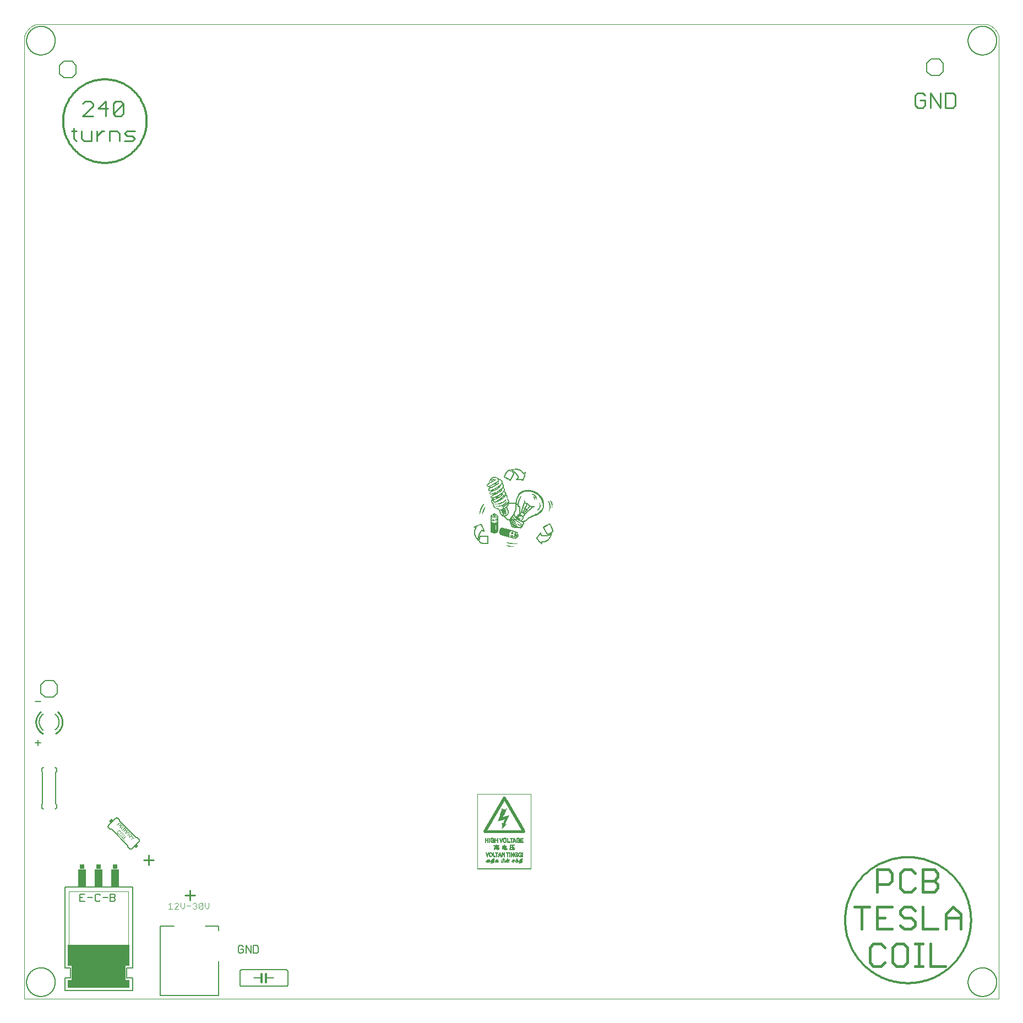
<source format=gto>
G75*
%MOIN*%
%OFA0B0*%
%FSLAX25Y25*%
%IPPOS*%
%LPD*%
%AMOC8*
5,1,8,0,0,1.08239X$1,22.5*
%
%ADD10C,0.00000*%
%ADD11C,0.00700*%
%ADD12C,0.01500*%
%ADD13R,0.02300X0.00100*%
%ADD14R,0.02100X0.00100*%
%ADD15R,0.01800X0.00100*%
%ADD16R,0.01500X0.00100*%
%ADD17R,0.01200X0.00100*%
%ADD18R,0.00900X0.00100*%
%ADD19R,0.00800X0.00100*%
%ADD20R,0.00400X0.00100*%
%ADD21R,0.00100X0.00100*%
%ADD22R,0.00300X0.00100*%
%ADD23R,0.03600X0.00100*%
%ADD24R,0.02000X0.00100*%
%ADD25R,0.00600X0.00100*%
%ADD26R,0.03400X0.00100*%
%ADD27R,0.03300X0.00100*%
%ADD28R,0.04200X0.00100*%
%ADD29R,0.02900X0.00100*%
%ADD30R,0.04500X0.00100*%
%ADD31R,0.02600X0.00100*%
%ADD32R,0.01000X0.00100*%
%ADD33R,0.04800X0.00100*%
%ADD34R,0.01100X0.00100*%
%ADD35R,0.00500X0.00100*%
%ADD36R,0.01400X0.00100*%
%ADD37R,0.02400X0.00100*%
%ADD38R,0.02700X0.00100*%
%ADD39R,0.01300X0.00100*%
%ADD40R,0.00200X0.00100*%
%ADD41R,0.00700X0.00100*%
%ADD42R,0.01700X0.00100*%
%ADD43R,0.01600X0.00100*%
%ADD44R,0.05300X0.00100*%
%ADD45R,0.01900X0.00100*%
%ADD46R,0.05200X0.00100*%
%ADD47R,0.05100X0.00100*%
%ADD48R,0.03200X0.00100*%
%ADD49R,0.03000X0.00100*%
%ADD50R,0.04100X0.00100*%
%ADD51R,0.04600X0.00100*%
%ADD52R,0.02800X0.00100*%
%ADD53R,0.02500X0.00100*%
%ADD54R,0.05500X0.00100*%
%ADD55R,0.03900X0.00100*%
%ADD56R,0.03500X0.00100*%
%ADD57R,0.03100X0.00100*%
%ADD58R,0.02200X0.00100*%
%ADD59R,0.03800X0.00100*%
%ADD60R,0.05600X0.00100*%
%ADD61R,0.05700X0.00100*%
%ADD62R,0.05800X0.00100*%
%ADD63R,0.04300X0.00100*%
%ADD64R,0.05900X0.00100*%
%ADD65R,0.06000X0.00100*%
%ADD66R,0.06100X0.00100*%
%ADD67R,0.04400X0.00100*%
%ADD68R,0.07800X0.00100*%
%ADD69R,0.07400X0.00100*%
%ADD70R,0.07000X0.00100*%
%ADD71R,0.06700X0.00100*%
%ADD72R,0.06300X0.00100*%
%ADD73R,0.04700X0.00100*%
%ADD74R,0.03700X0.00100*%
%ADD75R,0.05400X0.00100*%
%ADD76R,0.07300X0.00100*%
%ADD77R,0.06800X0.00100*%
%ADD78C,0.01000*%
%ADD79C,0.00400*%
%ADD80C,0.00500*%
%ADD81C,0.00200*%
%ADD82C,0.00900*%
%ADD83C,0.01200*%
%ADD84R,0.37500X0.12500*%
%ADD85R,0.32500X0.15000*%
%ADD86R,0.37500X0.05000*%
%ADD87C,0.00600*%
%ADD88R,0.03000X0.02500*%
%ADD89R,0.05000X0.11000*%
%ADD90C,0.00787*%
%ADD91C,0.00800*%
%ADD92R,0.32550X0.00046*%
%ADD93R,0.32550X0.00045*%
%ADD94R,0.00320X0.00045*%
%ADD95R,0.00320X0.00046*%
%ADD96R,0.00320X0.00045*%
%ADD97R,0.00320X0.00046*%
%ADD98R,0.00360X0.00045*%
%ADD99R,0.00370X0.00045*%
%ADD100R,0.00410X0.00046*%
%ADD101R,0.00410X0.00046*%
%ADD102R,0.00460X0.00045*%
%ADD103R,0.01280X0.00045*%
%ADD104R,0.00540X0.00045*%
%ADD105R,0.01320X0.00046*%
%ADD106R,0.01230X0.00046*%
%ADD107R,0.01370X0.00045*%
%ADD108R,0.01310X0.00045*%
%ADD109R,0.01360X0.00046*%
%ADD110R,0.01310X0.00045*%
%ADD111R,0.01360X0.00045*%
%ADD112R,0.00630X0.00046*%
%ADD113R,0.01320X0.00046*%
%ADD114R,0.01090X0.00045*%
%ADD115R,0.00360X0.00045*%
%ADD116R,0.00540X0.00045*%
%ADD117R,0.01230X0.00045*%
%ADD118R,0.01280X0.00046*%
%ADD119R,0.00590X0.00046*%
%ADD120R,0.00500X0.00046*%
%ADD121R,0.00370X0.00046*%
%ADD122R,0.00270X0.00046*%
%ADD123R,0.01400X0.00046*%
%ADD124R,0.00230X0.00046*%
%ADD125R,0.00230X0.00046*%
%ADD126R,0.01500X0.00045*%
%ADD127R,0.00770X0.00045*%
%ADD128R,0.00450X0.00045*%
%ADD129R,0.00550X0.00045*%
%ADD130R,0.00410X0.00045*%
%ADD131R,0.00410X0.00045*%
%ADD132R,0.00590X0.00045*%
%ADD133R,0.01630X0.00046*%
%ADD134R,0.00860X0.00046*%
%ADD135R,0.00730X0.00046*%
%ADD136R,0.00630X0.00046*%
%ADD137R,0.01590X0.00046*%
%ADD138R,0.00590X0.00046*%
%ADD139R,0.00600X0.00046*%
%ADD140R,0.00810X0.00046*%
%ADD141R,0.01770X0.00045*%
%ADD142R,0.00950X0.00045*%
%ADD143R,0.01680X0.00045*%
%ADD144R,0.01630X0.00045*%
%ADD145R,0.00630X0.00045*%
%ADD146R,0.00640X0.00045*%
%ADD147R,0.00770X0.00045*%
%ADD148R,0.00780X0.00045*%
%ADD149R,0.00680X0.00045*%
%ADD150R,0.01000X0.00045*%
%ADD151R,0.00730X0.00045*%
%ADD152R,0.01050X0.00045*%
%ADD153R,0.01770X0.00045*%
%ADD154R,0.01730X0.00045*%
%ADD155R,0.01090X0.00045*%
%ADD156R,0.00360X0.00045*%
%ADD157R,0.00540X0.00046*%
%ADD158R,0.00540X0.00046*%
%ADD159R,0.00460X0.00046*%
%ADD160R,0.00360X0.00046*%
%ADD161R,0.01860X0.00046*%
%ADD162R,0.01720X0.00046*%
%ADD163R,0.00820X0.00046*%
%ADD164R,0.00820X0.00046*%
%ADD165R,0.01050X0.00046*%
%ADD166R,0.01770X0.00046*%
%ADD167R,0.01140X0.00046*%
%ADD168R,0.00500X0.00045*%
%ADD169R,0.00720X0.00045*%
%ADD170R,0.00310X0.00045*%
%ADD171R,0.00590X0.00045*%
%ADD172R,0.00820X0.00045*%
%ADD173R,0.01130X0.00045*%
%ADD174R,0.01870X0.00045*%
%ADD175R,0.00400X0.00046*%
%ADD176R,0.00450X0.00046*%
%ADD177R,0.00310X0.00046*%
%ADD178R,0.00360X0.00046*%
%ADD179R,0.00320X0.00046*%
%ADD180R,0.00640X0.00046*%
%ADD181R,0.00370X0.00045*%
%ADD182R,0.00410X0.00045*%
%ADD183R,0.00410X0.00045*%
%ADD184R,0.00310X0.00045*%
%ADD185R,0.00360X0.00045*%
%ADD186R,0.00360X0.00046*%
%ADD187R,0.00360X0.00046*%
%ADD188R,0.00370X0.00046*%
%ADD189R,0.00310X0.00046*%
%ADD190R,0.00320X0.00046*%
%ADD191R,0.00320X0.00045*%
%ADD192R,0.00630X0.00045*%
%ADD193R,0.00270X0.00045*%
%ADD194R,0.02690X0.00045*%
%ADD195R,0.00320X0.00045*%
%ADD196R,0.00270X0.00045*%
%ADD197R,0.02690X0.00046*%
%ADD198R,0.02640X0.00045*%
%ADD199R,0.02600X0.00045*%
%ADD200R,0.01910X0.00045*%
%ADD201R,0.02550X0.00046*%
%ADD202R,0.01950X0.00046*%
%ADD203R,0.01910X0.00046*%
%ADD204R,0.02500X0.00045*%
%ADD205R,0.01820X0.00045*%
%ADD206R,0.01950X0.00045*%
%ADD207R,0.00860X0.00045*%
%ADD208R,0.01820X0.00045*%
%ADD209R,0.01960X0.00045*%
%ADD210R,0.02370X0.00046*%
%ADD211R,0.01730X0.00046*%
%ADD212R,0.01820X0.00046*%
%ADD213R,0.01780X0.00046*%
%ADD214R,0.01590X0.00045*%
%ADD215R,0.01730X0.00045*%
%ADD216R,0.00720X0.00045*%
%ADD217R,0.01770X0.00045*%
%ADD218R,0.01860X0.00045*%
%ADD219R,0.00550X0.00046*%
%ADD220R,0.01500X0.00046*%
%ADD221R,0.01630X0.00046*%
%ADD222R,0.00680X0.00046*%
%ADD223R,0.01730X0.00046*%
%ADD224R,0.01770X0.00046*%
%ADD225R,0.01130X0.00045*%
%ADD226R,0.01550X0.00045*%
%ADD227R,0.01680X0.00045*%
%ADD228R,0.01630X0.00045*%
%ADD229R,0.01410X0.00045*%
%ADD230R,0.00770X0.00046*%
%ADD231R,0.01190X0.00046*%
%ADD232R,0.01550X0.00046*%
%ADD233R,0.01370X0.00046*%
%ADD234R,0.00770X0.00046*%
%ADD235R,0.00720X0.00045*%
%ADD236R,0.01320X0.00045*%
%ADD237R,0.01460X0.00045*%
%ADD238R,0.01460X0.00046*%
%ADD239R,0.00950X0.00046*%
%ADD240R,0.02460X0.00046*%
%ADD241R,0.01460X0.00046*%
%ADD242R,0.01450X0.00046*%
%ADD243R,0.01320X0.00045*%
%ADD244R,0.01460X0.00045*%
%ADD245R,0.00870X0.00045*%
%ADD246R,0.02410X0.00045*%
%ADD247R,0.01460X0.00045*%
%ADD248R,0.01450X0.00045*%
%ADD249R,0.01370X0.00045*%
%ADD250R,0.01230X0.00046*%
%ADD251R,0.01460X0.00046*%
%ADD252R,0.00770X0.00046*%
%ADD253R,0.02320X0.00046*%
%ADD254R,0.01460X0.00046*%
%ADD255R,0.01450X0.00046*%
%ADD256R,0.01370X0.00046*%
%ADD257R,0.01180X0.00045*%
%ADD258R,0.00690X0.00045*%
%ADD259R,0.00950X0.00045*%
%ADD260R,0.01270X0.00045*%
%ADD261R,0.01040X0.00046*%
%ADD262R,0.00550X0.00046*%
%ADD263R,0.00720X0.00046*%
%ADD264R,0.01180X0.00046*%
%ADD265R,0.00910X0.00045*%
%ADD266R,0.01460X0.00045*%
%ADD267R,0.01450X0.00045*%
%ADD268R,0.00280X0.00045*%
%ADD269R,0.00280X0.00046*%
%ADD270R,0.00230X0.00045*%
%ADD271R,0.00410X0.00046*%
%ADD272R,0.00220X0.00046*%
%ADD273R,0.00500X0.00045*%
%ADD274R,0.00450X0.00045*%
%ADD275R,0.00460X0.00045*%
%ADD276R,0.01100X0.00045*%
%ADD277R,0.01040X0.00045*%
%ADD278R,0.01000X0.00046*%
%ADD279R,0.00910X0.00045*%
%ADD280R,0.00960X0.00045*%
%ADD281R,0.00820X0.00045*%
%ADD282R,0.00690X0.00046*%
%ADD283R,0.00460X0.00045*%
%ADD284R,0.00270X0.00046*%
%ADD285R,0.00780X0.00045*%
%ADD286R,0.01590X0.00045*%
%ADD287R,0.00540X0.00045*%
%ADD288R,0.00770X0.00045*%
%ADD289R,0.00820X0.00045*%
%ADD290R,0.00500X0.00046*%
%ADD291R,0.00960X0.00046*%
%ADD292R,0.01590X0.00046*%
%ADD293R,0.00540X0.00046*%
%ADD294R,0.00540X0.00046*%
%ADD295R,0.00450X0.00046*%
%ADD296R,0.00460X0.00046*%
%ADD297R,0.00950X0.00046*%
%ADD298R,0.00590X0.00045*%
%ADD299R,0.01140X0.00045*%
%ADD300R,0.00550X0.00045*%
%ADD301R,0.01050X0.00045*%
%ADD302R,0.01320X0.00046*%
%ADD303R,0.01590X0.00046*%
%ADD304R,0.01400X0.00045*%
%ADD305R,0.01590X0.00045*%
%ADD306R,0.01280X0.00045*%
%ADD307R,0.01270X0.00045*%
%ADD308R,0.01500X0.00046*%
%ADD309R,0.01730X0.00046*%
%ADD310R,0.00690X0.00045*%
%ADD311R,0.01550X0.00045*%
%ADD312R,0.00540X0.00045*%
%ADD313R,0.01780X0.00045*%
%ADD314R,0.01640X0.00045*%
%ADD315R,0.01860X0.00045*%
%ADD316R,0.01680X0.00046*%
%ADD317R,0.00680X0.00046*%
%ADD318R,0.01870X0.00046*%
%ADD319R,0.00810X0.00045*%
%ADD320R,0.00720X0.00046*%
%ADD321R,0.00780X0.00046*%
%ADD322R,0.00730X0.00045*%
%ADD323R,0.00720X0.00045*%
%ADD324R,0.00680X0.00045*%
%ADD325R,0.00590X0.00046*%
%ADD326R,0.00590X0.00046*%
%ADD327R,0.00690X0.00046*%
%ADD328R,0.01770X0.00045*%
%ADD329R,0.00640X0.00045*%
%ADD330R,0.00870X0.00046*%
%ADD331R,0.00870X0.00045*%
%ADD332R,0.00600X0.00045*%
%ADD333R,0.01690X0.00046*%
%ADD334R,0.01690X0.00045*%
%ADD335R,0.00860X0.00045*%
%ADD336R,0.00910X0.00046*%
%ADD337R,0.01590X0.00045*%
%ADD338R,0.00460X0.00046*%
%ADD339R,0.00960X0.00046*%
%ADD340R,0.00460X0.00045*%
%ADD341R,0.01500X0.00045*%
%ADD342R,0.01000X0.00045*%
%ADD343R,0.00960X0.00045*%
%ADD344R,0.00460X0.00046*%
%ADD345R,0.01000X0.00046*%
%ADD346R,0.00400X0.00045*%
%ADD347R,0.00400X0.00045*%
%ADD348R,0.00910X0.00046*%
%ADD349R,0.00820X0.00045*%
%ADD350R,0.00820X0.00046*%
%ADD351R,0.00780X0.00045*%
%ADD352R,0.00640X0.00045*%
%ADD353R,0.01810X0.00046*%
%ADD354R,0.00640X0.00046*%
%ADD355R,0.01810X0.00045*%
%ADD356R,0.00780X0.00045*%
%ADD357R,0.01680X0.00046*%
%ADD358R,0.01410X0.00045*%
%ADD359R,0.01270X0.00046*%
%ADD360R,0.01220X0.00045*%
%ADD361R,0.01810X0.00045*%
%ADD362R,0.01820X0.00045*%
%ADD363R,0.00600X0.00045*%
%ADD364R,0.01230X0.00045*%
%ADD365R,0.01040X0.00046*%
%ADD366R,0.01810X0.00046*%
%ADD367R,0.01820X0.00046*%
%ADD368R,0.01050X0.00046*%
%ADD369R,0.00860X0.00045*%
%ADD370R,0.00680X0.00046*%
%ADD371R,0.00090X0.00045*%
%ADD372R,0.00040X0.00046*%
%ADD373R,0.00140X0.00045*%
%ADD374R,0.00180X0.00046*%
%ADD375R,0.01180X0.00045*%
%ADD376R,0.01730X0.00045*%
%ADD377R,0.02730X0.00045*%
%ADD378R,0.01960X0.00046*%
%ADD379R,0.02730X0.00046*%
%ADD380R,0.02000X0.00046*%
%ADD381R,0.02000X0.00045*%
%ADD382R,0.02730X0.00045*%
%ADD383R,0.00410X0.00046*%
%ADD384R,0.01590X0.00046*%
%ADD385R,0.02730X0.00046*%
%ADD386R,0.03270X0.00045*%
%ADD387R,0.00050X0.00046*%
%ADD388R,0.00180X0.00045*%
%ADD389R,0.00220X0.00045*%
%ADD390R,0.00140X0.00046*%
%ADD391R,0.00090X0.00045*%
%ADD392R,0.02640X0.00046*%
%ADD393R,0.02640X0.00045*%
%ADD394R,0.02640X0.00046*%
%ADD395R,0.03000X0.00046*%
%ADD396R,0.03000X0.00045*%
%ADD397R,0.03000X0.00045*%
%ADD398R,0.00090X0.00045*%
%ADD399R,0.03040X0.00046*%
%ADD400R,0.00040X0.00046*%
%ADD401R,0.03040X0.00045*%
%ADD402R,0.00230X0.00045*%
%ADD403R,0.03040X0.00046*%
%ADD404R,0.02230X0.00046*%
%ADD405R,0.02230X0.00045*%
%ADD406R,0.02180X0.00045*%
%ADD407R,0.02180X0.00046*%
%ADD408R,0.02140X0.00045*%
%ADD409R,0.02140X0.00046*%
%ADD410R,0.02140X0.00045*%
%ADD411R,0.02140X0.00046*%
%ADD412R,0.02180X0.00045*%
%ADD413R,0.03370X0.00046*%
%ADD414R,0.03370X0.00045*%
%ADD415R,0.00090X0.00046*%
%ADD416R,0.00100X0.00046*%
%ADD417R,0.03000X0.00046*%
%ADD418R,0.00230X0.00045*%
%ADD419R,0.00780X0.00046*%
%ADD420R,0.01680X0.00046*%
%ADD421R,0.01820X0.00046*%
%ADD422R,0.01040X0.00045*%
%ADD423R,0.00590X0.00045*%
%ADD424R,0.01820X0.00045*%
%ADD425R,0.01090X0.00046*%
%ADD426R,0.01220X0.00046*%
%ADD427R,0.01820X0.00046*%
%ADD428R,0.01320X0.00045*%
%ADD429R,0.01230X0.00045*%
%ADD430R,0.01220X0.00046*%
%ADD431R,0.01270X0.00046*%
%ADD432R,0.01600X0.00045*%
%ADD433R,0.01360X0.00045*%
%ADD434R,0.01900X0.00045*%
%ADD435R,0.01960X0.00046*%
%ADD436R,0.01960X0.00045*%
%ADD437R,0.00910X0.00045*%
%ADD438R,0.00910X0.00045*%
%ADD439R,0.00900X0.00045*%
%ADD440R,0.00730X0.00046*%
%ADD441R,0.00730X0.00046*%
%ADD442R,0.00730X0.00045*%
%ADD443R,0.01910X0.00046*%
%ADD444R,0.01720X0.00045*%
%ADD445R,0.01720X0.00045*%
%ADD446R,0.01720X0.00046*%
%ADD447R,0.01640X0.00045*%
%ADD448R,0.01040X0.00045*%
%ADD449R,0.01910X0.00045*%
%ADD450R,0.01640X0.00046*%
%ADD451R,0.01910X0.00045*%
%ADD452R,0.01910X0.00045*%
%ADD453R,0.01640X0.00045*%
%ADD454R,0.01910X0.00046*%
%ADD455R,0.01910X0.00046*%
%ADD456R,0.01640X0.00046*%
%ADD457R,0.00640X0.00045*%
%ADD458R,0.00680X0.00045*%
%ADD459R,0.01780X0.00045*%
%ADD460R,0.01780X0.00046*%
%ADD461R,0.01730X0.00045*%
%ADD462R,0.01950X0.00045*%
%ADD463R,0.01780X0.00045*%
%ADD464R,0.01680X0.00046*%
%ADD465R,0.01950X0.00046*%
%ADD466R,0.01780X0.00046*%
%ADD467R,0.01600X0.00045*%
%ADD468R,0.01360X0.00045*%
%ADD469R,0.00780X0.00046*%
%ADD470R,0.00730X0.00046*%
%ADD471R,0.23320X0.00045*%
%ADD472R,0.23730X0.00046*%
%ADD473R,0.23960X0.00045*%
%ADD474R,0.24140X0.00046*%
%ADD475R,0.24320X0.00045*%
%ADD476R,0.24450X0.00046*%
%ADD477R,0.24550X0.00045*%
%ADD478R,0.24630X0.00046*%
%ADD479R,0.24730X0.00045*%
%ADD480R,0.24770X0.00045*%
%ADD481R,0.24810X0.00046*%
%ADD482R,0.24860X0.00045*%
%ADD483R,0.24910X0.00046*%
%ADD484R,0.24910X0.00045*%
%ADD485R,0.25000X0.00046*%
%ADD486R,0.25000X0.00045*%
%ADD487R,0.25000X0.00046*%
%ADD488R,0.25090X0.00045*%
%ADD489R,0.25090X0.00046*%
%ADD490R,0.25140X0.00046*%
%ADD491R,0.25140X0.00045*%
%ADD492R,0.25090X0.00045*%
%ADD493R,0.25090X0.00046*%
%ADD494R,0.25040X0.00045*%
%ADD495R,0.25040X0.00046*%
%ADD496R,0.25000X0.00045*%
%ADD497R,0.24910X0.00045*%
%ADD498R,0.24810X0.00045*%
%ADD499R,0.01960X0.00045*%
%ADD500R,0.01960X0.00045*%
%ADD501R,0.01860X0.00045*%
%ADD502R,0.01860X0.00046*%
%ADD503R,0.01860X0.00045*%
%ADD504R,0.01870X0.00045*%
%ADD505R,0.01860X0.00046*%
%ADD506R,0.01860X0.00046*%
%ADD507R,0.01870X0.00046*%
%ADD508R,0.00050X0.00045*%
%ADD509R,0.00090X0.00046*%
%ADD510R,0.00140X0.00045*%
%ADD511R,0.00280X0.00045*%
%ADD512R,0.00860X0.00046*%
%ADD513R,0.01130X0.00046*%
%ADD514R,0.01220X0.00045*%
%ADD515R,0.01360X0.00045*%
%ADD516R,0.01410X0.00046*%
%ADD517R,0.01540X0.00045*%
%ADD518R,0.02050X0.00045*%
%ADD519R,0.02090X0.00046*%
%ADD520R,0.02140X0.00045*%
%ADD521R,0.02270X0.00046*%
%ADD522R,0.02320X0.00045*%
%ADD523R,0.02370X0.00046*%
%ADD524R,0.00680X0.00045*%
%ADD525R,0.00280X0.00046*%
%ADD526R,0.00220X0.00045*%
%ADD527R,0.00130X0.00045*%
%ADD528R,0.00040X0.00045*%
%ADD529R,0.01090X0.00046*%
%ADD530R,0.01130X0.00046*%
%ADD531R,0.01140X0.00045*%
%ADD532R,0.01900X0.00046*%
%ADD533R,0.01410X0.00046*%
%ADD534R,0.01410X0.00046*%
%ADD535R,0.01410X0.00045*%
%ADD536R,0.01410X0.00046*%
%ADD537R,0.02320X0.00045*%
%ADD538R,0.02450X0.00046*%
%ADD539R,0.02590X0.00045*%
%ADD540R,0.02770X0.00046*%
%ADD541R,0.02910X0.00045*%
%ADD542R,0.03050X0.00046*%
%ADD543R,0.03230X0.00045*%
%ADD544R,0.03310X0.00046*%
%ADD545R,0.01540X0.00046*%
%ADD546R,0.03500X0.00045*%
%ADD547R,0.05090X0.00046*%
%ADD548R,0.05090X0.00045*%
%ADD549R,0.05090X0.00045*%
%ADD550R,0.05090X0.00046*%
%ADD551R,0.05140X0.00045*%
%ADD552R,0.05130X0.00045*%
%ADD553R,0.05130X0.00046*%
%ADD554R,0.05180X0.00045*%
%ADD555R,0.05140X0.00046*%
%ADD556R,0.05180X0.00045*%
%ADD557R,0.05180X0.00046*%
%ADD558R,0.05230X0.00046*%
%ADD559R,0.05190X0.00045*%
%ADD560R,0.05230X0.00046*%
%ADD561R,0.05230X0.00045*%
%ADD562R,0.05280X0.00046*%
%ADD563R,0.05270X0.00045*%
%ADD564R,0.05280X0.00045*%
%ADD565R,0.02100X0.00046*%
%ADD566R,0.03180X0.00046*%
%ADD567R,0.02090X0.00045*%
%ADD568R,0.03040X0.00045*%
%ADD569R,0.02960X0.00046*%
%ADD570R,0.02140X0.00045*%
%ADD571R,0.02770X0.00045*%
%ADD572R,0.02090X0.00046*%
%ADD573R,0.02680X0.00046*%
%ADD574R,0.02130X0.00045*%
%ADD575R,0.02540X0.00045*%
%ADD576R,0.02130X0.00046*%
%ADD577R,0.02460X0.00046*%
%ADD578R,0.02320X0.00045*%
%ADD579R,0.02040X0.00045*%
%ADD580R,0.02220X0.00046*%
%ADD581R,0.02230X0.00046*%
%ADD582R,0.02230X0.00045*%
%ADD583R,0.02220X0.00046*%
%ADD584R,0.02220X0.00045*%
%ADD585R,0.02270X0.00045*%
%ADD586R,0.02280X0.00045*%
%ADD587R,0.02280X0.00046*%
%ADD588R,0.02360X0.00045*%
%ADD589R,0.02320X0.00046*%
%ADD590R,0.02360X0.00045*%
%ADD591R,0.02360X0.00046*%
%ADD592R,0.02370X0.00045*%
%ADD593R,0.02410X0.00045*%
%ADD594R,0.02410X0.00046*%
%ADD595R,0.02410X0.00046*%
%ADD596R,0.02450X0.00045*%
%ADD597R,0.02400X0.00046*%
%ADD598R,0.02460X0.00045*%
%ADD599R,0.02500X0.00046*%
%ADD600R,0.02500X0.00045*%
%ADD601R,0.02500X0.00046*%
%ADD602R,0.02540X0.00046*%
%ADD603R,0.02550X0.00045*%
%ADD604R,0.02540X0.00046*%
%ADD605R,0.02590X0.00046*%
%ADD606R,0.02550X0.00045*%
%ADD607R,0.02590X0.00046*%
%ADD608R,0.02590X0.00045*%
%ADD609R,0.02590X0.00046*%
%ADD610R,0.02590X0.00045*%
%ADD611R,0.02630X0.00046*%
%ADD612R,0.02630X0.00045*%
%ADD613R,0.02680X0.00045*%
%ADD614R,0.02680X0.00046*%
%ADD615R,0.02690X0.00045*%
%ADD616R,0.02720X0.00045*%
%ADD617R,0.02810X0.00046*%
%ADD618R,0.02770X0.00045*%
%ADD619R,0.02820X0.00046*%
%ADD620R,0.02820X0.00045*%
%ADD621R,0.02810X0.00046*%
%ADD622R,0.02810X0.00045*%
%ADD623R,0.02820X0.00046*%
%ADD624R,0.02820X0.00045*%
%ADD625R,0.02870X0.00046*%
%ADD626R,0.02870X0.00045*%
%ADD627R,0.02860X0.00046*%
%ADD628R,0.02860X0.00045*%
%ADD629R,0.02910X0.00046*%
%ADD630R,0.02870X0.00045*%
%ADD631R,0.02910X0.00046*%
%ADD632R,0.02910X0.00045*%
%ADD633R,0.02960X0.00045*%
%ADD634R,0.02950X0.00045*%
%ADD635R,0.02950X0.00046*%
%ADD636R,0.02960X0.00045*%
%ADD637R,0.00960X0.00046*%
%ADD638R,0.01280X0.00045*%
%ADD639R,0.00810X0.00045*%
%ADD640R,0.00190X0.00045*%
%ADD641R,0.00180X0.00046*%
%ADD642R,0.00220X0.00046*%
%ADD643R,0.00130X0.00046*%
%ADD644R,0.00050X0.00045*%
%ADD645R,0.03770X0.00046*%
%ADD646R,0.03680X0.00045*%
%ADD647R,0.03630X0.00046*%
%ADD648R,0.03590X0.00045*%
%ADD649R,0.03500X0.00046*%
%ADD650R,0.03410X0.00045*%
%ADD651R,0.03410X0.00046*%
%ADD652R,0.03320X0.00045*%
%ADD653R,0.03230X0.00046*%
%ADD654R,0.03140X0.00046*%
%ADD655R,0.03140X0.00045*%
%ADD656R,0.03040X0.00046*%
%ADD657R,0.02960X0.00046*%
%ADD658R,0.02860X0.00045*%
%ADD659R,0.02770X0.00045*%
%ADD660R,0.02680X0.00046*%
%ADD661R,0.02410X0.00045*%
%ADD662R,0.02410X0.00046*%
%ADD663R,0.02140X0.00046*%
%ADD664R,0.02040X0.00045*%
%ADD665R,0.01960X0.00046*%
%ADD666R,0.01270X0.00046*%
%ADD667R,0.01190X0.00045*%
%ADD668R,0.01500X0.02000*%
D10*
X0042595Y0015000D02*
X0042595Y0597500D01*
X0050095Y0605000D02*
X0625095Y0605000D01*
X0632595Y0597500D02*
X0632595Y0015000D01*
X0042595Y0015000D01*
X0081095Y0033500D02*
X0081097Y0033661D01*
X0081103Y0033821D01*
X0081113Y0033982D01*
X0081127Y0034142D01*
X0081145Y0034302D01*
X0081166Y0034461D01*
X0081192Y0034620D01*
X0081222Y0034778D01*
X0081255Y0034935D01*
X0081293Y0035092D01*
X0081334Y0035247D01*
X0081379Y0035401D01*
X0081428Y0035554D01*
X0081481Y0035706D01*
X0081537Y0035857D01*
X0081598Y0036006D01*
X0081661Y0036154D01*
X0081729Y0036300D01*
X0081800Y0036444D01*
X0081874Y0036586D01*
X0081952Y0036727D01*
X0082034Y0036865D01*
X0082119Y0037002D01*
X0082207Y0037136D01*
X0082299Y0037268D01*
X0082394Y0037398D01*
X0082492Y0037526D01*
X0082593Y0037651D01*
X0082697Y0037773D01*
X0082804Y0037893D01*
X0082914Y0038010D01*
X0083027Y0038125D01*
X0083143Y0038236D01*
X0083262Y0038345D01*
X0083383Y0038450D01*
X0083507Y0038553D01*
X0083633Y0038653D01*
X0083761Y0038749D01*
X0083892Y0038842D01*
X0084026Y0038932D01*
X0084161Y0039019D01*
X0084299Y0039102D01*
X0084438Y0039182D01*
X0084580Y0039258D01*
X0084723Y0039331D01*
X0084868Y0039400D01*
X0085015Y0039466D01*
X0085163Y0039528D01*
X0085313Y0039586D01*
X0085464Y0039641D01*
X0085617Y0039692D01*
X0085771Y0039739D01*
X0085926Y0039782D01*
X0086082Y0039821D01*
X0086238Y0039857D01*
X0086396Y0039888D01*
X0086554Y0039916D01*
X0086713Y0039940D01*
X0086873Y0039960D01*
X0087033Y0039976D01*
X0087193Y0039988D01*
X0087354Y0039996D01*
X0087515Y0040000D01*
X0087675Y0040000D01*
X0087836Y0039996D01*
X0087997Y0039988D01*
X0088157Y0039976D01*
X0088317Y0039960D01*
X0088477Y0039940D01*
X0088636Y0039916D01*
X0088794Y0039888D01*
X0088952Y0039857D01*
X0089108Y0039821D01*
X0089264Y0039782D01*
X0089419Y0039739D01*
X0089573Y0039692D01*
X0089726Y0039641D01*
X0089877Y0039586D01*
X0090027Y0039528D01*
X0090175Y0039466D01*
X0090322Y0039400D01*
X0090467Y0039331D01*
X0090610Y0039258D01*
X0090752Y0039182D01*
X0090891Y0039102D01*
X0091029Y0039019D01*
X0091164Y0038932D01*
X0091298Y0038842D01*
X0091429Y0038749D01*
X0091557Y0038653D01*
X0091683Y0038553D01*
X0091807Y0038450D01*
X0091928Y0038345D01*
X0092047Y0038236D01*
X0092163Y0038125D01*
X0092276Y0038010D01*
X0092386Y0037893D01*
X0092493Y0037773D01*
X0092597Y0037651D01*
X0092698Y0037526D01*
X0092796Y0037398D01*
X0092891Y0037268D01*
X0092983Y0037136D01*
X0093071Y0037002D01*
X0093156Y0036865D01*
X0093238Y0036727D01*
X0093316Y0036586D01*
X0093390Y0036444D01*
X0093461Y0036300D01*
X0093529Y0036154D01*
X0093592Y0036006D01*
X0093653Y0035857D01*
X0093709Y0035706D01*
X0093762Y0035554D01*
X0093811Y0035401D01*
X0093856Y0035247D01*
X0093897Y0035092D01*
X0093935Y0034935D01*
X0093968Y0034778D01*
X0093998Y0034620D01*
X0094024Y0034461D01*
X0094045Y0034302D01*
X0094063Y0034142D01*
X0094077Y0033982D01*
X0094087Y0033821D01*
X0094093Y0033661D01*
X0094095Y0033500D01*
X0094093Y0033339D01*
X0094087Y0033179D01*
X0094077Y0033018D01*
X0094063Y0032858D01*
X0094045Y0032698D01*
X0094024Y0032539D01*
X0093998Y0032380D01*
X0093968Y0032222D01*
X0093935Y0032065D01*
X0093897Y0031908D01*
X0093856Y0031753D01*
X0093811Y0031599D01*
X0093762Y0031446D01*
X0093709Y0031294D01*
X0093653Y0031143D01*
X0093592Y0030994D01*
X0093529Y0030846D01*
X0093461Y0030700D01*
X0093390Y0030556D01*
X0093316Y0030414D01*
X0093238Y0030273D01*
X0093156Y0030135D01*
X0093071Y0029998D01*
X0092983Y0029864D01*
X0092891Y0029732D01*
X0092796Y0029602D01*
X0092698Y0029474D01*
X0092597Y0029349D01*
X0092493Y0029227D01*
X0092386Y0029107D01*
X0092276Y0028990D01*
X0092163Y0028875D01*
X0092047Y0028764D01*
X0091928Y0028655D01*
X0091807Y0028550D01*
X0091683Y0028447D01*
X0091557Y0028347D01*
X0091429Y0028251D01*
X0091298Y0028158D01*
X0091164Y0028068D01*
X0091029Y0027981D01*
X0090891Y0027898D01*
X0090752Y0027818D01*
X0090610Y0027742D01*
X0090467Y0027669D01*
X0090322Y0027600D01*
X0090175Y0027534D01*
X0090027Y0027472D01*
X0089877Y0027414D01*
X0089726Y0027359D01*
X0089573Y0027308D01*
X0089419Y0027261D01*
X0089264Y0027218D01*
X0089108Y0027179D01*
X0088952Y0027143D01*
X0088794Y0027112D01*
X0088636Y0027084D01*
X0088477Y0027060D01*
X0088317Y0027040D01*
X0088157Y0027024D01*
X0087997Y0027012D01*
X0087836Y0027004D01*
X0087675Y0027000D01*
X0087515Y0027000D01*
X0087354Y0027004D01*
X0087193Y0027012D01*
X0087033Y0027024D01*
X0086873Y0027040D01*
X0086713Y0027060D01*
X0086554Y0027084D01*
X0086396Y0027112D01*
X0086238Y0027143D01*
X0086082Y0027179D01*
X0085926Y0027218D01*
X0085771Y0027261D01*
X0085617Y0027308D01*
X0085464Y0027359D01*
X0085313Y0027414D01*
X0085163Y0027472D01*
X0085015Y0027534D01*
X0084868Y0027600D01*
X0084723Y0027669D01*
X0084580Y0027742D01*
X0084438Y0027818D01*
X0084299Y0027898D01*
X0084161Y0027981D01*
X0084026Y0028068D01*
X0083892Y0028158D01*
X0083761Y0028251D01*
X0083633Y0028347D01*
X0083507Y0028447D01*
X0083383Y0028550D01*
X0083262Y0028655D01*
X0083143Y0028764D01*
X0083027Y0028875D01*
X0082914Y0028990D01*
X0082804Y0029107D01*
X0082697Y0029227D01*
X0082593Y0029349D01*
X0082492Y0029474D01*
X0082394Y0029602D01*
X0082299Y0029732D01*
X0082207Y0029864D01*
X0082119Y0029998D01*
X0082034Y0030135D01*
X0081952Y0030273D01*
X0081874Y0030414D01*
X0081800Y0030556D01*
X0081729Y0030700D01*
X0081661Y0030846D01*
X0081598Y0030994D01*
X0081537Y0031143D01*
X0081481Y0031294D01*
X0081428Y0031446D01*
X0081379Y0031599D01*
X0081334Y0031753D01*
X0081293Y0031908D01*
X0081255Y0032065D01*
X0081222Y0032222D01*
X0081192Y0032380D01*
X0081166Y0032539D01*
X0081145Y0032698D01*
X0081127Y0032858D01*
X0081113Y0033018D01*
X0081103Y0033179D01*
X0081097Y0033339D01*
X0081095Y0033500D01*
X0042596Y0597500D02*
X0042667Y0597749D01*
X0042743Y0597995D01*
X0042826Y0598239D01*
X0042915Y0598482D01*
X0043009Y0598722D01*
X0043110Y0598960D01*
X0043216Y0599195D01*
X0043327Y0599428D01*
X0043445Y0599658D01*
X0043567Y0599885D01*
X0043696Y0600109D01*
X0043829Y0600330D01*
X0043968Y0600547D01*
X0044112Y0600761D01*
X0044261Y0600972D01*
X0044415Y0601179D01*
X0044575Y0601382D01*
X0044739Y0601581D01*
X0044908Y0601777D01*
X0045081Y0601968D01*
X0045259Y0602154D01*
X0045442Y0602337D01*
X0045628Y0602515D01*
X0045819Y0602688D01*
X0046015Y0602857D01*
X0046214Y0603021D01*
X0046417Y0603181D01*
X0046624Y0603335D01*
X0046835Y0603484D01*
X0047049Y0603628D01*
X0047266Y0603767D01*
X0047487Y0603900D01*
X0047711Y0604029D01*
X0047938Y0604151D01*
X0048168Y0604269D01*
X0048401Y0604380D01*
X0048636Y0604486D01*
X0048874Y0604587D01*
X0049114Y0604681D01*
X0049357Y0604770D01*
X0049601Y0604853D01*
X0049847Y0604929D01*
X0050096Y0605000D01*
X0625095Y0605000D02*
X0625344Y0604929D01*
X0625590Y0604853D01*
X0625834Y0604770D01*
X0626077Y0604681D01*
X0626317Y0604587D01*
X0626555Y0604486D01*
X0626790Y0604380D01*
X0627023Y0604269D01*
X0627253Y0604151D01*
X0627480Y0604029D01*
X0627704Y0603900D01*
X0627925Y0603767D01*
X0628142Y0603628D01*
X0628356Y0603484D01*
X0628567Y0603335D01*
X0628774Y0603181D01*
X0628977Y0603021D01*
X0629176Y0602857D01*
X0629372Y0602688D01*
X0629563Y0602515D01*
X0629749Y0602337D01*
X0629932Y0602154D01*
X0630110Y0601968D01*
X0630283Y0601777D01*
X0630452Y0601581D01*
X0630616Y0601382D01*
X0630776Y0601179D01*
X0630930Y0600972D01*
X0631079Y0600761D01*
X0631223Y0600547D01*
X0631362Y0600330D01*
X0631495Y0600109D01*
X0631624Y0599885D01*
X0631746Y0599658D01*
X0631864Y0599428D01*
X0631975Y0599195D01*
X0632081Y0598960D01*
X0632182Y0598722D01*
X0632276Y0598482D01*
X0632365Y0598239D01*
X0632448Y0597995D01*
X0632524Y0597749D01*
X0632595Y0597500D01*
D11*
X0052386Y0195002D02*
X0049117Y0195002D01*
X0050752Y0171637D02*
X0050752Y0168367D01*
X0052386Y0170002D02*
X0049117Y0170002D01*
D12*
X0545166Y0070612D02*
X0554173Y0070612D01*
X0549669Y0070612D02*
X0549669Y0057100D01*
X0556625Y0048112D02*
X0554373Y0045860D01*
X0554373Y0036852D01*
X0556625Y0034600D01*
X0561129Y0034600D01*
X0563381Y0036852D01*
X0568185Y0036852D02*
X0568185Y0045860D01*
X0570437Y0048112D01*
X0574941Y0048112D01*
X0577193Y0045860D01*
X0577193Y0036852D01*
X0574941Y0034600D01*
X0570437Y0034600D01*
X0568185Y0036852D01*
X0563381Y0045860D02*
X0561129Y0048112D01*
X0556625Y0048112D01*
X0558977Y0057100D02*
X0567985Y0057100D01*
X0572789Y0059352D02*
X0575041Y0057100D01*
X0579545Y0057100D01*
X0581797Y0059352D01*
X0581797Y0061604D01*
X0579545Y0063856D01*
X0575041Y0063856D01*
X0572789Y0066108D01*
X0572789Y0068360D01*
X0575041Y0070612D01*
X0579545Y0070612D01*
X0581797Y0068360D01*
X0586601Y0070612D02*
X0586601Y0057100D01*
X0595609Y0057100D01*
X0600413Y0057100D02*
X0600413Y0066108D01*
X0604917Y0070612D01*
X0609421Y0066108D01*
X0609421Y0057100D01*
X0609421Y0063856D02*
X0600413Y0063856D01*
X0591205Y0048112D02*
X0591205Y0034600D01*
X0600213Y0034600D01*
X0586501Y0034600D02*
X0581997Y0034600D01*
X0584249Y0034600D02*
X0584249Y0048112D01*
X0581997Y0048112D02*
X0586501Y0048112D01*
X0567985Y0070612D02*
X0558977Y0070612D01*
X0558977Y0057100D01*
X0558977Y0063856D02*
X0563481Y0063856D01*
X0558977Y0079600D02*
X0558977Y0093112D01*
X0565733Y0093112D01*
X0567985Y0090860D01*
X0567985Y0086356D01*
X0565733Y0084104D01*
X0558977Y0084104D01*
X0572789Y0081852D02*
X0575041Y0079600D01*
X0579545Y0079600D01*
X0581797Y0081852D01*
X0586601Y0079600D02*
X0593357Y0079600D01*
X0595609Y0081852D01*
X0595609Y0084104D01*
X0593357Y0086356D01*
X0586601Y0086356D01*
X0581797Y0090860D02*
X0579545Y0093112D01*
X0575041Y0093112D01*
X0572789Y0090860D01*
X0572789Y0081852D01*
X0586601Y0079600D02*
X0586601Y0093112D01*
X0593357Y0093112D01*
X0595609Y0090860D01*
X0595609Y0088608D01*
X0593357Y0086356D01*
D13*
X0360595Y0295500D03*
X0359895Y0295400D03*
X0344495Y0303600D03*
X0340095Y0299900D03*
X0334895Y0294800D03*
X0337695Y0288500D03*
X0327095Y0296800D03*
X0332995Y0307100D03*
X0327495Y0318300D03*
X0325295Y0324600D03*
X0336295Y0334500D03*
X0341495Y0329200D03*
X0344895Y0321900D03*
X0350995Y0321600D03*
D14*
X0351495Y0321400D03*
X0351695Y0321300D03*
X0347195Y0322700D03*
X0350295Y0312700D03*
X0332095Y0310200D03*
X0331595Y0310900D03*
X0329295Y0314300D03*
X0325595Y0320300D03*
X0333095Y0295300D03*
X0337095Y0288600D03*
X0360795Y0295600D03*
D15*
X0360945Y0295700D03*
X0357745Y0291600D03*
X0351545Y0307400D03*
X0351045Y0307200D03*
X0350745Y0307100D03*
X0352645Y0307900D03*
X0344545Y0303500D03*
X0343345Y0304000D03*
X0342445Y0299900D03*
X0339645Y0301000D03*
X0339445Y0301100D03*
X0339145Y0301300D03*
X0339045Y0301400D03*
X0335145Y0296100D03*
X0332345Y0295500D03*
X0332045Y0295600D03*
X0331745Y0295700D03*
X0336645Y0288700D03*
X0332945Y0307000D03*
X0332345Y0309500D03*
X0327145Y0307900D03*
X0328345Y0314100D03*
X0327545Y0315500D03*
X0325445Y0320200D03*
X0329245Y0324300D03*
X0327345Y0326400D03*
X0340345Y0335500D03*
X0344545Y0321800D03*
X0352245Y0321000D03*
X0352445Y0320900D03*
X0352745Y0320700D03*
D16*
X0353595Y0320100D03*
X0353695Y0320000D03*
X0353795Y0319900D03*
X0353895Y0319800D03*
X0349095Y0312900D03*
X0353695Y0308500D03*
X0353995Y0308700D03*
X0360295Y0301900D03*
X0360495Y0296400D03*
X0343695Y0300900D03*
X0340995Y0300400D03*
X0338695Y0301700D03*
X0337595Y0302500D03*
X0337195Y0305400D03*
X0337895Y0306300D03*
X0337895Y0306400D03*
X0334095Y0307500D03*
X0333095Y0308200D03*
X0334195Y0311900D03*
X0330895Y0313200D03*
X0326795Y0307800D03*
X0326095Y0297100D03*
X0327195Y0296700D03*
X0335295Y0296000D03*
X0337095Y0294100D03*
X0337495Y0294000D03*
X0337895Y0293900D03*
X0338295Y0293800D03*
X0335895Y0290700D03*
X0336195Y0288800D03*
X0343795Y0309200D03*
X0343895Y0321500D03*
X0344095Y0321600D03*
X0336495Y0329000D03*
X0330195Y0329000D03*
D17*
X0330045Y0329100D03*
X0327545Y0326700D03*
X0326345Y0328900D03*
X0326145Y0328800D03*
X0325445Y0324400D03*
X0326045Y0322800D03*
X0325845Y0322700D03*
X0325645Y0322600D03*
X0325345Y0320100D03*
X0328445Y0318800D03*
X0328645Y0318900D03*
X0328845Y0319000D03*
X0331045Y0322900D03*
X0329145Y0324400D03*
X0334145Y0319500D03*
X0331645Y0315000D03*
X0331545Y0313400D03*
X0332645Y0311200D03*
X0332845Y0311300D03*
X0333045Y0310500D03*
X0334245Y0312100D03*
X0334345Y0307600D03*
X0331945Y0307500D03*
X0328245Y0307600D03*
X0326545Y0304400D03*
X0328745Y0299100D03*
X0328745Y0299000D03*
X0328745Y0298900D03*
X0328745Y0298800D03*
X0328745Y0298700D03*
X0328745Y0298600D03*
X0328745Y0298500D03*
X0328745Y0298400D03*
X0328745Y0298300D03*
X0328445Y0297200D03*
X0325845Y0297200D03*
X0331845Y0299700D03*
X0335445Y0295900D03*
X0338145Y0294600D03*
X0340945Y0294500D03*
X0338445Y0300500D03*
X0338345Y0302000D03*
X0337345Y0302800D03*
X0337245Y0305600D03*
X0342045Y0304600D03*
X0342245Y0304500D03*
X0343345Y0307400D03*
X0344345Y0306800D03*
X0345645Y0304000D03*
X0354645Y0309200D03*
X0354845Y0309400D03*
X0355745Y0317600D03*
X0355645Y0317800D03*
X0355545Y0317900D03*
X0355445Y0318100D03*
X0355345Y0318200D03*
X0355245Y0318300D03*
X0355145Y0318500D03*
X0355045Y0318600D03*
X0343545Y0321300D03*
X0343245Y0321100D03*
X0343145Y0321000D03*
X0337045Y0334400D03*
X0336245Y0334800D03*
X0328845Y0311500D03*
X0329045Y0311400D03*
X0329245Y0311300D03*
X0315545Y0300100D03*
X0322845Y0290700D03*
X0335845Y0288900D03*
X0357145Y0300400D03*
X0357345Y0300500D03*
X0357545Y0300600D03*
X0357945Y0300800D03*
X0359545Y0296000D03*
X0361045Y0296600D03*
D18*
X0361595Y0296900D03*
X0359195Y0292300D03*
X0359095Y0292200D03*
X0356995Y0291200D03*
X0355695Y0290400D03*
X0355695Y0295300D03*
X0355095Y0296400D03*
X0359595Y0301700D03*
X0359795Y0301800D03*
X0355895Y0310500D03*
X0356095Y0310800D03*
X0356195Y0310900D03*
X0356195Y0311000D03*
X0356295Y0311100D03*
X0356295Y0311200D03*
X0356395Y0311300D03*
X0356495Y0311500D03*
X0356495Y0311600D03*
X0356595Y0311800D03*
X0356595Y0311900D03*
X0356595Y0312000D03*
X0356695Y0312100D03*
X0356695Y0312200D03*
X0356695Y0312300D03*
X0356695Y0312400D03*
X0356795Y0312500D03*
X0356795Y0312600D03*
X0356795Y0312700D03*
X0356795Y0312800D03*
X0356795Y0312900D03*
X0356795Y0313000D03*
X0356895Y0313300D03*
X0356895Y0313400D03*
X0356895Y0313500D03*
X0356895Y0313600D03*
X0356895Y0313700D03*
X0356895Y0313800D03*
X0356895Y0313900D03*
X0356895Y0314000D03*
X0356795Y0314500D03*
X0356795Y0314600D03*
X0356795Y0314700D03*
X0356795Y0314800D03*
X0356695Y0315200D03*
X0351395Y0319500D03*
X0351295Y0319600D03*
X0351095Y0319700D03*
X0350995Y0319800D03*
X0350195Y0320300D03*
X0348595Y0313200D03*
X0349995Y0312100D03*
X0350395Y0312400D03*
X0346995Y0311300D03*
X0346595Y0310900D03*
X0346795Y0310600D03*
X0345795Y0311500D03*
X0345695Y0312000D03*
X0344795Y0308800D03*
X0345395Y0308300D03*
X0343695Y0307200D03*
X0340795Y0305500D03*
X0340695Y0305600D03*
X0340595Y0305700D03*
X0340195Y0306200D03*
X0337995Y0306700D03*
X0337295Y0305700D03*
X0336795Y0305300D03*
X0336695Y0304900D03*
X0337195Y0303100D03*
X0334695Y0307800D03*
X0334795Y0307900D03*
X0333895Y0308600D03*
X0333095Y0309700D03*
X0332295Y0309300D03*
X0332395Y0308700D03*
X0331695Y0307600D03*
X0332895Y0306900D03*
X0333395Y0310700D03*
X0333695Y0311800D03*
X0334495Y0312400D03*
X0334595Y0312500D03*
X0333695Y0313600D03*
X0333395Y0313400D03*
X0332695Y0313000D03*
X0332495Y0312900D03*
X0332495Y0313800D03*
X0332395Y0315400D03*
X0330595Y0316600D03*
X0330395Y0316500D03*
X0330195Y0316400D03*
X0328795Y0317700D03*
X0328595Y0317600D03*
X0328395Y0317500D03*
X0330095Y0319700D03*
X0330195Y0319800D03*
X0330995Y0320300D03*
X0331095Y0320400D03*
X0331295Y0320500D03*
X0331395Y0320600D03*
X0331795Y0320900D03*
X0331895Y0321000D03*
X0330395Y0322500D03*
X0330195Y0322400D03*
X0329795Y0322100D03*
X0329595Y0322000D03*
X0329495Y0321900D03*
X0329295Y0321800D03*
X0328995Y0321600D03*
X0328795Y0321500D03*
X0328595Y0321400D03*
X0328395Y0321300D03*
X0328195Y0321200D03*
X0325995Y0322100D03*
X0325795Y0322000D03*
X0325495Y0321900D03*
X0326995Y0323300D03*
X0327395Y0323500D03*
X0327595Y0323600D03*
X0327795Y0323700D03*
X0327995Y0323800D03*
X0328295Y0324000D03*
X0328495Y0324100D03*
X0328695Y0324200D03*
X0329095Y0324500D03*
X0330195Y0325300D03*
X0330295Y0325400D03*
X0330695Y0325700D03*
X0330795Y0325800D03*
X0330895Y0325900D03*
X0330995Y0326000D03*
X0331695Y0323600D03*
X0331595Y0323500D03*
X0331495Y0323400D03*
X0331395Y0323300D03*
X0331295Y0323200D03*
X0326295Y0324800D03*
X0324595Y0324000D03*
X0324295Y0325100D03*
X0324895Y0327300D03*
X0325095Y0327400D03*
X0325295Y0327500D03*
X0325495Y0327600D03*
X0326295Y0328000D03*
X0326495Y0328100D03*
X0325895Y0330000D03*
X0333395Y0330600D03*
X0337595Y0334100D03*
X0337795Y0334000D03*
X0338195Y0334700D03*
X0338095Y0334800D03*
X0337995Y0334900D03*
X0338595Y0334400D03*
X0338695Y0334300D03*
X0343195Y0334400D03*
X0344895Y0332700D03*
X0345495Y0333100D03*
X0342395Y0320300D03*
X0342095Y0319900D03*
X0341995Y0319800D03*
X0341895Y0319700D03*
X0341895Y0319600D03*
X0341795Y0319500D03*
X0341695Y0319400D03*
X0341695Y0319300D03*
X0341595Y0319200D03*
X0341495Y0319000D03*
X0341395Y0318800D03*
X0341295Y0318600D03*
X0341195Y0318400D03*
X0341095Y0318200D03*
X0340995Y0318000D03*
X0340995Y0317900D03*
X0340895Y0317700D03*
X0340795Y0317400D03*
X0340695Y0317100D03*
X0340595Y0316700D03*
X0340495Y0316400D03*
X0340495Y0316300D03*
X0329595Y0311100D03*
X0326695Y0308000D03*
X0327295Y0306700D03*
X0325495Y0306700D03*
X0328895Y0303000D03*
X0328795Y0297500D03*
X0328695Y0297400D03*
X0320695Y0297800D03*
X0319695Y0298400D03*
X0317895Y0301500D03*
X0317595Y0301400D03*
X0317095Y0301200D03*
X0315895Y0299900D03*
X0316995Y0292900D03*
X0318595Y0291000D03*
X0335495Y0289000D03*
X0339695Y0293400D03*
X0340795Y0294200D03*
X0340895Y0294300D03*
X0341095Y0295700D03*
X0340695Y0297100D03*
X0338295Y0294500D03*
X0337195Y0294900D03*
X0342695Y0301300D03*
X0343295Y0302100D03*
X0344195Y0301700D03*
X0343695Y0300600D03*
X0343595Y0300500D03*
X0347995Y0305800D03*
D19*
X0347845Y0305700D03*
X0347745Y0305600D03*
X0347545Y0305500D03*
X0347445Y0305400D03*
X0347345Y0305300D03*
X0346045Y0304200D03*
X0344645Y0303300D03*
X0344245Y0301600D03*
X0343045Y0302200D03*
X0342445Y0301400D03*
X0342245Y0301500D03*
X0342045Y0301600D03*
X0341845Y0301700D03*
X0341045Y0303800D03*
X0340745Y0304000D03*
X0340345Y0304300D03*
X0340045Y0304500D03*
X0339945Y0304600D03*
X0339845Y0304700D03*
X0339445Y0305000D03*
X0339345Y0305100D03*
X0339245Y0305200D03*
X0339145Y0305300D03*
X0339045Y0305400D03*
X0338945Y0305500D03*
X0338845Y0305600D03*
X0338745Y0305700D03*
X0338645Y0305800D03*
X0338545Y0305900D03*
X0338445Y0306000D03*
X0338345Y0306100D03*
X0337345Y0306000D03*
X0337345Y0305900D03*
X0337345Y0305800D03*
X0336745Y0305200D03*
X0336645Y0305000D03*
X0336945Y0303500D03*
X0337145Y0303200D03*
X0338045Y0300700D03*
X0340545Y0297200D03*
X0341345Y0295400D03*
X0337945Y0295200D03*
X0337645Y0295300D03*
X0335245Y0289100D03*
X0318445Y0291100D03*
X0317045Y0292800D03*
X0325345Y0303100D03*
X0328645Y0307500D03*
X0331545Y0307700D03*
X0333445Y0309200D03*
X0334045Y0308700D03*
X0334945Y0308000D03*
X0335045Y0308100D03*
X0333545Y0310800D03*
X0334645Y0312600D03*
X0334745Y0312700D03*
X0333845Y0313700D03*
X0332845Y0314000D03*
X0332645Y0313900D03*
X0332245Y0312800D03*
X0332645Y0315500D03*
X0332745Y0315600D03*
X0332945Y0315700D03*
X0331145Y0316900D03*
X0330945Y0316800D03*
X0330745Y0316700D03*
X0329845Y0318200D03*
X0328945Y0320800D03*
X0329445Y0321100D03*
X0329645Y0321200D03*
X0329845Y0321300D03*
X0330145Y0321500D03*
X0330445Y0321700D03*
X0330945Y0322100D03*
X0331645Y0320800D03*
X0331545Y0320700D03*
X0332045Y0321100D03*
X0332145Y0321200D03*
X0332245Y0321300D03*
X0334045Y0319700D03*
X0331845Y0323700D03*
X0331945Y0323800D03*
X0330445Y0325500D03*
X0330545Y0325600D03*
X0330045Y0325200D03*
X0329945Y0325100D03*
X0329745Y0325000D03*
X0329645Y0324900D03*
X0329545Y0324800D03*
X0329345Y0324700D03*
X0329245Y0324600D03*
X0328145Y0323900D03*
X0327245Y0323400D03*
X0327845Y0325600D03*
X0328345Y0325900D03*
X0326645Y0326300D03*
X0326645Y0328200D03*
X0326845Y0328300D03*
X0324645Y0327200D03*
X0324445Y0325200D03*
X0324445Y0323900D03*
X0325345Y0321800D03*
X0325145Y0321700D03*
X0326245Y0317700D03*
X0326845Y0316900D03*
X0331145Y0326100D03*
X0331245Y0326200D03*
X0331345Y0326300D03*
X0331645Y0326700D03*
X0330845Y0328800D03*
X0336645Y0328700D03*
X0340845Y0329300D03*
X0340845Y0329400D03*
X0340945Y0329500D03*
X0341045Y0329600D03*
X0341145Y0329700D03*
X0341245Y0329800D03*
X0341345Y0329900D03*
X0341445Y0330000D03*
X0339845Y0333200D03*
X0339745Y0333300D03*
X0339645Y0333400D03*
X0339545Y0333500D03*
X0339445Y0333600D03*
X0339345Y0333700D03*
X0339245Y0333800D03*
X0339145Y0333900D03*
X0339045Y0334000D03*
X0338945Y0334100D03*
X0338845Y0334200D03*
X0338445Y0334500D03*
X0338345Y0334600D03*
X0337945Y0333900D03*
X0338045Y0333800D03*
X0335445Y0334400D03*
X0335345Y0334300D03*
X0335245Y0334200D03*
X0335145Y0334100D03*
X0335045Y0334000D03*
X0334945Y0333900D03*
X0334845Y0333800D03*
X0343345Y0334300D03*
X0343445Y0334200D03*
X0343545Y0334100D03*
X0345545Y0333200D03*
X0341545Y0319100D03*
X0341445Y0318900D03*
X0341345Y0318700D03*
X0341245Y0318500D03*
X0341145Y0318300D03*
X0341045Y0318100D03*
X0340945Y0317800D03*
X0340845Y0317600D03*
X0340845Y0317500D03*
X0340745Y0317300D03*
X0340745Y0317200D03*
X0340645Y0317000D03*
X0340645Y0316900D03*
X0340645Y0316800D03*
X0340545Y0316600D03*
X0340545Y0316500D03*
X0340445Y0316200D03*
X0340445Y0316100D03*
X0340445Y0316000D03*
X0340445Y0315900D03*
X0340345Y0315800D03*
X0340345Y0315700D03*
X0340345Y0315600D03*
X0340345Y0315500D03*
X0340345Y0315400D03*
X0340345Y0315300D03*
X0340245Y0315200D03*
X0340245Y0315100D03*
X0340245Y0315000D03*
X0340245Y0314900D03*
X0340245Y0314800D03*
X0340245Y0314700D03*
X0340245Y0314600D03*
X0345445Y0315200D03*
X0345445Y0315300D03*
X0348445Y0313300D03*
X0349745Y0311900D03*
X0349645Y0311800D03*
X0349545Y0311700D03*
X0349345Y0311600D03*
X0349245Y0311500D03*
X0349145Y0311400D03*
X0349045Y0311300D03*
X0348945Y0311200D03*
X0348545Y0310900D03*
X0348445Y0310800D03*
X0348345Y0310700D03*
X0348245Y0310600D03*
X0348145Y0310500D03*
X0347545Y0310000D03*
X0347445Y0309900D03*
X0347345Y0309800D03*
X0347245Y0309700D03*
X0346745Y0310800D03*
X0345845Y0311600D03*
X0343645Y0309300D03*
X0345345Y0308200D03*
X0343945Y0307000D03*
X0343845Y0307100D03*
X0344345Y0306600D03*
X0342145Y0305500D03*
X0341945Y0305600D03*
X0341845Y0305700D03*
X0341645Y0305800D03*
X0340445Y0305800D03*
X0340345Y0305900D03*
X0340245Y0306000D03*
X0338345Y0307300D03*
X0349845Y0312000D03*
X0350145Y0312200D03*
X0350245Y0312300D03*
X0356445Y0311400D03*
X0356545Y0311700D03*
X0351545Y0319300D03*
X0351445Y0319400D03*
X0360445Y0302200D03*
X0360745Y0301800D03*
X0356945Y0300200D03*
X0355145Y0296500D03*
X0359345Y0292400D03*
X0359445Y0292500D03*
X0361645Y0296100D03*
X0361745Y0297000D03*
X0361845Y0297100D03*
X0355745Y0290300D03*
D20*
X0355845Y0290100D03*
X0354445Y0291500D03*
X0352845Y0293400D03*
X0354645Y0296100D03*
X0355145Y0296800D03*
X0358845Y0296600D03*
X0358945Y0296400D03*
X0361345Y0295100D03*
X0361445Y0295300D03*
X0361045Y0294500D03*
X0360545Y0302400D03*
X0360745Y0311500D03*
X0360745Y0311600D03*
X0360745Y0311700D03*
X0360745Y0311800D03*
X0360745Y0311900D03*
X0360745Y0312000D03*
X0360745Y0312100D03*
X0362045Y0313800D03*
X0362045Y0313900D03*
X0362045Y0314000D03*
X0362045Y0314100D03*
X0362045Y0314200D03*
X0362045Y0314300D03*
X0361645Y0315600D03*
X0361545Y0315700D03*
X0360245Y0315300D03*
X0360145Y0315400D03*
X0360145Y0315500D03*
X0354945Y0313700D03*
X0354945Y0313600D03*
X0354945Y0313500D03*
X0354945Y0313400D03*
X0354945Y0313300D03*
X0353545Y0310800D03*
X0353445Y0310700D03*
X0347345Y0311500D03*
X0347245Y0311400D03*
X0347045Y0310400D03*
X0346445Y0310500D03*
X0346345Y0310400D03*
X0346245Y0310200D03*
X0346145Y0310100D03*
X0346045Y0310000D03*
X0345745Y0309600D03*
X0345645Y0309500D03*
X0344845Y0310000D03*
X0344845Y0310100D03*
X0344945Y0310200D03*
X0344945Y0310300D03*
X0345045Y0310400D03*
X0345145Y0310600D03*
X0345245Y0310800D03*
X0345345Y0311000D03*
X0345445Y0311200D03*
X0344145Y0311600D03*
X0344245Y0311900D03*
X0344345Y0312200D03*
X0344445Y0312500D03*
X0344545Y0312800D03*
X0344645Y0313100D03*
X0344745Y0313300D03*
X0344745Y0313400D03*
X0344845Y0313600D03*
X0344945Y0313900D03*
X0346545Y0313200D03*
X0346645Y0313400D03*
X0346745Y0313500D03*
X0346745Y0313600D03*
X0346845Y0313700D03*
X0346845Y0313800D03*
X0346945Y0314000D03*
X0345345Y0315800D03*
X0342845Y0318100D03*
X0342845Y0318200D03*
X0342945Y0318300D03*
X0342745Y0318000D03*
X0341545Y0312700D03*
X0344045Y0311200D03*
X0343945Y0310900D03*
X0343845Y0310500D03*
X0343845Y0310400D03*
X0343745Y0310200D03*
X0343745Y0310100D03*
X0343745Y0310000D03*
X0343745Y0309900D03*
X0343645Y0309800D03*
X0343645Y0309700D03*
X0343645Y0309600D03*
X0343645Y0309500D03*
X0343545Y0309400D03*
X0344445Y0309300D03*
X0344545Y0309500D03*
X0344645Y0309700D03*
X0344745Y0309800D03*
X0344745Y0309900D03*
X0342745Y0307000D03*
X0342845Y0306900D03*
X0342945Y0306800D03*
X0342945Y0305100D03*
X0344045Y0305100D03*
X0344045Y0305000D03*
X0344145Y0305200D03*
X0344245Y0305300D03*
X0344245Y0305400D03*
X0344345Y0305500D03*
X0344345Y0305600D03*
X0344445Y0305900D03*
X0344445Y0306000D03*
X0341245Y0306200D03*
X0340645Y0306500D03*
X0340545Y0306400D03*
X0340745Y0306700D03*
X0340845Y0306800D03*
X0340945Y0306900D03*
X0339545Y0306800D03*
X0339345Y0307100D03*
X0339045Y0307800D03*
X0339045Y0307900D03*
X0338945Y0308000D03*
X0339045Y0308200D03*
X0339045Y0308300D03*
X0339045Y0308400D03*
X0339045Y0308500D03*
X0339045Y0308600D03*
X0339145Y0308800D03*
X0338145Y0304800D03*
X0338245Y0304700D03*
X0338645Y0304300D03*
X0338745Y0304200D03*
X0338845Y0304100D03*
X0338945Y0304000D03*
X0339045Y0303900D03*
X0339145Y0303800D03*
X0339245Y0303700D03*
X0339345Y0303600D03*
X0339845Y0303200D03*
X0339345Y0302500D03*
X0339045Y0302700D03*
X0339645Y0302300D03*
X0339745Y0302200D03*
X0341345Y0302000D03*
X0342745Y0302400D03*
X0342545Y0303000D03*
X0344945Y0302800D03*
X0339845Y0296400D03*
X0339745Y0296200D03*
X0339645Y0296100D03*
X0339645Y0296000D03*
X0339545Y0295800D03*
X0339545Y0295700D03*
X0339445Y0295600D03*
X0339445Y0295500D03*
X0339445Y0295400D03*
X0339445Y0295300D03*
X0339345Y0295000D03*
X0339345Y0294900D03*
X0339345Y0294800D03*
X0339345Y0294700D03*
X0339945Y0295000D03*
X0339945Y0295100D03*
X0339945Y0295200D03*
X0340545Y0295300D03*
X0340645Y0295500D03*
X0340745Y0295600D03*
X0341145Y0295900D03*
X0341045Y0295100D03*
X0341445Y0294600D03*
X0340545Y0294100D03*
X0340445Y0294000D03*
X0340345Y0293900D03*
X0340245Y0293800D03*
X0337845Y0296100D03*
X0338045Y0296900D03*
X0338145Y0297000D03*
X0338145Y0297100D03*
X0336545Y0304300D03*
X0336445Y0304500D03*
X0336445Y0304600D03*
X0334245Y0309000D03*
X0333745Y0310100D03*
X0330345Y0310100D03*
X0330245Y0310200D03*
X0330245Y0310300D03*
X0330145Y0310500D03*
X0328045Y0311700D03*
X0327745Y0311900D03*
X0327245Y0312400D03*
X0327145Y0312500D03*
X0326945Y0312800D03*
X0326845Y0313000D03*
X0326745Y0313200D03*
X0326645Y0313500D03*
X0326645Y0313600D03*
X0326545Y0313900D03*
X0326545Y0314000D03*
X0326145Y0314700D03*
X0326045Y0314800D03*
X0325845Y0315100D03*
X0325745Y0315300D03*
X0325645Y0315600D03*
X0325645Y0316300D03*
X0325645Y0316400D03*
X0325645Y0316500D03*
X0325645Y0316600D03*
X0325745Y0316700D03*
X0325745Y0316800D03*
X0325745Y0316900D03*
X0325845Y0317000D03*
X0325845Y0317100D03*
X0325945Y0317200D03*
X0326045Y0317300D03*
X0326445Y0316700D03*
X0326345Y0316200D03*
X0326445Y0315900D03*
X0325145Y0318100D03*
X0325445Y0318900D03*
X0325545Y0319000D03*
X0324545Y0320500D03*
X0323745Y0322600D03*
X0323745Y0322700D03*
X0323745Y0322800D03*
X0323745Y0322900D03*
X0323745Y0323000D03*
X0323745Y0323100D03*
X0323845Y0323300D03*
X0322945Y0325100D03*
X0322945Y0325200D03*
X0322945Y0325800D03*
X0323045Y0326000D03*
X0323145Y0326100D03*
X0324645Y0328700D03*
X0324745Y0328900D03*
X0324845Y0329000D03*
X0324845Y0329100D03*
X0324945Y0329200D03*
X0325045Y0329300D03*
X0325145Y0329400D03*
X0327645Y0328900D03*
X0329045Y0329800D03*
X0329145Y0329700D03*
X0329245Y0329600D03*
X0329345Y0329500D03*
X0329445Y0328300D03*
X0329345Y0328100D03*
X0329245Y0328000D03*
X0329145Y0327900D03*
X0329045Y0327800D03*
X0329645Y0326800D03*
X0329545Y0326700D03*
X0331845Y0327100D03*
X0331845Y0327200D03*
X0331845Y0327300D03*
X0331845Y0327400D03*
X0331845Y0327500D03*
X0331845Y0327600D03*
X0331845Y0327700D03*
X0331845Y0327800D03*
X0331645Y0328200D03*
X0331545Y0328300D03*
X0331445Y0328400D03*
X0331345Y0328500D03*
X0332445Y0326000D03*
X0332645Y0325500D03*
X0332645Y0325400D03*
X0332645Y0325300D03*
X0332645Y0325200D03*
X0332645Y0325100D03*
X0333245Y0323100D03*
X0333245Y0323000D03*
X0333245Y0322900D03*
X0333245Y0322800D03*
X0333145Y0322600D03*
X0333445Y0321500D03*
X0333545Y0321400D03*
X0333645Y0321300D03*
X0333745Y0321200D03*
X0333845Y0321100D03*
X0333845Y0321000D03*
X0333945Y0320900D03*
X0333945Y0320800D03*
X0334045Y0320600D03*
X0334045Y0320500D03*
X0334045Y0320400D03*
X0334045Y0320300D03*
X0334045Y0320200D03*
X0333745Y0319400D03*
X0333645Y0319300D03*
X0333545Y0319100D03*
X0333445Y0319000D03*
X0333345Y0318900D03*
X0333245Y0318700D03*
X0333145Y0318600D03*
X0333045Y0318500D03*
X0332945Y0318400D03*
X0332445Y0318900D03*
X0332345Y0318800D03*
X0332245Y0318700D03*
X0332145Y0318600D03*
X0332045Y0318500D03*
X0331945Y0318400D03*
X0331745Y0318200D03*
X0332545Y0319000D03*
X0332645Y0319100D03*
X0332745Y0319200D03*
X0332845Y0319300D03*
X0332945Y0319400D03*
X0331645Y0319600D03*
X0331545Y0319500D03*
X0331445Y0319400D03*
X0331345Y0319300D03*
X0329645Y0316700D03*
X0333745Y0316300D03*
X0333845Y0316400D03*
X0333945Y0316500D03*
X0335345Y0316900D03*
X0335445Y0316700D03*
X0335545Y0316500D03*
X0335645Y0316200D03*
X0335645Y0316100D03*
X0335745Y0315800D03*
X0335745Y0315700D03*
X0335745Y0315600D03*
X0335745Y0315500D03*
X0335745Y0315400D03*
X0335745Y0315300D03*
X0335745Y0315200D03*
X0335745Y0315100D03*
X0335745Y0315000D03*
X0335745Y0314900D03*
X0335645Y0314700D03*
X0335645Y0314600D03*
X0335645Y0314500D03*
X0335645Y0314400D03*
X0335545Y0314300D03*
X0335545Y0314200D03*
X0335545Y0314100D03*
X0335445Y0314000D03*
X0335445Y0313900D03*
X0335345Y0313700D03*
X0334745Y0314500D03*
X0334845Y0314600D03*
X0334145Y0314900D03*
X0334845Y0319000D03*
X0334745Y0319200D03*
X0334645Y0319300D03*
X0331445Y0322500D03*
X0329845Y0324200D03*
X0329645Y0324000D03*
X0329545Y0323900D03*
X0330045Y0324400D03*
X0336745Y0328500D03*
X0338645Y0332100D03*
X0338745Y0332300D03*
X0338845Y0332500D03*
X0338945Y0332700D03*
X0341345Y0331100D03*
X0341445Y0330900D03*
X0341545Y0330700D03*
X0341645Y0330500D03*
X0341645Y0330400D03*
X0344845Y0329600D03*
X0344845Y0329500D03*
X0344845Y0329400D03*
X0344745Y0329200D03*
X0344945Y0329700D03*
X0344945Y0329800D03*
X0344945Y0329900D03*
X0345045Y0330100D03*
X0345045Y0330200D03*
X0345145Y0330400D03*
X0345145Y0330500D03*
X0345245Y0330700D03*
X0345245Y0330800D03*
X0345245Y0330900D03*
X0345345Y0331000D03*
X0345345Y0331100D03*
X0345345Y0331200D03*
X0345445Y0331400D03*
X0345445Y0331500D03*
X0345445Y0331600D03*
X0345545Y0331800D03*
X0345545Y0331900D03*
X0345645Y0332300D03*
X0345845Y0333500D03*
X0350945Y0318600D03*
X0351045Y0318500D03*
X0351345Y0318100D03*
X0351445Y0317900D03*
X0351545Y0317800D03*
X0351645Y0317600D03*
X0352445Y0318100D03*
X0352445Y0318200D03*
X0352345Y0318300D03*
X0352545Y0318000D03*
X0329145Y0306000D03*
X0329145Y0305900D03*
X0329145Y0305800D03*
X0329145Y0305700D03*
X0329145Y0305600D03*
X0329145Y0305500D03*
X0329145Y0305400D03*
X0329145Y0305300D03*
X0329145Y0305200D03*
X0329145Y0305100D03*
X0329145Y0305000D03*
X0329145Y0304900D03*
X0329145Y0304800D03*
X0329145Y0304700D03*
X0329145Y0304600D03*
X0329145Y0304500D03*
X0329145Y0304400D03*
X0329145Y0304300D03*
X0329145Y0304200D03*
X0329145Y0304100D03*
X0329145Y0304000D03*
X0329145Y0303900D03*
X0329145Y0303800D03*
X0329145Y0303700D03*
X0329145Y0303600D03*
X0329145Y0303500D03*
X0329145Y0303400D03*
X0329145Y0303300D03*
X0328345Y0304700D03*
X0328345Y0304800D03*
X0328345Y0304900D03*
X0328345Y0305000D03*
X0328345Y0305100D03*
X0328545Y0306600D03*
X0327645Y0308000D03*
X0327545Y0308300D03*
X0325345Y0307400D03*
X0325245Y0307100D03*
X0325145Y0306200D03*
X0325145Y0306100D03*
X0325145Y0306000D03*
X0325145Y0305900D03*
X0325145Y0305800D03*
X0325145Y0305700D03*
X0325145Y0305600D03*
X0325145Y0305500D03*
X0325145Y0305400D03*
X0325145Y0305300D03*
X0325145Y0305200D03*
X0325145Y0305100D03*
X0325145Y0305000D03*
X0325145Y0304900D03*
X0325145Y0304800D03*
X0325145Y0304700D03*
X0325145Y0304600D03*
X0325145Y0304500D03*
X0325145Y0304400D03*
X0325145Y0304300D03*
X0325145Y0304200D03*
X0325145Y0304100D03*
X0325145Y0304000D03*
X0325145Y0303900D03*
X0325145Y0303800D03*
X0325145Y0303700D03*
X0325145Y0303600D03*
X0325145Y0303500D03*
X0325145Y0303400D03*
X0325145Y0303300D03*
X0326445Y0304300D03*
X0328345Y0301600D03*
X0328345Y0301500D03*
X0328345Y0301400D03*
X0328345Y0301300D03*
X0328345Y0301200D03*
X0328345Y0301100D03*
X0320745Y0298500D03*
X0320745Y0298400D03*
X0320645Y0298700D03*
X0320545Y0298900D03*
X0320445Y0299200D03*
X0320345Y0299400D03*
X0319545Y0298500D03*
X0315745Y0299400D03*
X0316145Y0293900D03*
X0316245Y0293700D03*
X0316445Y0293400D03*
X0317245Y0292300D03*
X0318345Y0294300D03*
X0318345Y0294400D03*
X0335045Y0289200D03*
X0320245Y0309200D03*
X0320245Y0309300D03*
X0320245Y0309400D03*
X0320345Y0309600D03*
X0320345Y0309700D03*
X0318545Y0309700D03*
X0318545Y0309600D03*
X0318545Y0309500D03*
X0318445Y0309400D03*
X0318445Y0309300D03*
X0318445Y0309200D03*
X0321045Y0311500D03*
X0321045Y0311600D03*
X0321145Y0311700D03*
X0320245Y0313500D03*
X0320345Y0313600D03*
X0320445Y0313800D03*
X0320545Y0313900D03*
D21*
X0320995Y0314300D03*
X0321495Y0312200D03*
X0320095Y0308400D03*
X0320095Y0308300D03*
X0320095Y0308200D03*
X0318295Y0308300D03*
X0318295Y0308400D03*
X0326395Y0305200D03*
X0327895Y0304200D03*
X0334195Y0309900D03*
X0333995Y0311200D03*
X0335295Y0315200D03*
X0335395Y0315300D03*
X0335395Y0315400D03*
X0334795Y0315600D03*
X0334695Y0315500D03*
X0333295Y0319900D03*
X0330595Y0324900D03*
X0330695Y0325000D03*
X0330795Y0325100D03*
X0327295Y0329200D03*
X0336795Y0328400D03*
X0347295Y0314800D03*
X0351895Y0317200D03*
X0351995Y0317000D03*
X0352895Y0317000D03*
X0352895Y0317100D03*
X0354795Y0314800D03*
X0354895Y0314600D03*
X0354895Y0314500D03*
X0361195Y0316100D03*
X0362095Y0312700D03*
X0362095Y0312600D03*
X0362095Y0312500D03*
X0362095Y0312400D03*
X0362095Y0312300D03*
X0362095Y0312200D03*
X0362095Y0312100D03*
X0360495Y0310200D03*
X0360495Y0310100D03*
X0360495Y0310000D03*
X0343795Y0304600D03*
X0341095Y0302200D03*
X0341995Y0308000D03*
X0338495Y0296400D03*
X0338395Y0295000D03*
X0339395Y0294000D03*
X0339395Y0293900D03*
X0339895Y0294400D03*
X0339895Y0294500D03*
X0334895Y0290900D03*
X0334995Y0289300D03*
X0317295Y0292100D03*
X0355895Y0289900D03*
D22*
X0355895Y0290000D03*
X0361895Y0296300D03*
X0360595Y0310700D03*
X0360695Y0311100D03*
X0360695Y0311200D03*
X0360695Y0311300D03*
X0360695Y0311400D03*
X0362095Y0312900D03*
X0362095Y0313000D03*
X0362095Y0313100D03*
X0362095Y0313200D03*
X0362095Y0313300D03*
X0362095Y0313400D03*
X0362095Y0313500D03*
X0362095Y0313600D03*
X0362095Y0313700D03*
X0361495Y0315800D03*
X0361395Y0315900D03*
X0361295Y0316000D03*
X0360095Y0315600D03*
X0359995Y0315700D03*
X0359895Y0315800D03*
X0354995Y0314100D03*
X0354995Y0314000D03*
X0354995Y0313900D03*
X0354995Y0313800D03*
X0352695Y0317600D03*
X0352695Y0317700D03*
X0352595Y0317800D03*
X0352595Y0317900D03*
X0351795Y0317400D03*
X0351695Y0317500D03*
X0351595Y0317700D03*
X0347295Y0314700D03*
X0346895Y0313900D03*
X0345995Y0314900D03*
X0345895Y0315000D03*
X0345395Y0315900D03*
X0345395Y0316000D03*
X0345395Y0316100D03*
X0345395Y0316200D03*
X0345395Y0316300D03*
X0345495Y0316400D03*
X0343095Y0318500D03*
X0343095Y0318600D03*
X0343195Y0318700D03*
X0342995Y0318400D03*
X0341595Y0312600D03*
X0341595Y0312500D03*
X0344595Y0309600D03*
X0344495Y0309400D03*
X0345195Y0309000D03*
X0345295Y0309100D03*
X0345395Y0309200D03*
X0345495Y0309300D03*
X0345595Y0309400D03*
X0345795Y0309700D03*
X0345895Y0309800D03*
X0345995Y0309900D03*
X0346295Y0310300D03*
X0343095Y0306700D03*
X0343195Y0306600D03*
X0343295Y0306500D03*
X0343995Y0304900D03*
X0343895Y0304800D03*
X0341195Y0306300D03*
X0340695Y0306600D03*
X0340495Y0306300D03*
X0338995Y0308100D03*
X0339495Y0303500D03*
X0339595Y0303400D03*
X0339695Y0303300D03*
X0339995Y0303100D03*
X0339495Y0302400D03*
X0339895Y0302100D03*
X0340095Y0302000D03*
X0341195Y0302100D03*
X0341095Y0296900D03*
X0341095Y0296800D03*
X0340395Y0296000D03*
X0340295Y0295900D03*
X0340195Y0295800D03*
X0340195Y0295700D03*
X0340095Y0295600D03*
X0340095Y0295500D03*
X0339995Y0295400D03*
X0339995Y0295300D03*
X0339895Y0294900D03*
X0339895Y0294800D03*
X0339895Y0294700D03*
X0339895Y0294600D03*
X0339295Y0294600D03*
X0339295Y0294500D03*
X0339395Y0295100D03*
X0339395Y0295200D03*
X0340495Y0295200D03*
X0340495Y0295100D03*
X0340495Y0295000D03*
X0340495Y0294700D03*
X0340495Y0294600D03*
X0340995Y0294600D03*
X0340995Y0294700D03*
X0340995Y0294800D03*
X0340995Y0294900D03*
X0340995Y0295000D03*
X0341095Y0295200D03*
X0341095Y0295300D03*
X0341595Y0295300D03*
X0341595Y0295200D03*
X0341595Y0295100D03*
X0341595Y0295000D03*
X0341595Y0294900D03*
X0341495Y0294700D03*
X0340595Y0295400D03*
X0337895Y0296000D03*
X0337895Y0296200D03*
X0337895Y0296300D03*
X0337895Y0296400D03*
X0338195Y0297200D03*
X0328395Y0304100D03*
X0328395Y0304200D03*
X0328395Y0304300D03*
X0328395Y0304400D03*
X0328395Y0304500D03*
X0328395Y0304600D03*
X0328395Y0305200D03*
X0326395Y0305100D03*
X0326395Y0305000D03*
X0326395Y0304900D03*
X0326395Y0304800D03*
X0326395Y0304700D03*
X0325895Y0304700D03*
X0326395Y0304200D03*
X0326395Y0304100D03*
X0326395Y0304000D03*
X0326395Y0303900D03*
X0325195Y0306300D03*
X0325195Y0306400D03*
X0325195Y0306500D03*
X0325195Y0307200D03*
X0326495Y0307000D03*
X0327595Y0308200D03*
X0327695Y0308100D03*
X0330195Y0310400D03*
X0330095Y0310600D03*
X0330095Y0310700D03*
X0329995Y0310800D03*
X0329995Y0310900D03*
X0327895Y0311800D03*
X0327595Y0312000D03*
X0327495Y0312100D03*
X0327395Y0312200D03*
X0327295Y0312300D03*
X0327095Y0312600D03*
X0326995Y0312700D03*
X0326895Y0312900D03*
X0326795Y0313100D03*
X0326695Y0313300D03*
X0326695Y0313400D03*
X0326595Y0313700D03*
X0326595Y0313800D03*
X0326495Y0314100D03*
X0326495Y0314200D03*
X0326495Y0314300D03*
X0326495Y0314400D03*
X0325995Y0314900D03*
X0325895Y0315000D03*
X0325795Y0315200D03*
X0325695Y0315400D03*
X0325695Y0315500D03*
X0325595Y0315700D03*
X0325595Y0315800D03*
X0325595Y0315900D03*
X0325595Y0316000D03*
X0325595Y0316100D03*
X0325595Y0316200D03*
X0326295Y0316300D03*
X0326295Y0316400D03*
X0326295Y0316500D03*
X0326395Y0316600D03*
X0326395Y0316100D03*
X0326395Y0316000D03*
X0325095Y0318200D03*
X0325095Y0318300D03*
X0325195Y0318700D03*
X0325295Y0318800D03*
X0324495Y0320600D03*
X0324495Y0320700D03*
X0324495Y0320800D03*
X0324495Y0320900D03*
X0324495Y0321000D03*
X0324495Y0321100D03*
X0324495Y0321200D03*
X0324595Y0321300D03*
X0324695Y0321400D03*
X0323795Y0322500D03*
X0322895Y0325300D03*
X0322895Y0325400D03*
X0322895Y0325500D03*
X0322895Y0325600D03*
X0322895Y0325700D03*
X0322995Y0325900D03*
X0324395Y0328100D03*
X0324395Y0328200D03*
X0324495Y0328300D03*
X0324495Y0328400D03*
X0324595Y0328500D03*
X0324595Y0328600D03*
X0324695Y0328800D03*
X0325295Y0328500D03*
X0327795Y0329000D03*
X0329395Y0329400D03*
X0329495Y0329300D03*
X0329595Y0329200D03*
X0329595Y0328800D03*
X0329595Y0328700D03*
X0329595Y0328600D03*
X0329595Y0328500D03*
X0329495Y0328400D03*
X0329395Y0328200D03*
X0329895Y0327700D03*
X0329995Y0327600D03*
X0329995Y0327500D03*
X0329795Y0327000D03*
X0329695Y0326900D03*
X0331795Y0327900D03*
X0331795Y0328000D03*
X0331695Y0328100D03*
X0332395Y0326100D03*
X0332495Y0325900D03*
X0332595Y0325800D03*
X0332595Y0325700D03*
X0332595Y0325600D03*
X0332995Y0324000D03*
X0333195Y0323600D03*
X0333195Y0323500D03*
X0333295Y0323300D03*
X0333295Y0323200D03*
X0333295Y0321600D03*
X0332195Y0320400D03*
X0332195Y0320300D03*
X0331895Y0319900D03*
X0331895Y0319800D03*
X0331795Y0319700D03*
X0332995Y0319500D03*
X0333095Y0319600D03*
X0334795Y0319100D03*
X0334895Y0318900D03*
X0334895Y0318800D03*
X0334995Y0318600D03*
X0334995Y0318500D03*
X0334995Y0318400D03*
X0335095Y0317300D03*
X0335195Y0317200D03*
X0335195Y0317100D03*
X0335295Y0317000D03*
X0335395Y0316800D03*
X0335495Y0316600D03*
X0335595Y0316400D03*
X0335595Y0316300D03*
X0335695Y0316000D03*
X0335695Y0315900D03*
X0335695Y0314800D03*
X0334995Y0314700D03*
X0334395Y0315200D03*
X0334295Y0315100D03*
X0334195Y0315000D03*
X0334095Y0316600D03*
X0334195Y0316700D03*
X0331995Y0312700D03*
X0333895Y0311100D03*
X0333995Y0310300D03*
X0333895Y0310200D03*
X0334095Y0309700D03*
X0333995Y0309600D03*
X0334295Y0309100D03*
X0329395Y0316600D03*
X0329195Y0316500D03*
X0331495Y0322600D03*
X0331495Y0322700D03*
X0329795Y0324100D03*
X0330195Y0324500D03*
X0320695Y0314000D03*
X0321295Y0311900D03*
X0321195Y0311800D03*
X0320195Y0309100D03*
X0320195Y0309000D03*
X0320195Y0308900D03*
X0318395Y0308900D03*
X0318395Y0309000D03*
X0318395Y0309100D03*
X0345395Y0331300D03*
X0345495Y0331700D03*
X0345595Y0332000D03*
X0345595Y0332100D03*
X0345595Y0332200D03*
X0345695Y0332400D03*
X0345695Y0332500D03*
X0345695Y0332600D03*
X0345695Y0332700D03*
X0344795Y0332400D03*
D23*
X0328845Y0318500D03*
X0326745Y0301800D03*
X0338645Y0290200D03*
X0339445Y0290100D03*
D24*
X0336445Y0290600D03*
X0339345Y0293600D03*
X0335045Y0295500D03*
X0333445Y0295200D03*
X0331145Y0296500D03*
X0327145Y0297500D03*
X0325945Y0302800D03*
X0327145Y0306200D03*
X0332445Y0309600D03*
X0333145Y0308400D03*
X0337845Y0302100D03*
X0342345Y0307700D03*
X0331145Y0320000D03*
X0331245Y0320100D03*
X0330445Y0322200D03*
X0327645Y0326500D03*
X0320045Y0298100D03*
X0319445Y0290700D03*
X0321245Y0290200D03*
D25*
X0318045Y0291900D03*
X0318045Y0292000D03*
X0318045Y0292900D03*
X0318045Y0293000D03*
X0318045Y0293100D03*
X0318045Y0293200D03*
X0318145Y0293600D03*
X0317345Y0293600D03*
X0317345Y0293700D03*
X0317345Y0293800D03*
X0317445Y0294000D03*
X0317445Y0294100D03*
X0317445Y0294200D03*
X0317545Y0294400D03*
X0317545Y0294500D03*
X0317545Y0294600D03*
X0317645Y0294800D03*
X0317645Y0294900D03*
X0317745Y0295100D03*
X0317745Y0295200D03*
X0317845Y0295400D03*
X0317945Y0295700D03*
X0318045Y0295900D03*
X0318145Y0296200D03*
X0318245Y0296400D03*
X0318345Y0296600D03*
X0318445Y0296800D03*
X0318745Y0297300D03*
X0318945Y0297600D03*
X0319145Y0297900D03*
X0319745Y0300700D03*
X0319645Y0300900D03*
X0319545Y0301100D03*
X0319445Y0301400D03*
X0315345Y0298600D03*
X0315245Y0298300D03*
X0315145Y0297800D03*
X0315145Y0297700D03*
X0315145Y0296700D03*
X0315145Y0296600D03*
X0315145Y0296500D03*
X0315245Y0296100D03*
X0317245Y0293300D03*
X0317245Y0293200D03*
X0317145Y0292600D03*
X0317145Y0292500D03*
X0323245Y0294400D03*
X0328445Y0299200D03*
X0328445Y0299300D03*
X0328445Y0299500D03*
X0328445Y0299600D03*
X0329045Y0300800D03*
X0329045Y0300900D03*
X0329045Y0301000D03*
X0329045Y0301100D03*
X0329045Y0301200D03*
X0329045Y0301300D03*
X0329045Y0301400D03*
X0329045Y0301500D03*
X0329045Y0301600D03*
X0329045Y0301700D03*
X0329045Y0301800D03*
X0329045Y0301900D03*
X0331745Y0299800D03*
X0330745Y0298700D03*
X0330645Y0298600D03*
X0330645Y0298500D03*
X0330545Y0298300D03*
X0330345Y0297500D03*
X0330345Y0297200D03*
X0330345Y0297100D03*
X0330345Y0297000D03*
X0330345Y0296900D03*
X0336945Y0295000D03*
X0338145Y0295100D03*
X0340145Y0293700D03*
X0341345Y0295500D03*
X0341345Y0295600D03*
X0340245Y0296800D03*
X0340345Y0296900D03*
X0337745Y0300900D03*
X0337645Y0301000D03*
X0337645Y0301100D03*
X0337545Y0301200D03*
X0337445Y0301400D03*
X0337345Y0301700D03*
X0337245Y0302000D03*
X0338645Y0303000D03*
X0337345Y0304300D03*
X0337245Y0304400D03*
X0337145Y0304500D03*
X0337045Y0304600D03*
X0336645Y0304000D03*
X0336745Y0303900D03*
X0336745Y0303800D03*
X0337745Y0305300D03*
X0338045Y0306800D03*
X0338045Y0306900D03*
X0338145Y0307100D03*
X0339745Y0306500D03*
X0339845Y0306400D03*
X0339945Y0306300D03*
X0341145Y0307100D03*
X0342445Y0307200D03*
X0342445Y0308000D03*
X0342545Y0308100D03*
X0342645Y0308300D03*
X0342745Y0308400D03*
X0342845Y0308600D03*
X0342945Y0308700D03*
X0343045Y0308800D03*
X0344945Y0308600D03*
X0345045Y0308500D03*
X0345345Y0308100D03*
X0345345Y0308000D03*
X0345345Y0307900D03*
X0345345Y0307800D03*
X0345345Y0307700D03*
X0345245Y0307600D03*
X0345245Y0307500D03*
X0345145Y0307400D03*
X0345045Y0307300D03*
X0344945Y0307100D03*
X0344845Y0307000D03*
X0344345Y0306500D03*
X0344345Y0306400D03*
X0344445Y0306300D03*
X0344445Y0306200D03*
X0345845Y0308500D03*
X0345945Y0308600D03*
X0346145Y0311300D03*
X0347845Y0312000D03*
X0347945Y0312100D03*
X0348045Y0312200D03*
X0348445Y0312700D03*
X0348245Y0313500D03*
X0346245Y0314700D03*
X0345345Y0315100D03*
X0345245Y0314900D03*
X0345245Y0314800D03*
X0345145Y0314500D03*
X0345445Y0315400D03*
X0342145Y0316600D03*
X0342145Y0316700D03*
X0342245Y0316900D03*
X0342245Y0317000D03*
X0342345Y0317100D03*
X0342345Y0317200D03*
X0342445Y0317400D03*
X0342045Y0316400D03*
X0342045Y0316300D03*
X0341945Y0316100D03*
X0341945Y0316000D03*
X0341845Y0315800D03*
X0341845Y0315700D03*
X0341745Y0315400D03*
X0341745Y0315300D03*
X0341645Y0314900D03*
X0341645Y0314800D03*
X0341645Y0314700D03*
X0341645Y0314600D03*
X0341545Y0314300D03*
X0341545Y0314200D03*
X0341545Y0314100D03*
X0341545Y0314000D03*
X0341545Y0313900D03*
X0341545Y0313800D03*
X0341545Y0313700D03*
X0341545Y0313600D03*
X0341545Y0313500D03*
X0341545Y0313400D03*
X0341545Y0313300D03*
X0341545Y0313200D03*
X0340145Y0313200D03*
X0340145Y0313100D03*
X0340145Y0313000D03*
X0340145Y0312900D03*
X0340145Y0312800D03*
X0340145Y0312700D03*
X0340145Y0312600D03*
X0340145Y0312500D03*
X0340145Y0312400D03*
X0340145Y0312300D03*
X0340245Y0311600D03*
X0340245Y0311500D03*
X0340245Y0311400D03*
X0340245Y0311300D03*
X0340245Y0311200D03*
X0340245Y0311100D03*
X0340145Y0310900D03*
X0340145Y0310800D03*
X0340145Y0310700D03*
X0340045Y0310600D03*
X0340045Y0310500D03*
X0339945Y0310400D03*
X0339945Y0310300D03*
X0339845Y0310200D03*
X0339845Y0310100D03*
X0339745Y0310000D03*
X0339745Y0309900D03*
X0339645Y0309800D03*
X0339545Y0309600D03*
X0339445Y0309500D03*
X0335545Y0309500D03*
X0335545Y0309600D03*
X0335545Y0309400D03*
X0335545Y0309300D03*
X0335545Y0309200D03*
X0335545Y0309100D03*
X0335545Y0309000D03*
X0335545Y0308900D03*
X0335445Y0308800D03*
X0335445Y0308700D03*
X0335345Y0308600D03*
X0335345Y0308500D03*
X0335445Y0309900D03*
X0335445Y0310000D03*
X0335345Y0310100D03*
X0335345Y0310200D03*
X0335245Y0310400D03*
X0335045Y0310900D03*
X0334945Y0311200D03*
X0334845Y0311400D03*
X0334745Y0311600D03*
X0334745Y0311700D03*
X0334945Y0313000D03*
X0335045Y0313100D03*
X0335045Y0313200D03*
X0335145Y0313300D03*
X0335245Y0313500D03*
X0334345Y0314100D03*
X0334245Y0314000D03*
X0333645Y0314500D03*
X0333745Y0314600D03*
X0333345Y0314300D03*
X0333245Y0315900D03*
X0333345Y0316000D03*
X0332145Y0317600D03*
X0332245Y0317700D03*
X0332345Y0317800D03*
X0332445Y0317900D03*
X0332545Y0318000D03*
X0331945Y0317500D03*
X0331845Y0317400D03*
X0331745Y0317300D03*
X0331445Y0317100D03*
X0331145Y0317700D03*
X0331245Y0317800D03*
X0330745Y0317400D03*
X0330445Y0317200D03*
X0330145Y0317000D03*
X0330445Y0318600D03*
X0330745Y0318800D03*
X0330845Y0318900D03*
X0327945Y0320300D03*
X0327345Y0320000D03*
X0327145Y0319900D03*
X0326845Y0319800D03*
X0326645Y0319700D03*
X0326445Y0319600D03*
X0326245Y0319500D03*
X0326145Y0319400D03*
X0325945Y0319300D03*
X0324945Y0321600D03*
X0324045Y0323600D03*
X0325145Y0325500D03*
X0325345Y0325600D03*
X0326045Y0326000D03*
X0326245Y0326100D03*
X0326445Y0326200D03*
X0327245Y0325300D03*
X0327445Y0325400D03*
X0327645Y0325500D03*
X0328845Y0326200D03*
X0329045Y0326300D03*
X0329145Y0326400D03*
X0328145Y0327200D03*
X0327945Y0327100D03*
X0327745Y0327000D03*
X0327545Y0328800D03*
X0328745Y0330000D03*
X0331045Y0328700D03*
X0331745Y0326900D03*
X0332145Y0326300D03*
X0332545Y0324700D03*
X0332445Y0324500D03*
X0332345Y0324300D03*
X0332245Y0324200D03*
X0332945Y0322200D03*
X0332945Y0322100D03*
X0332845Y0322000D03*
X0332745Y0321900D03*
X0328645Y0323300D03*
X0328145Y0323000D03*
X0327945Y0322900D03*
X0327745Y0322800D03*
X0323945Y0326800D03*
X0323645Y0326600D03*
X0323545Y0326500D03*
X0325545Y0328600D03*
X0325345Y0329600D03*
X0325445Y0329700D03*
X0325545Y0329800D03*
X0333245Y0330800D03*
X0333245Y0330900D03*
X0333345Y0331100D03*
X0333445Y0331400D03*
X0333545Y0331600D03*
X0333645Y0331900D03*
X0333745Y0332000D03*
X0333745Y0332100D03*
X0333845Y0332200D03*
X0333845Y0332300D03*
X0333945Y0332400D03*
X0333945Y0332500D03*
X0334045Y0332600D03*
X0334045Y0332700D03*
X0334145Y0332800D03*
X0334245Y0333000D03*
X0334445Y0333300D03*
X0336145Y0334900D03*
X0338745Y0333200D03*
X0338845Y0333100D03*
X0340345Y0332600D03*
X0340445Y0332500D03*
X0340545Y0332400D03*
X0340645Y0332200D03*
X0340745Y0332100D03*
X0340845Y0331900D03*
X0340945Y0331800D03*
X0341245Y0331300D03*
X0341645Y0330200D03*
X0341545Y0330100D03*
X0338045Y0331000D03*
X0337945Y0330800D03*
X0337845Y0330600D03*
X0337745Y0330400D03*
X0337645Y0330200D03*
X0337545Y0330100D03*
X0337545Y0330000D03*
X0337445Y0329900D03*
X0337445Y0329800D03*
X0337345Y0329700D03*
X0337245Y0329500D03*
X0337145Y0329400D03*
X0337045Y0329200D03*
X0336645Y0328600D03*
X0344045Y0333600D03*
X0344145Y0333500D03*
X0344245Y0333400D03*
X0345645Y0333300D03*
X0345745Y0333400D03*
X0351845Y0319000D03*
X0351945Y0318900D03*
X0352045Y0318800D03*
X0352145Y0318600D03*
X0354845Y0312900D03*
X0354845Y0312800D03*
X0354745Y0312600D03*
X0354745Y0312500D03*
X0354645Y0312400D03*
X0354645Y0312300D03*
X0354545Y0312100D03*
X0354445Y0311900D03*
X0354245Y0311600D03*
X0354045Y0311300D03*
X0353945Y0311200D03*
X0353845Y0311100D03*
X0360745Y0313100D03*
X0360745Y0313200D03*
X0360745Y0313300D03*
X0360745Y0313400D03*
X0360745Y0313500D03*
X0360745Y0313600D03*
X0360645Y0313900D03*
X0360645Y0314000D03*
X0360645Y0314100D03*
X0360645Y0314200D03*
X0360545Y0314400D03*
X0360545Y0314500D03*
X0360445Y0314800D03*
X0360545Y0302300D03*
X0361045Y0301400D03*
X0361145Y0301300D03*
X0361145Y0301200D03*
X0361245Y0301100D03*
X0361345Y0301000D03*
X0361345Y0300900D03*
X0361445Y0300800D03*
X0361545Y0300600D03*
X0361645Y0300400D03*
X0361745Y0300200D03*
X0361845Y0300100D03*
X0361845Y0300000D03*
X0361945Y0299800D03*
X0362045Y0299600D03*
X0362045Y0299500D03*
X0362145Y0299400D03*
X0362145Y0299300D03*
X0362145Y0299200D03*
X0362245Y0299000D03*
X0362245Y0298900D03*
X0362345Y0298500D03*
X0362345Y0298400D03*
X0362245Y0297500D03*
X0362145Y0297400D03*
X0361745Y0296200D03*
X0360745Y0294000D03*
X0360545Y0293700D03*
X0360345Y0293400D03*
X0360245Y0293300D03*
X0360145Y0293200D03*
X0360045Y0293100D03*
X0359345Y0295900D03*
X0358145Y0297800D03*
X0358045Y0298000D03*
X0357945Y0298200D03*
X0357845Y0298300D03*
X0357845Y0298400D03*
X0357745Y0298500D03*
X0357745Y0298600D03*
X0357645Y0298700D03*
X0357645Y0298800D03*
X0357545Y0298900D03*
X0357545Y0299000D03*
X0357445Y0299100D03*
X0357345Y0299300D03*
X0357245Y0299500D03*
X0357145Y0299700D03*
X0357045Y0299900D03*
X0356945Y0300100D03*
X0355145Y0296700D03*
X0355145Y0296600D03*
X0355245Y0296100D03*
X0355345Y0295900D03*
X0355445Y0295400D03*
X0354245Y0295500D03*
X0354145Y0295400D03*
X0353945Y0295100D03*
X0353845Y0295000D03*
X0353645Y0294700D03*
X0353545Y0294600D03*
X0353445Y0294500D03*
X0353445Y0294400D03*
X0353345Y0294300D03*
X0353245Y0294200D03*
X0353145Y0294000D03*
X0353045Y0293900D03*
X0352945Y0293800D03*
X0352845Y0293600D03*
X0353345Y0292800D03*
X0353445Y0292700D03*
X0353845Y0292200D03*
X0353945Y0292100D03*
X0355845Y0291200D03*
X0355845Y0291100D03*
X0355845Y0291000D03*
X0355845Y0290800D03*
X0355845Y0290700D03*
X0355745Y0290200D03*
X0344245Y0301300D03*
X0344245Y0301400D03*
X0344745Y0302200D03*
X0344845Y0302300D03*
X0344845Y0302400D03*
X0342845Y0302300D03*
X0341545Y0301900D03*
X0341745Y0303400D03*
X0341545Y0303500D03*
X0333645Y0309300D03*
X0331345Y0307900D03*
X0331245Y0308000D03*
X0331145Y0308200D03*
X0331045Y0308400D03*
X0330945Y0308600D03*
X0330845Y0308800D03*
X0330845Y0308900D03*
X0330745Y0309100D03*
X0330745Y0309200D03*
X0330645Y0309300D03*
X0330645Y0309400D03*
X0330545Y0309600D03*
X0330545Y0309700D03*
X0329745Y0311000D03*
X0328345Y0311600D03*
X0327145Y0308500D03*
X0326745Y0308300D03*
X0326645Y0307500D03*
X0327245Y0307200D03*
X0325345Y0306900D03*
X0325245Y0303200D03*
X0320645Y0310600D03*
X0320745Y0310900D03*
X0319145Y0311500D03*
X0319045Y0311300D03*
X0318945Y0311000D03*
X0318945Y0310900D03*
X0318845Y0310800D03*
X0318845Y0310700D03*
X0318845Y0310600D03*
X0318745Y0310500D03*
X0318745Y0310400D03*
X0319345Y0312000D03*
X0319445Y0312200D03*
X0319545Y0312400D03*
X0319645Y0312600D03*
X0319745Y0312700D03*
X0319745Y0312800D03*
X0319845Y0312900D03*
X0319945Y0313000D03*
X0319945Y0313100D03*
X0320045Y0313200D03*
X0326645Y0315800D03*
D26*
X0347345Y0322600D03*
X0321345Y0290300D03*
D27*
X0334395Y0295100D03*
X0334495Y0296500D03*
X0332495Y0299300D03*
X0333095Y0307400D03*
X0338095Y0290300D03*
X0340095Y0335400D03*
D28*
X0334145Y0296700D03*
X0321345Y0290400D03*
D29*
X0322095Y0294500D03*
X0334695Y0296400D03*
X0337495Y0290400D03*
X0356995Y0291500D03*
X0343395Y0328800D03*
D30*
X0327795Y0318100D03*
X0321195Y0290500D03*
D31*
X0334745Y0294900D03*
X0336945Y0290500D03*
X0327745Y0315700D03*
X0326045Y0322500D03*
D32*
X0326445Y0323000D03*
X0326645Y0323100D03*
X0326845Y0323200D03*
X0324745Y0324100D03*
X0327245Y0326600D03*
X0326145Y0327900D03*
X0325945Y0327800D03*
X0325745Y0327700D03*
X0325845Y0328700D03*
X0326845Y0329100D03*
X0328245Y0330200D03*
X0333545Y0330500D03*
X0333745Y0330400D03*
X0333845Y0330300D03*
X0334245Y0330100D03*
X0334445Y0330000D03*
X0334645Y0329900D03*
X0334945Y0329700D03*
X0335145Y0329600D03*
X0335345Y0329500D03*
X0335545Y0329400D03*
X0335845Y0329200D03*
X0336045Y0329100D03*
X0337445Y0334200D03*
X0343045Y0334500D03*
X0342445Y0320400D03*
X0342345Y0320200D03*
X0342245Y0320100D03*
X0342145Y0320000D03*
X0334145Y0319600D03*
X0329945Y0319600D03*
X0329745Y0319500D03*
X0329845Y0318300D03*
X0328945Y0317800D03*
X0328145Y0317400D03*
X0327845Y0317300D03*
X0327545Y0317200D03*
X0327045Y0317000D03*
X0329545Y0316100D03*
X0330045Y0316300D03*
X0332045Y0315200D03*
X0332245Y0315300D03*
X0332245Y0313700D03*
X0332045Y0313600D03*
X0332845Y0313100D03*
X0333045Y0313200D03*
X0333245Y0313300D03*
X0333545Y0313500D03*
X0334445Y0312300D03*
X0334345Y0312200D03*
X0333545Y0311700D03*
X0333445Y0311600D03*
X0333245Y0311500D03*
X0332045Y0310000D03*
X0333245Y0309100D03*
X0333045Y0308100D03*
X0334545Y0307700D03*
X0337945Y0306600D03*
X0336745Y0304800D03*
X0336745Y0304700D03*
X0337245Y0303000D03*
X0338245Y0300600D03*
X0337745Y0296800D03*
X0338245Y0296500D03*
X0340245Y0297300D03*
X0342945Y0301200D03*
X0343745Y0300700D03*
X0345845Y0304100D03*
X0348245Y0305900D03*
X0344345Y0306700D03*
X0343545Y0307300D03*
X0341445Y0305000D03*
X0341145Y0305200D03*
X0341045Y0305300D03*
X0340945Y0305400D03*
X0345845Y0311400D03*
X0348745Y0313100D03*
X0350545Y0312500D03*
X0355645Y0310200D03*
X0355745Y0310300D03*
X0355845Y0310400D03*
X0355945Y0310600D03*
X0356045Y0310700D03*
X0356845Y0313100D03*
X0356845Y0313200D03*
X0356845Y0314100D03*
X0356845Y0314200D03*
X0356845Y0314300D03*
X0356845Y0314400D03*
X0356745Y0314900D03*
X0356745Y0315000D03*
X0356745Y0315100D03*
X0356645Y0315300D03*
X0356645Y0315400D03*
X0356645Y0315500D03*
X0356645Y0315600D03*
X0356545Y0315700D03*
X0356545Y0315800D03*
X0356545Y0315900D03*
X0356445Y0316100D03*
X0356445Y0316200D03*
X0356345Y0316300D03*
X0356345Y0316400D03*
X0356245Y0316600D03*
X0350845Y0319900D03*
X0350545Y0320100D03*
X0350345Y0320200D03*
X0331145Y0323100D03*
X0330645Y0322700D03*
X0330545Y0322600D03*
X0329145Y0321700D03*
X0327945Y0321100D03*
X0327745Y0321000D03*
X0328245Y0307700D03*
X0326145Y0307700D03*
X0325945Y0306500D03*
X0325545Y0297500D03*
X0325545Y0297400D03*
X0327345Y0297400D03*
X0318145Y0301600D03*
X0317345Y0301300D03*
X0316845Y0301100D03*
X0316345Y0300900D03*
X0316145Y0300800D03*
X0315345Y0300500D03*
X0315145Y0300400D03*
X0315245Y0300300D03*
X0317045Y0293000D03*
X0335345Y0290800D03*
X0355045Y0296200D03*
X0355045Y0296300D03*
X0357045Y0300300D03*
X0358145Y0300900D03*
X0358545Y0301100D03*
X0358745Y0301200D03*
X0358945Y0301300D03*
X0359145Y0301400D03*
X0359245Y0301500D03*
X0359445Y0301600D03*
X0361445Y0296800D03*
X0361245Y0296700D03*
X0361445Y0296000D03*
X0358945Y0292100D03*
X0355645Y0290500D03*
D33*
X0341045Y0300000D03*
X0321045Y0290600D03*
D34*
X0318795Y0290900D03*
X0316995Y0293100D03*
X0320595Y0297900D03*
X0318995Y0301900D03*
X0316595Y0301000D03*
X0315895Y0300700D03*
X0315595Y0300600D03*
X0315395Y0300200D03*
X0315695Y0300000D03*
X0325495Y0303000D03*
X0325595Y0306600D03*
X0327195Y0307300D03*
X0327095Y0308400D03*
X0329395Y0311200D03*
X0331395Y0310700D03*
X0333195Y0310600D03*
X0333095Y0311400D03*
X0331795Y0313500D03*
X0331895Y0315100D03*
X0329795Y0316200D03*
X0329295Y0316000D03*
X0327395Y0315400D03*
X0327295Y0317100D03*
X0329095Y0319100D03*
X0329295Y0319200D03*
X0329395Y0319300D03*
X0329595Y0319400D03*
X0327495Y0320900D03*
X0327295Y0320800D03*
X0326295Y0322900D03*
X0325195Y0324300D03*
X0324995Y0324200D03*
X0324595Y0322100D03*
X0327695Y0326800D03*
X0326095Y0330100D03*
X0331695Y0326600D03*
X0331095Y0323000D03*
X0334795Y0329800D03*
X0334095Y0330200D03*
X0335695Y0329300D03*
X0336595Y0328800D03*
X0337295Y0334300D03*
X0337895Y0335000D03*
X0342695Y0334700D03*
X0342895Y0334600D03*
X0345395Y0333000D03*
X0342995Y0320900D03*
X0342895Y0320800D03*
X0342795Y0320700D03*
X0342695Y0320600D03*
X0342595Y0320500D03*
X0350695Y0320000D03*
X0355495Y0318000D03*
X0355695Y0317700D03*
X0355795Y0317500D03*
X0355895Y0317400D03*
X0355895Y0317300D03*
X0355995Y0317200D03*
X0355995Y0317100D03*
X0356095Y0317000D03*
X0356095Y0316900D03*
X0356195Y0316800D03*
X0356195Y0316700D03*
X0356295Y0316500D03*
X0356495Y0316000D03*
X0355595Y0310100D03*
X0355495Y0310000D03*
X0355395Y0309900D03*
X0355295Y0309800D03*
X0355195Y0309700D03*
X0355095Y0309600D03*
X0354995Y0309500D03*
X0348995Y0313000D03*
X0346595Y0311000D03*
X0345595Y0311800D03*
X0345595Y0311900D03*
X0345395Y0308400D03*
X0342195Y0307900D03*
X0341295Y0305100D03*
X0341595Y0304900D03*
X0341695Y0304800D03*
X0341895Y0304700D03*
X0338795Y0307600D03*
X0337295Y0302900D03*
X0339595Y0297500D03*
X0339895Y0297400D03*
X0340695Y0297000D03*
X0340895Y0294400D03*
X0337495Y0294800D03*
X0338095Y0296600D03*
X0335495Y0295200D03*
X0328595Y0297300D03*
X0325695Y0297300D03*
X0333695Y0308500D03*
X0343395Y0300400D03*
X0348395Y0306000D03*
X0348595Y0306100D03*
X0357795Y0300700D03*
X0358395Y0301000D03*
X0360395Y0302100D03*
X0357595Y0294800D03*
X0358795Y0292000D03*
X0358595Y0291900D03*
X0355595Y0290600D03*
D35*
X0355795Y0290900D03*
X0355195Y0290700D03*
X0355095Y0290800D03*
X0354995Y0290900D03*
X0354895Y0291000D03*
X0354795Y0291100D03*
X0354695Y0291200D03*
X0354595Y0291300D03*
X0354495Y0291400D03*
X0354395Y0291600D03*
X0354295Y0291700D03*
X0354195Y0291800D03*
X0354095Y0291900D03*
X0353995Y0292000D03*
X0353795Y0292300D03*
X0353695Y0292400D03*
X0353595Y0292500D03*
X0353495Y0292600D03*
X0353295Y0292900D03*
X0353195Y0293000D03*
X0353095Y0293100D03*
X0352995Y0293200D03*
X0352895Y0293300D03*
X0352795Y0293500D03*
X0352895Y0293700D03*
X0353195Y0294100D03*
X0353695Y0294800D03*
X0353795Y0294900D03*
X0353995Y0295200D03*
X0354095Y0295300D03*
X0354295Y0295600D03*
X0354395Y0295700D03*
X0354495Y0295800D03*
X0354495Y0295900D03*
X0354595Y0296000D03*
X0355295Y0296000D03*
X0355395Y0295800D03*
X0355395Y0295700D03*
X0355395Y0295600D03*
X0355395Y0295500D03*
X0358495Y0297100D03*
X0358495Y0297200D03*
X0358395Y0297300D03*
X0358395Y0297400D03*
X0358295Y0297500D03*
X0358295Y0297600D03*
X0358195Y0297700D03*
X0358095Y0297900D03*
X0357995Y0298100D03*
X0358595Y0297000D03*
X0358695Y0296900D03*
X0358695Y0296800D03*
X0358795Y0296700D03*
X0358895Y0296500D03*
X0358995Y0296300D03*
X0361395Y0295200D03*
X0361295Y0295000D03*
X0361295Y0294900D03*
X0361195Y0294800D03*
X0361195Y0294700D03*
X0361095Y0294600D03*
X0360995Y0294400D03*
X0360895Y0294300D03*
X0360895Y0294200D03*
X0360795Y0294100D03*
X0360695Y0293900D03*
X0360595Y0293800D03*
X0360495Y0293600D03*
X0360395Y0293500D03*
X0361495Y0295400D03*
X0362295Y0297600D03*
X0362395Y0297700D03*
X0362395Y0297800D03*
X0362395Y0297900D03*
X0362395Y0298000D03*
X0362395Y0298100D03*
X0362395Y0298200D03*
X0362395Y0298300D03*
X0362295Y0298600D03*
X0362295Y0298700D03*
X0362295Y0298800D03*
X0362195Y0299100D03*
X0361995Y0299700D03*
X0361895Y0299900D03*
X0361695Y0300300D03*
X0361595Y0300500D03*
X0361495Y0300700D03*
X0355895Y0291600D03*
X0344895Y0302500D03*
X0344895Y0302600D03*
X0344895Y0302700D03*
X0344895Y0302900D03*
X0344895Y0303000D03*
X0344895Y0303100D03*
X0344795Y0303200D03*
X0342295Y0303100D03*
X0342095Y0303200D03*
X0341895Y0303300D03*
X0342695Y0305200D03*
X0341295Y0306100D03*
X0340995Y0307000D03*
X0339695Y0306600D03*
X0339595Y0306700D03*
X0339495Y0306900D03*
X0339395Y0307000D03*
X0339295Y0307200D03*
X0339195Y0307300D03*
X0338095Y0307000D03*
X0337795Y0305200D03*
X0337895Y0305100D03*
X0337995Y0305000D03*
X0338095Y0304900D03*
X0338295Y0304600D03*
X0338395Y0304500D03*
X0338495Y0304400D03*
X0337795Y0303800D03*
X0337695Y0303900D03*
X0337595Y0304000D03*
X0337495Y0304100D03*
X0337395Y0304200D03*
X0337895Y0303700D03*
X0337995Y0303600D03*
X0338095Y0303500D03*
X0338195Y0303400D03*
X0338295Y0303300D03*
X0338395Y0303200D03*
X0338495Y0303100D03*
X0338795Y0302900D03*
X0338895Y0302800D03*
X0339195Y0302600D03*
X0336595Y0304100D03*
X0336595Y0304200D03*
X0336495Y0304400D03*
X0339095Y0308700D03*
X0339195Y0308900D03*
X0339195Y0309000D03*
X0339295Y0309100D03*
X0339295Y0309200D03*
X0339395Y0309300D03*
X0339395Y0309400D03*
X0339595Y0309700D03*
X0340195Y0311700D03*
X0340195Y0311800D03*
X0340195Y0311900D03*
X0340195Y0312000D03*
X0340195Y0312100D03*
X0340195Y0312200D03*
X0341595Y0312800D03*
X0341595Y0312900D03*
X0341595Y0313000D03*
X0341595Y0313100D03*
X0344295Y0312100D03*
X0344295Y0312000D03*
X0344195Y0311800D03*
X0344195Y0311700D03*
X0344095Y0311500D03*
X0344095Y0311400D03*
X0344095Y0311300D03*
X0343995Y0311100D03*
X0343995Y0311000D03*
X0343895Y0310800D03*
X0343895Y0310700D03*
X0343895Y0310600D03*
X0343795Y0310300D03*
X0345095Y0310500D03*
X0345195Y0310700D03*
X0345295Y0310900D03*
X0345395Y0311100D03*
X0345495Y0311300D03*
X0345995Y0312200D03*
X0346095Y0312300D03*
X0346095Y0312400D03*
X0346195Y0312500D03*
X0346195Y0312600D03*
X0346295Y0312700D03*
X0346295Y0312800D03*
X0346395Y0312900D03*
X0346395Y0313000D03*
X0346495Y0313100D03*
X0346595Y0313300D03*
X0347695Y0314000D03*
X0347795Y0313900D03*
X0347895Y0313800D03*
X0347995Y0313700D03*
X0348095Y0313600D03*
X0348395Y0312600D03*
X0348295Y0312500D03*
X0348195Y0312400D03*
X0348095Y0312300D03*
X0347795Y0311900D03*
X0347695Y0311800D03*
X0347595Y0311700D03*
X0347495Y0311600D03*
X0346995Y0310500D03*
X0344395Y0312300D03*
X0344395Y0312400D03*
X0344495Y0312600D03*
X0344495Y0312700D03*
X0344595Y0312900D03*
X0344595Y0313000D03*
X0344695Y0313200D03*
X0344795Y0313500D03*
X0344895Y0313700D03*
X0344895Y0313800D03*
X0344995Y0314000D03*
X0344995Y0314100D03*
X0344995Y0314200D03*
X0345095Y0314300D03*
X0345095Y0314400D03*
X0345195Y0314600D03*
X0345195Y0314700D03*
X0345295Y0315000D03*
X0345395Y0315500D03*
X0345395Y0315600D03*
X0345395Y0315700D03*
X0346095Y0314800D03*
X0342395Y0317300D03*
X0342495Y0317500D03*
X0342595Y0317600D03*
X0342595Y0317700D03*
X0342695Y0317800D03*
X0342695Y0317900D03*
X0350095Y0320400D03*
X0351095Y0318400D03*
X0351195Y0318300D03*
X0351295Y0318200D03*
X0351395Y0318000D03*
X0352195Y0318500D03*
X0352295Y0318400D03*
X0352095Y0318700D03*
X0354895Y0313200D03*
X0354895Y0313100D03*
X0354895Y0313000D03*
X0354795Y0312700D03*
X0353795Y0311000D03*
X0353695Y0310900D03*
X0360795Y0312200D03*
X0360795Y0312300D03*
X0360795Y0312400D03*
X0360795Y0312500D03*
X0360795Y0312600D03*
X0360795Y0312700D03*
X0360795Y0312800D03*
X0360795Y0312900D03*
X0360795Y0313000D03*
X0360695Y0313700D03*
X0360695Y0313800D03*
X0360595Y0314300D03*
X0360495Y0314600D03*
X0360495Y0314700D03*
X0360395Y0314900D03*
X0360395Y0315000D03*
X0360295Y0315100D03*
X0360295Y0315200D03*
X0361695Y0315400D03*
X0361695Y0315500D03*
X0361795Y0315300D03*
X0361795Y0315200D03*
X0361795Y0315100D03*
X0361895Y0315000D03*
X0361895Y0314900D03*
X0361895Y0314800D03*
X0361995Y0314700D03*
X0361995Y0314600D03*
X0361995Y0314500D03*
X0361995Y0314400D03*
X0344495Y0306100D03*
X0344395Y0305800D03*
X0344395Y0305700D03*
X0342595Y0307100D03*
X0342595Y0308200D03*
X0342795Y0308500D03*
X0340095Y0296700D03*
X0339995Y0296600D03*
X0339895Y0296500D03*
X0339795Y0296300D03*
X0339595Y0295900D03*
X0337495Y0296900D03*
X0330595Y0298400D03*
X0330495Y0298200D03*
X0330495Y0298100D03*
X0330395Y0298000D03*
X0330395Y0297900D03*
X0330395Y0297800D03*
X0330395Y0297700D03*
X0330395Y0297600D03*
X0330295Y0297400D03*
X0330295Y0297300D03*
X0329095Y0299200D03*
X0329095Y0299300D03*
X0329095Y0299400D03*
X0329095Y0299500D03*
X0329095Y0299600D03*
X0329095Y0299700D03*
X0329095Y0299800D03*
X0329095Y0299900D03*
X0329095Y0300000D03*
X0329095Y0300100D03*
X0329095Y0300200D03*
X0329095Y0300300D03*
X0329095Y0300400D03*
X0329095Y0300500D03*
X0329095Y0300600D03*
X0329095Y0300700D03*
X0328395Y0300700D03*
X0328395Y0300800D03*
X0328395Y0300900D03*
X0328395Y0301000D03*
X0328395Y0300600D03*
X0328395Y0300500D03*
X0328395Y0300400D03*
X0328395Y0300300D03*
X0328395Y0300200D03*
X0328395Y0300100D03*
X0328395Y0300000D03*
X0328395Y0299900D03*
X0328395Y0299800D03*
X0328395Y0299700D03*
X0328395Y0299400D03*
X0328295Y0301700D03*
X0329095Y0303200D03*
X0329095Y0306100D03*
X0329095Y0306200D03*
X0329095Y0306300D03*
X0329095Y0306400D03*
X0329095Y0306500D03*
X0329095Y0306600D03*
X0329095Y0306800D03*
X0329095Y0306900D03*
X0329095Y0307000D03*
X0328995Y0307100D03*
X0328995Y0307200D03*
X0327795Y0307500D03*
X0326595Y0308100D03*
X0326595Y0308200D03*
X0325295Y0307000D03*
X0320295Y0309500D03*
X0320395Y0309800D03*
X0320395Y0309900D03*
X0320395Y0310000D03*
X0320495Y0310100D03*
X0320495Y0310200D03*
X0320495Y0310300D03*
X0320595Y0310400D03*
X0320595Y0310500D03*
X0320695Y0310700D03*
X0320695Y0310800D03*
X0320795Y0311000D03*
X0320795Y0311100D03*
X0320895Y0311200D03*
X0320895Y0311300D03*
X0320995Y0311400D03*
X0320095Y0313300D03*
X0320195Y0313400D03*
X0320395Y0313700D03*
X0318695Y0310300D03*
X0318695Y0310200D03*
X0318695Y0310100D03*
X0318595Y0310000D03*
X0318595Y0309900D03*
X0318595Y0309800D03*
X0326295Y0314600D03*
X0326395Y0314500D03*
X0326595Y0316800D03*
X0326095Y0317400D03*
X0326195Y0317500D03*
X0326295Y0317600D03*
X0325695Y0319100D03*
X0325795Y0319200D03*
X0327595Y0320100D03*
X0327795Y0320200D03*
X0329295Y0318600D03*
X0330995Y0319000D03*
X0331095Y0319100D03*
X0331195Y0319200D03*
X0331895Y0318300D03*
X0331595Y0318100D03*
X0331495Y0318000D03*
X0331395Y0317900D03*
X0330995Y0317600D03*
X0330895Y0317500D03*
X0330595Y0317300D03*
X0330295Y0317100D03*
X0329995Y0316900D03*
X0329795Y0316800D03*
X0332695Y0318100D03*
X0332795Y0318200D03*
X0332895Y0318300D03*
X0333295Y0318800D03*
X0333595Y0319200D03*
X0333995Y0319800D03*
X0333995Y0319900D03*
X0333995Y0320000D03*
X0333995Y0320100D03*
X0333995Y0320700D03*
X0332995Y0322300D03*
X0333095Y0322400D03*
X0333095Y0322500D03*
X0333195Y0322700D03*
X0331395Y0322400D03*
X0332395Y0324400D03*
X0332495Y0324600D03*
X0332595Y0324800D03*
X0332595Y0324900D03*
X0332595Y0325000D03*
X0332295Y0326200D03*
X0331795Y0327000D03*
X0331195Y0328600D03*
X0328895Y0327700D03*
X0328795Y0327600D03*
X0328595Y0327500D03*
X0328495Y0327400D03*
X0328295Y0327300D03*
X0329295Y0326500D03*
X0329395Y0326600D03*
X0329395Y0323800D03*
X0329295Y0323700D03*
X0329095Y0323600D03*
X0328995Y0323500D03*
X0328795Y0323400D03*
X0328495Y0323200D03*
X0328295Y0323100D03*
X0327595Y0322700D03*
X0327395Y0322600D03*
X0324795Y0321500D03*
X0323895Y0322400D03*
X0323795Y0323200D03*
X0323895Y0323400D03*
X0323995Y0323500D03*
X0325495Y0325700D03*
X0325695Y0325800D03*
X0325895Y0325900D03*
X0323395Y0326400D03*
X0323295Y0326300D03*
X0323195Y0326200D03*
X0325195Y0329500D03*
X0328895Y0329900D03*
X0333295Y0331000D03*
X0333395Y0331200D03*
X0333395Y0331300D03*
X0333495Y0331500D03*
X0333595Y0331700D03*
X0333595Y0331800D03*
X0337695Y0330300D03*
X0337795Y0330500D03*
X0337895Y0330700D03*
X0337995Y0330900D03*
X0338095Y0331100D03*
X0338195Y0331200D03*
X0338195Y0331300D03*
X0338295Y0331400D03*
X0338295Y0331500D03*
X0338395Y0331600D03*
X0338395Y0331700D03*
X0338495Y0331800D03*
X0338495Y0331900D03*
X0338595Y0332000D03*
X0338695Y0332200D03*
X0338795Y0332400D03*
X0338895Y0332600D03*
X0338995Y0332800D03*
X0338995Y0332900D03*
X0338895Y0333000D03*
X0340795Y0332000D03*
X0340995Y0331700D03*
X0341095Y0331600D03*
X0341095Y0331500D03*
X0341195Y0331400D03*
X0341295Y0331200D03*
X0341395Y0331000D03*
X0341495Y0330800D03*
X0341595Y0330600D03*
X0341695Y0330300D03*
X0344795Y0329300D03*
X0344995Y0330000D03*
X0345095Y0330300D03*
X0345195Y0330600D03*
X0344795Y0332500D03*
X0344495Y0333000D03*
X0344495Y0333100D03*
X0344395Y0333200D03*
X0344295Y0333300D03*
X0333595Y0316200D03*
X0333495Y0316100D03*
X0333995Y0314800D03*
X0333895Y0314700D03*
X0334495Y0314200D03*
X0334595Y0314300D03*
X0334695Y0314400D03*
X0335395Y0313800D03*
X0335295Y0313600D03*
X0335195Y0313400D03*
X0333795Y0311000D03*
X0333595Y0310000D03*
X0333895Y0309500D03*
X0333795Y0309400D03*
X0334195Y0308900D03*
X0335495Y0309700D03*
X0335495Y0309800D03*
X0331195Y0308100D03*
X0331095Y0308300D03*
X0330995Y0308500D03*
X0330895Y0308700D03*
X0330795Y0309000D03*
X0330595Y0309500D03*
X0330495Y0309800D03*
X0330395Y0309900D03*
X0330395Y0310000D03*
X0319395Y0301600D03*
X0319395Y0301500D03*
X0319495Y0301300D03*
X0319495Y0301200D03*
X0319595Y0301000D03*
X0319695Y0300800D03*
X0319795Y0300600D03*
X0319795Y0300500D03*
X0319895Y0300400D03*
X0319895Y0300300D03*
X0319995Y0300200D03*
X0319995Y0300100D03*
X0320095Y0300000D03*
X0320095Y0299900D03*
X0320195Y0299800D03*
X0320195Y0299700D03*
X0320295Y0299600D03*
X0320295Y0299500D03*
X0320395Y0299300D03*
X0320495Y0299100D03*
X0320495Y0299000D03*
X0320595Y0298800D03*
X0320695Y0298600D03*
X0319095Y0297800D03*
X0318995Y0297700D03*
X0318895Y0297500D03*
X0318795Y0297400D03*
X0318695Y0297200D03*
X0318595Y0297100D03*
X0318595Y0297000D03*
X0318495Y0296900D03*
X0318395Y0296700D03*
X0318295Y0296500D03*
X0318195Y0296300D03*
X0318095Y0296100D03*
X0318095Y0296000D03*
X0317995Y0295800D03*
X0317895Y0295600D03*
X0317895Y0295500D03*
X0317795Y0295300D03*
X0317695Y0295000D03*
X0317595Y0294700D03*
X0317495Y0294300D03*
X0317395Y0293900D03*
X0317295Y0293500D03*
X0317295Y0293400D03*
X0316595Y0293200D03*
X0316495Y0293300D03*
X0316395Y0293500D03*
X0316295Y0293600D03*
X0316195Y0293800D03*
X0316095Y0294000D03*
X0315995Y0294100D03*
X0315995Y0294200D03*
X0315895Y0294300D03*
X0315895Y0294400D03*
X0315795Y0294500D03*
X0315795Y0294600D03*
X0315695Y0294700D03*
X0315695Y0294800D03*
X0315595Y0294900D03*
X0315595Y0295000D03*
X0315595Y0295100D03*
X0315495Y0295200D03*
X0315495Y0295300D03*
X0315395Y0295400D03*
X0315395Y0295500D03*
X0315395Y0295600D03*
X0315295Y0295700D03*
X0315295Y0295800D03*
X0315295Y0295900D03*
X0315295Y0296000D03*
X0315195Y0296200D03*
X0315195Y0296300D03*
X0315195Y0296400D03*
X0315095Y0296800D03*
X0315095Y0296900D03*
X0315095Y0297000D03*
X0315095Y0297100D03*
X0315095Y0297200D03*
X0315095Y0297300D03*
X0315095Y0297400D03*
X0315095Y0297500D03*
X0315095Y0297600D03*
X0315195Y0297900D03*
X0315195Y0298000D03*
X0315195Y0298100D03*
X0315195Y0298200D03*
X0315295Y0298400D03*
X0315295Y0298500D03*
X0315395Y0298700D03*
X0315395Y0298800D03*
X0315495Y0298900D03*
X0315495Y0299000D03*
X0315595Y0299100D03*
X0315595Y0299200D03*
X0315695Y0299300D03*
X0315795Y0299500D03*
X0315895Y0299600D03*
X0315895Y0299700D03*
X0318395Y0294500D03*
X0318295Y0294200D03*
X0318295Y0294100D03*
X0318195Y0294000D03*
X0318195Y0293900D03*
X0318195Y0293800D03*
X0318195Y0293700D03*
X0318095Y0293500D03*
X0318095Y0293400D03*
X0318095Y0293300D03*
X0317995Y0292800D03*
X0317995Y0292700D03*
X0317995Y0292600D03*
X0317995Y0292500D03*
X0317995Y0292400D03*
X0317995Y0292300D03*
X0317995Y0292200D03*
X0317995Y0292100D03*
X0318095Y0291800D03*
X0318095Y0291700D03*
X0318095Y0291600D03*
X0318095Y0291500D03*
X0318195Y0291400D03*
X0318195Y0291300D03*
X0318295Y0291200D03*
X0317195Y0292400D03*
X0323195Y0292400D03*
X0323195Y0292500D03*
X0323195Y0292600D03*
X0323195Y0292700D03*
X0323195Y0292800D03*
X0323195Y0292900D03*
X0323195Y0293000D03*
X0323195Y0293100D03*
X0323195Y0293200D03*
X0323195Y0293300D03*
X0323195Y0293400D03*
X0323195Y0293500D03*
X0323195Y0293600D03*
X0323195Y0293700D03*
X0323195Y0293800D03*
X0323195Y0293900D03*
X0323195Y0294000D03*
X0323195Y0294100D03*
X0323195Y0294200D03*
X0323195Y0294300D03*
X0323195Y0292300D03*
X0323195Y0292200D03*
X0323195Y0292100D03*
X0323195Y0292000D03*
X0323195Y0291900D03*
X0323195Y0291800D03*
X0323195Y0291700D03*
X0323195Y0291600D03*
X0323195Y0291500D03*
X0323195Y0291400D03*
X0323195Y0291300D03*
X0323195Y0291200D03*
X0323195Y0291100D03*
X0323195Y0291000D03*
X0323195Y0290900D03*
X0323195Y0290800D03*
D36*
X0319045Y0290800D03*
X0328145Y0297100D03*
X0330845Y0296800D03*
X0330845Y0296700D03*
X0338645Y0297800D03*
X0338945Y0297700D03*
X0340745Y0300500D03*
X0338545Y0301800D03*
X0338445Y0301900D03*
X0337545Y0302600D03*
X0337445Y0302700D03*
X0332845Y0309000D03*
X0332345Y0309400D03*
X0332745Y0310400D03*
X0334245Y0312000D03*
X0330845Y0314700D03*
X0330545Y0314600D03*
X0328945Y0317900D03*
X0328045Y0318600D03*
X0325845Y0324700D03*
X0331645Y0326400D03*
X0342245Y0334900D03*
X0354045Y0319700D03*
X0354145Y0319600D03*
X0354245Y0319500D03*
X0354345Y0319400D03*
X0354445Y0319300D03*
X0354545Y0319200D03*
X0354645Y0319100D03*
X0346845Y0314500D03*
X0346845Y0314400D03*
X0346745Y0314600D03*
X0346645Y0311200D03*
X0344345Y0306900D03*
X0349245Y0306400D03*
X0349445Y0306500D03*
X0354145Y0308800D03*
X0354245Y0308900D03*
X0361145Y0295800D03*
X0358145Y0291700D03*
X0339545Y0293500D03*
X0325645Y0302900D03*
X0326445Y0304500D03*
X0326445Y0304600D03*
X0327245Y0306800D03*
X0327145Y0307400D03*
D37*
X0342345Y0307600D03*
X0356745Y0291300D03*
D38*
X0356895Y0291400D03*
X0344495Y0303700D03*
X0342395Y0307500D03*
X0332995Y0307200D03*
X0332295Y0299400D03*
X0327795Y0320700D03*
X0325795Y0320400D03*
X0325795Y0322400D03*
X0327195Y0330300D03*
X0350395Y0321800D03*
D39*
X0354695Y0319000D03*
X0354795Y0318900D03*
X0354895Y0318800D03*
X0354995Y0318700D03*
X0355195Y0318400D03*
X0354795Y0309300D03*
X0354495Y0309100D03*
X0354395Y0309000D03*
X0348995Y0306300D03*
X0348795Y0306200D03*
X0344695Y0308900D03*
X0346595Y0311100D03*
X0347195Y0314100D03*
X0347095Y0314200D03*
X0346995Y0314300D03*
X0343395Y0321200D03*
X0343695Y0321400D03*
X0344095Y0328700D03*
X0342495Y0334800D03*
X0336495Y0328900D03*
X0331695Y0326500D03*
X0330995Y0322800D03*
X0328195Y0318700D03*
X0326095Y0317800D03*
X0328995Y0315900D03*
X0331095Y0314800D03*
X0331395Y0314900D03*
X0331195Y0313300D03*
X0328895Y0312800D03*
X0332395Y0311100D03*
X0332495Y0308800D03*
X0337195Y0305500D03*
X0337895Y0306500D03*
X0338695Y0307400D03*
X0338695Y0307500D03*
X0342395Y0304400D03*
X0342595Y0304300D03*
X0342795Y0304200D03*
X0344595Y0303400D03*
X0344195Y0301800D03*
X0343695Y0300800D03*
X0342595Y0299800D03*
X0339295Y0297600D03*
X0337895Y0296700D03*
X0337895Y0294700D03*
X0335395Y0295300D03*
X0328695Y0302900D03*
X0327095Y0306100D03*
X0326095Y0307600D03*
X0318895Y0301800D03*
X0323795Y0324800D03*
X0323595Y0324900D03*
X0326495Y0329000D03*
X0326395Y0330200D03*
X0360295Y0302000D03*
X0360795Y0296500D03*
X0361295Y0295900D03*
X0358395Y0291800D03*
D40*
X0355145Y0296900D03*
X0343845Y0304700D03*
X0343545Y0306300D03*
X0343445Y0306400D03*
X0342745Y0302900D03*
X0340845Y0301600D03*
X0340645Y0301700D03*
X0340445Y0301800D03*
X0340245Y0301900D03*
X0340145Y0303000D03*
X0338245Y0297300D03*
X0337345Y0295400D03*
X0336745Y0295100D03*
X0338545Y0294400D03*
X0339345Y0294400D03*
X0339345Y0294300D03*
X0339345Y0294200D03*
X0339345Y0294100D03*
X0339445Y0293800D03*
X0339845Y0293300D03*
X0340445Y0294800D03*
X0340445Y0294900D03*
X0341545Y0294800D03*
X0341145Y0296000D03*
X0341145Y0296100D03*
X0341145Y0296200D03*
X0341145Y0296300D03*
X0341145Y0296400D03*
X0341145Y0296500D03*
X0341145Y0296600D03*
X0341145Y0296700D03*
X0328345Y0303700D03*
X0328345Y0303800D03*
X0328345Y0303900D03*
X0328345Y0304000D03*
X0327845Y0304300D03*
X0327845Y0304400D03*
X0327845Y0304500D03*
X0327845Y0304600D03*
X0327845Y0304700D03*
X0327845Y0304800D03*
X0327845Y0304900D03*
X0327845Y0305000D03*
X0327845Y0305100D03*
X0327845Y0305200D03*
X0327845Y0305300D03*
X0327845Y0305400D03*
X0328345Y0305400D03*
X0328345Y0305500D03*
X0328345Y0305600D03*
X0328345Y0305700D03*
X0328345Y0305300D03*
X0326445Y0303800D03*
X0325245Y0307300D03*
X0327145Y0307700D03*
X0320145Y0308500D03*
X0320145Y0308600D03*
X0320145Y0308700D03*
X0320145Y0308800D03*
X0318345Y0308800D03*
X0318345Y0308700D03*
X0318345Y0308600D03*
X0318345Y0308500D03*
X0318245Y0308200D03*
X0318245Y0308100D03*
X0321345Y0312000D03*
X0321445Y0312100D03*
X0320745Y0314100D03*
X0320845Y0314200D03*
X0325045Y0318400D03*
X0325045Y0318500D03*
X0325145Y0318600D03*
X0332245Y0320500D03*
X0333145Y0319700D03*
X0333245Y0319800D03*
X0334945Y0318700D03*
X0335045Y0318300D03*
X0335045Y0318200D03*
X0335045Y0318100D03*
X0335045Y0318000D03*
X0335045Y0317900D03*
X0335045Y0317800D03*
X0335045Y0317700D03*
X0335045Y0317600D03*
X0335045Y0317500D03*
X0335045Y0317400D03*
X0334245Y0316800D03*
X0334645Y0315400D03*
X0334545Y0315300D03*
X0335145Y0315000D03*
X0335145Y0314900D03*
X0335045Y0314800D03*
X0335245Y0315100D03*
X0334045Y0310400D03*
X0334145Y0309800D03*
X0345145Y0311700D03*
X0347145Y0310300D03*
X0345845Y0315100D03*
X0345545Y0316500D03*
X0343245Y0318800D03*
X0343345Y0318900D03*
X0350945Y0318700D03*
X0351845Y0317300D03*
X0351945Y0317100D03*
X0352745Y0317400D03*
X0352745Y0317500D03*
X0352845Y0317300D03*
X0352845Y0317200D03*
X0354845Y0314700D03*
X0354945Y0314400D03*
X0354945Y0314300D03*
X0354945Y0314200D03*
X0353345Y0310600D03*
X0360545Y0310600D03*
X0360545Y0310500D03*
X0360545Y0310400D03*
X0360545Y0310300D03*
X0360645Y0310800D03*
X0360645Y0310900D03*
X0360645Y0311000D03*
X0362145Y0312800D03*
X0333245Y0323400D03*
X0333145Y0323700D03*
X0333145Y0323800D03*
X0333045Y0323900D03*
X0332945Y0324100D03*
X0330545Y0324800D03*
X0330445Y0324700D03*
X0330345Y0324600D03*
X0329845Y0327100D03*
X0329945Y0327200D03*
X0329945Y0327300D03*
X0329945Y0327400D03*
X0329745Y0327800D03*
X0327945Y0329100D03*
X0324345Y0328000D03*
X0324345Y0327900D03*
X0324245Y0327800D03*
X0324245Y0327700D03*
X0319145Y0302100D03*
X0317245Y0292200D03*
D41*
X0317095Y0292700D03*
X0320795Y0297700D03*
X0319095Y0302000D03*
X0315895Y0299800D03*
X0318995Y0311100D03*
X0318995Y0311200D03*
X0319095Y0311400D03*
X0319195Y0311600D03*
X0319195Y0311700D03*
X0319295Y0311800D03*
X0319295Y0311900D03*
X0319395Y0312100D03*
X0319495Y0312300D03*
X0319595Y0312500D03*
X0325595Y0307500D03*
X0325395Y0306800D03*
X0328095Y0307800D03*
X0328795Y0307400D03*
X0328895Y0307300D03*
X0328995Y0306700D03*
X0328295Y0306500D03*
X0331495Y0307800D03*
X0333295Y0309800D03*
X0333495Y0309900D03*
X0333695Y0310900D03*
X0334795Y0311500D03*
X0334895Y0311300D03*
X0334995Y0311100D03*
X0334995Y0311000D03*
X0335095Y0310800D03*
X0335095Y0310700D03*
X0335195Y0310600D03*
X0335195Y0310500D03*
X0335295Y0310300D03*
X0334695Y0311800D03*
X0334795Y0312800D03*
X0334895Y0312900D03*
X0333995Y0313800D03*
X0334095Y0313900D03*
X0333495Y0314400D03*
X0333195Y0314200D03*
X0332995Y0314100D03*
X0333095Y0315800D03*
X0331595Y0317200D03*
X0331295Y0317000D03*
X0330595Y0318700D03*
X0329295Y0321000D03*
X0329095Y0320900D03*
X0329995Y0321400D03*
X0330295Y0321600D03*
X0330595Y0321800D03*
X0330695Y0321900D03*
X0330795Y0322000D03*
X0332295Y0321400D03*
X0332395Y0321500D03*
X0332495Y0321600D03*
X0332595Y0321700D03*
X0332695Y0321800D03*
X0331995Y0323900D03*
X0332095Y0324000D03*
X0332195Y0324100D03*
X0331695Y0326800D03*
X0328695Y0326100D03*
X0328495Y0326000D03*
X0328195Y0325800D03*
X0327995Y0325700D03*
X0327095Y0325200D03*
X0326895Y0325100D03*
X0326695Y0325000D03*
X0326495Y0324900D03*
X0324895Y0325400D03*
X0324695Y0325300D03*
X0324295Y0323800D03*
X0324195Y0323700D03*
X0326295Y0322200D03*
X0328095Y0320400D03*
X0334495Y0319400D03*
X0340195Y0314500D03*
X0340195Y0314400D03*
X0340195Y0314300D03*
X0340195Y0314200D03*
X0340195Y0314100D03*
X0340195Y0314000D03*
X0340195Y0313900D03*
X0340195Y0313800D03*
X0340195Y0313700D03*
X0340195Y0313600D03*
X0340195Y0313500D03*
X0340195Y0313400D03*
X0340195Y0313300D03*
X0341595Y0314400D03*
X0341595Y0314500D03*
X0341695Y0315000D03*
X0341695Y0315100D03*
X0341695Y0315200D03*
X0341795Y0315500D03*
X0341795Y0315600D03*
X0341895Y0315900D03*
X0341995Y0316200D03*
X0342095Y0316500D03*
X0342195Y0316800D03*
X0345795Y0312100D03*
X0345795Y0311700D03*
X0346795Y0310700D03*
X0347695Y0310100D03*
X0347795Y0310200D03*
X0347895Y0310300D03*
X0347995Y0310400D03*
X0348695Y0311000D03*
X0348795Y0311100D03*
X0347095Y0309600D03*
X0346995Y0309500D03*
X0346895Y0309400D03*
X0346795Y0309300D03*
X0346695Y0309200D03*
X0346595Y0309100D03*
X0346395Y0309000D03*
X0346295Y0308900D03*
X0346195Y0308800D03*
X0346095Y0308700D03*
X0344895Y0308700D03*
X0344995Y0307200D03*
X0343095Y0308900D03*
X0341295Y0307200D03*
X0341395Y0306000D03*
X0341495Y0305900D03*
X0342295Y0305400D03*
X0342495Y0305300D03*
X0341395Y0303600D03*
X0341195Y0303700D03*
X0340895Y0303900D03*
X0340595Y0304100D03*
X0340495Y0304200D03*
X0340195Y0304400D03*
X0339695Y0304800D03*
X0339595Y0304900D03*
X0340195Y0306100D03*
X0338895Y0307700D03*
X0338195Y0307200D03*
X0337395Y0306100D03*
X0336695Y0305100D03*
X0336795Y0303700D03*
X0336895Y0303600D03*
X0336995Y0303400D03*
X0337095Y0303300D03*
X0337295Y0301900D03*
X0337295Y0301800D03*
X0337395Y0301600D03*
X0337395Y0301500D03*
X0337495Y0301300D03*
X0337895Y0300800D03*
X0341695Y0301800D03*
X0342695Y0299700D03*
X0344195Y0301200D03*
X0344295Y0301500D03*
X0344695Y0302100D03*
X0346295Y0304300D03*
X0346395Y0304400D03*
X0346495Y0304500D03*
X0346595Y0304600D03*
X0346695Y0304700D03*
X0346795Y0304800D03*
X0346895Y0304900D03*
X0346995Y0305000D03*
X0347095Y0305100D03*
X0347195Y0305200D03*
X0348295Y0313400D03*
X0354095Y0311400D03*
X0354195Y0311500D03*
X0354295Y0311700D03*
X0354395Y0311800D03*
X0354495Y0312000D03*
X0354595Y0312200D03*
X0351795Y0319100D03*
X0351695Y0319200D03*
X0340195Y0311000D03*
X0335295Y0308400D03*
X0335195Y0308300D03*
X0335095Y0308200D03*
X0334095Y0308800D03*
X0328995Y0303100D03*
X0330895Y0298900D03*
X0330795Y0298800D03*
X0341095Y0295800D03*
X0356995Y0300000D03*
X0357095Y0299800D03*
X0357195Y0299600D03*
X0357295Y0299400D03*
X0357395Y0299200D03*
X0360795Y0301700D03*
X0360895Y0301600D03*
X0360995Y0301500D03*
X0362095Y0297300D03*
X0361995Y0297200D03*
X0359995Y0293000D03*
X0359895Y0292900D03*
X0359795Y0292800D03*
X0359695Y0292700D03*
X0359595Y0292600D03*
X0327595Y0326900D03*
X0326995Y0328400D03*
X0327095Y0328500D03*
X0327295Y0328600D03*
X0327395Y0328700D03*
X0328595Y0330100D03*
X0327195Y0330600D03*
X0325695Y0329900D03*
X0324495Y0327100D03*
X0324295Y0327000D03*
X0324095Y0326900D03*
X0323795Y0326700D03*
X0333295Y0330700D03*
X0334195Y0332900D03*
X0334295Y0333100D03*
X0334395Y0333200D03*
X0334495Y0333400D03*
X0334595Y0333500D03*
X0334695Y0333600D03*
X0334795Y0333700D03*
X0338195Y0333700D03*
X0338295Y0333600D03*
X0338395Y0333500D03*
X0338495Y0333400D03*
X0338595Y0333300D03*
X0339895Y0333100D03*
X0339995Y0333000D03*
X0340095Y0332900D03*
X0340195Y0332800D03*
X0340295Y0332700D03*
X0340595Y0332300D03*
X0343695Y0334000D03*
X0343795Y0333900D03*
X0343895Y0333800D03*
X0343995Y0333700D03*
X0344895Y0332600D03*
X0337295Y0329600D03*
X0337095Y0329300D03*
X0336995Y0329100D03*
D42*
X0341995Y0335000D03*
X0344295Y0321700D03*
X0352595Y0320800D03*
X0352895Y0320600D03*
X0350395Y0312600D03*
X0352795Y0308000D03*
X0352995Y0308100D03*
X0353195Y0308200D03*
X0350295Y0306900D03*
X0344095Y0301900D03*
X0339795Y0300900D03*
X0338895Y0301500D03*
X0338795Y0300400D03*
X0337695Y0302300D03*
X0337895Y0306200D03*
X0341795Y0307300D03*
X0342295Y0307800D03*
X0333095Y0308300D03*
X0332595Y0308900D03*
X0331495Y0310800D03*
X0329795Y0314400D03*
X0326095Y0317900D03*
X0330795Y0319900D03*
X0325395Y0324500D03*
X0327195Y0330500D03*
X0331995Y0299600D03*
X0335295Y0294600D03*
X0338795Y0293700D03*
D43*
X0336745Y0294200D03*
X0336345Y0294300D03*
X0336045Y0294400D03*
X0335645Y0294500D03*
X0335245Y0295400D03*
X0338245Y0297900D03*
X0340045Y0299800D03*
X0340445Y0300600D03*
X0340245Y0300700D03*
X0340045Y0300800D03*
X0338745Y0301600D03*
X0337645Y0302400D03*
X0343045Y0304100D03*
X0343645Y0301000D03*
X0341845Y0307400D03*
X0343745Y0309100D03*
X0349645Y0306600D03*
X0349845Y0306700D03*
X0350045Y0306800D03*
X0350545Y0307000D03*
X0353345Y0308300D03*
X0353545Y0308400D03*
X0353845Y0308600D03*
X0359645Y0296100D03*
X0360245Y0296300D03*
X0353445Y0320200D03*
X0353345Y0320300D03*
X0353145Y0320400D03*
X0353045Y0320500D03*
X0345145Y0332800D03*
X0345145Y0332900D03*
X0336245Y0334700D03*
X0330245Y0328900D03*
X0324245Y0324700D03*
X0323645Y0325000D03*
X0324645Y0322200D03*
X0328545Y0315800D03*
X0330145Y0314500D03*
X0330445Y0313100D03*
X0332045Y0311000D03*
X0332045Y0310100D03*
X0327245Y0306900D03*
X0318745Y0301700D03*
X0330945Y0296600D03*
D44*
X0320895Y0294700D03*
X0320895Y0294600D03*
D45*
X0320095Y0298200D03*
X0320095Y0298300D03*
X0328395Y0302800D03*
X0332395Y0310300D03*
X0328895Y0318000D03*
X0331395Y0320200D03*
X0330595Y0322300D03*
X0336295Y0334600D03*
X0351895Y0321200D03*
X0352095Y0321100D03*
X0352395Y0307800D03*
X0352195Y0307700D03*
X0351995Y0307600D03*
X0351795Y0307500D03*
X0351295Y0307300D03*
X0343795Y0309000D03*
X0343995Y0302000D03*
X0343595Y0301100D03*
X0339295Y0301200D03*
X0337795Y0302200D03*
X0335095Y0294700D03*
X0332695Y0295400D03*
X0359795Y0296200D03*
D46*
X0333845Y0298700D03*
X0320945Y0294800D03*
D47*
X0320895Y0294900D03*
X0340995Y0300100D03*
X0357795Y0295200D03*
X0347395Y0322400D03*
X0339795Y0335200D03*
D48*
X0325345Y0322300D03*
X0327145Y0297000D03*
X0349845Y0312800D03*
X0357345Y0294900D03*
D49*
X0334545Y0295000D03*
X0334545Y0295700D03*
X0326445Y0298700D03*
X0326445Y0298800D03*
X0326445Y0298900D03*
X0326445Y0299000D03*
X0326445Y0299100D03*
X0326445Y0299200D03*
X0326445Y0299300D03*
X0326445Y0299400D03*
X0326445Y0299500D03*
X0326445Y0299600D03*
X0326445Y0299700D03*
X0326445Y0299800D03*
X0326445Y0299900D03*
X0326445Y0300000D03*
X0326445Y0300100D03*
X0326445Y0300200D03*
X0326445Y0300300D03*
X0326445Y0300400D03*
X0326445Y0300500D03*
X0326445Y0300600D03*
X0326445Y0300700D03*
X0326445Y0300800D03*
X0326445Y0300900D03*
X0326445Y0301000D03*
X0326445Y0301100D03*
X0326445Y0301200D03*
X0326445Y0301300D03*
X0326445Y0301400D03*
X0326445Y0301500D03*
X0326445Y0301600D03*
X0326445Y0301700D03*
X0333045Y0307300D03*
X0327145Y0320500D03*
X0349945Y0321900D03*
D50*
X0357395Y0295000D03*
D51*
X0357645Y0295100D03*
X0333945Y0296800D03*
X0332945Y0299000D03*
X0342645Y0329100D03*
D52*
X0327445Y0320600D03*
X0327045Y0306400D03*
X0327145Y0296900D03*
X0331645Y0296200D03*
X0359245Y0295300D03*
D53*
X0334895Y0296300D03*
X0334795Y0295600D03*
X0331495Y0296300D03*
X0327095Y0306300D03*
X0329095Y0312900D03*
X0328595Y0314200D03*
X0327295Y0318200D03*
X0350695Y0321700D03*
D54*
X0333995Y0298600D03*
X0333295Y0295800D03*
D55*
X0332395Y0295900D03*
D56*
X0332095Y0296000D03*
X0344395Y0303900D03*
D57*
X0344395Y0303800D03*
X0331895Y0296100D03*
X0326495Y0298300D03*
X0326495Y0298400D03*
X0326495Y0298500D03*
X0326495Y0298600D03*
D58*
X0331345Y0296400D03*
X0332145Y0299500D03*
X0335045Y0296200D03*
X0320045Y0298000D03*
X0329845Y0313000D03*
X0327645Y0315600D03*
X0326145Y0318000D03*
X0327245Y0330400D03*
X0338345Y0335100D03*
X0341545Y0335100D03*
X0351245Y0321500D03*
D59*
X0342945Y0328900D03*
X0328545Y0318400D03*
X0334345Y0296600D03*
D60*
X0333545Y0296900D03*
X0333545Y0297000D03*
X0340945Y0300300D03*
X0347445Y0322300D03*
D61*
X0333595Y0297200D03*
X0333595Y0297100D03*
D62*
X0333645Y0297300D03*
X0333745Y0297400D03*
X0333745Y0297500D03*
X0334145Y0298500D03*
D63*
X0333495Y0298900D03*
X0332795Y0299100D03*
X0327095Y0297900D03*
X0327095Y0297800D03*
X0327095Y0297700D03*
X0327095Y0297600D03*
X0347395Y0322500D03*
X0339895Y0335300D03*
D64*
X0333795Y0297600D03*
D65*
X0333845Y0297700D03*
X0333945Y0297800D03*
D66*
X0333995Y0297900D03*
D67*
X0327145Y0298000D03*
X0327145Y0298100D03*
X0327145Y0298200D03*
X0327145Y0302000D03*
X0327145Y0302100D03*
X0327145Y0302200D03*
X0327145Y0302300D03*
X0327145Y0302400D03*
X0327145Y0302500D03*
X0327145Y0302600D03*
X0327145Y0302700D03*
X0342645Y0329000D03*
D68*
X0334845Y0298000D03*
D69*
X0334745Y0298100D03*
D70*
X0334545Y0298200D03*
D71*
X0334495Y0298300D03*
D72*
X0334295Y0298400D03*
X0347495Y0322200D03*
D73*
X0333695Y0298800D03*
D74*
X0332595Y0299200D03*
X0326795Y0301900D03*
D75*
X0340945Y0300200D03*
D76*
X0347595Y0322000D03*
D77*
X0347545Y0322100D03*
D78*
X0120846Y0098854D02*
X0114841Y0098854D01*
X0117844Y0101856D02*
X0117844Y0095851D01*
X0139841Y0077604D02*
X0145846Y0077604D01*
X0142844Y0080606D02*
X0142844Y0074601D01*
X0061564Y0175554D02*
X0061733Y0175653D01*
X0061899Y0175757D01*
X0062063Y0175864D01*
X0062224Y0175975D01*
X0062382Y0176090D01*
X0062537Y0176209D01*
X0062690Y0176332D01*
X0062839Y0176458D01*
X0062985Y0176588D01*
X0063128Y0176722D01*
X0063268Y0176859D01*
X0063404Y0176999D01*
X0063537Y0177143D01*
X0063666Y0177290D01*
X0063792Y0177440D01*
X0063913Y0177593D01*
X0064032Y0177749D01*
X0064146Y0177908D01*
X0064256Y0178069D01*
X0064362Y0178234D01*
X0064465Y0178400D01*
X0064563Y0178570D01*
X0064657Y0178741D01*
X0064747Y0178915D01*
X0064832Y0179091D01*
X0064914Y0179269D01*
X0064990Y0179449D01*
X0065063Y0179631D01*
X0065131Y0179814D01*
X0065194Y0179999D01*
X0065253Y0180186D01*
X0065307Y0180374D01*
X0065357Y0180563D01*
X0065402Y0180753D01*
X0065442Y0180945D01*
X0065478Y0181137D01*
X0065509Y0181330D01*
X0065535Y0181524D01*
X0065557Y0181719D01*
X0065573Y0181914D01*
X0065585Y0182109D01*
X0065593Y0182305D01*
X0065595Y0182500D01*
X0053830Y0175441D02*
X0053662Y0175534D01*
X0053496Y0175630D01*
X0053332Y0175730D01*
X0053171Y0175835D01*
X0053012Y0175943D01*
X0052856Y0176055D01*
X0052702Y0176171D01*
X0052552Y0176290D01*
X0052404Y0176413D01*
X0052259Y0176539D01*
X0052118Y0176669D01*
X0051979Y0176802D01*
X0051844Y0176939D01*
X0051712Y0177079D01*
X0051584Y0177221D01*
X0051459Y0177367D01*
X0051337Y0177516D01*
X0051219Y0177668D01*
X0051105Y0177822D01*
X0050995Y0177980D01*
X0050888Y0178139D01*
X0050785Y0178302D01*
X0050686Y0178467D01*
X0050591Y0178634D01*
X0050501Y0178803D01*
X0050414Y0178974D01*
X0050331Y0179148D01*
X0050253Y0179323D01*
X0050179Y0179501D01*
X0050109Y0179680D01*
X0050043Y0179860D01*
X0049982Y0180042D01*
X0049925Y0180226D01*
X0049873Y0180411D01*
X0049825Y0180597D01*
X0049781Y0180784D01*
X0049742Y0180972D01*
X0049708Y0181161D01*
X0049678Y0181351D01*
X0049653Y0181541D01*
X0049632Y0181732D01*
X0049616Y0181924D01*
X0049604Y0182116D01*
X0049597Y0182308D01*
X0049595Y0182500D01*
X0062763Y0188607D02*
X0062909Y0188480D01*
X0063051Y0188351D01*
X0063191Y0188217D01*
X0063327Y0188081D01*
X0063460Y0187941D01*
X0063590Y0187798D01*
X0063716Y0187651D01*
X0063838Y0187502D01*
X0063957Y0187350D01*
X0064072Y0187195D01*
X0064184Y0187038D01*
X0064291Y0186878D01*
X0064395Y0186715D01*
X0064494Y0186549D01*
X0064590Y0186382D01*
X0064682Y0186212D01*
X0064769Y0186040D01*
X0064853Y0185866D01*
X0064932Y0185690D01*
X0065006Y0185512D01*
X0065077Y0185332D01*
X0065143Y0185151D01*
X0065205Y0184968D01*
X0065262Y0184784D01*
X0065315Y0184598D01*
X0065363Y0184411D01*
X0065407Y0184223D01*
X0065446Y0184034D01*
X0065481Y0183844D01*
X0065511Y0183654D01*
X0065537Y0183463D01*
X0065558Y0183271D01*
X0065574Y0183078D01*
X0065586Y0182886D01*
X0065593Y0182693D01*
X0065595Y0182500D01*
X0052473Y0188646D02*
X0052325Y0188519D01*
X0052180Y0188389D01*
X0052039Y0188256D01*
X0051900Y0188119D01*
X0051765Y0187979D01*
X0051634Y0187835D01*
X0051506Y0187688D01*
X0051381Y0187539D01*
X0051260Y0187386D01*
X0051143Y0187231D01*
X0051030Y0187072D01*
X0050921Y0186911D01*
X0050816Y0186747D01*
X0050714Y0186581D01*
X0050617Y0186412D01*
X0050524Y0186242D01*
X0050435Y0186068D01*
X0050350Y0185893D01*
X0050270Y0185716D01*
X0050194Y0185537D01*
X0050122Y0185356D01*
X0050055Y0185173D01*
X0049992Y0184989D01*
X0049934Y0184803D01*
X0049880Y0184616D01*
X0049831Y0184428D01*
X0049786Y0184238D01*
X0049746Y0184048D01*
X0049711Y0183856D01*
X0049680Y0183664D01*
X0049654Y0183471D01*
X0049633Y0183277D01*
X0049616Y0183083D01*
X0049604Y0182889D01*
X0049597Y0182695D01*
X0049595Y0182500D01*
X0581883Y0555851D02*
X0583385Y0554350D01*
X0586387Y0554350D01*
X0587888Y0555851D01*
X0587888Y0558854D01*
X0584886Y0558854D01*
X0587888Y0561856D02*
X0586387Y0563358D01*
X0583385Y0563358D01*
X0581883Y0561856D01*
X0581883Y0555851D01*
X0591091Y0554350D02*
X0591091Y0563358D01*
X0597096Y0554350D01*
X0597096Y0563358D01*
X0600299Y0563358D02*
X0604803Y0563358D01*
X0606304Y0561856D01*
X0606304Y0555851D01*
X0604803Y0554350D01*
X0600299Y0554350D01*
X0600299Y0563358D01*
D79*
X0154305Y0072953D02*
X0154305Y0070551D01*
X0153104Y0069350D01*
X0151903Y0070551D01*
X0151903Y0072953D01*
X0150622Y0072353D02*
X0148220Y0069951D01*
X0148820Y0069350D01*
X0150021Y0069350D01*
X0150622Y0069951D01*
X0150622Y0072353D01*
X0150021Y0072953D01*
X0148820Y0072953D01*
X0148220Y0072353D01*
X0148220Y0069951D01*
X0146939Y0069951D02*
X0146338Y0069350D01*
X0145137Y0069350D01*
X0144537Y0069951D01*
X0145738Y0071152D02*
X0146338Y0071152D01*
X0146939Y0070551D01*
X0146939Y0069951D01*
X0146338Y0071152D02*
X0146939Y0071752D01*
X0146939Y0072353D01*
X0146338Y0072953D01*
X0145137Y0072953D01*
X0144537Y0072353D01*
X0143256Y0071152D02*
X0140854Y0071152D01*
X0139572Y0070551D02*
X0139572Y0072953D01*
X0137170Y0072953D02*
X0137170Y0070551D01*
X0138371Y0069350D01*
X0139572Y0070551D01*
X0135889Y0069350D02*
X0133487Y0069350D01*
X0135889Y0071752D01*
X0135889Y0072353D01*
X0135289Y0072953D01*
X0134088Y0072953D01*
X0133487Y0072353D01*
X0131005Y0072953D02*
X0131005Y0069350D01*
X0129804Y0069350D02*
X0132206Y0069350D01*
X0129804Y0071752D02*
X0131005Y0072953D01*
D80*
X0108095Y0082500D02*
X0108095Y0033500D01*
X0104595Y0033500D01*
X0104595Y0027500D01*
X0108095Y0027500D01*
X0108095Y0020000D01*
X0067095Y0020000D01*
X0067095Y0027500D01*
X0070595Y0027500D01*
X0070595Y0033500D01*
X0067095Y0033500D01*
X0067095Y0082500D01*
X0108095Y0082500D01*
X0097654Y0077653D02*
X0097654Y0076903D01*
X0096903Y0076152D01*
X0094651Y0076152D01*
X0093050Y0076152D02*
X0090047Y0076152D01*
X0088446Y0077653D02*
X0087695Y0078404D01*
X0086194Y0078404D01*
X0085443Y0077653D01*
X0085443Y0074651D01*
X0086194Y0073900D01*
X0087695Y0073900D01*
X0088446Y0074651D01*
X0083842Y0076152D02*
X0080839Y0076152D01*
X0079238Y0078404D02*
X0076235Y0078404D01*
X0076235Y0073900D01*
X0079238Y0073900D01*
X0077737Y0076152D02*
X0076235Y0076152D01*
X0094651Y0078404D02*
X0096903Y0078404D01*
X0097654Y0077653D01*
X0096903Y0076152D02*
X0097654Y0075401D01*
X0097654Y0074651D01*
X0096903Y0073900D01*
X0094651Y0073900D01*
X0094651Y0078404D01*
X0094572Y0046253D02*
X0094572Y0044551D01*
X0095706Y0045119D01*
X0096273Y0045119D01*
X0096841Y0044551D01*
X0096841Y0043417D01*
X0096273Y0042850D01*
X0095139Y0042850D01*
X0094572Y0043417D01*
X0093312Y0043417D02*
X0092745Y0043417D01*
X0092745Y0042850D01*
X0093312Y0042850D01*
X0093312Y0043417D01*
X0093312Y0042850D02*
X0092178Y0041716D01*
X0088587Y0042850D02*
X0088587Y0043417D01*
X0090855Y0045686D01*
X0090855Y0046253D01*
X0088587Y0046253D01*
X0086130Y0046253D02*
X0086130Y0042850D01*
X0084996Y0042850D02*
X0087264Y0042850D01*
X0084996Y0045119D02*
X0086130Y0046253D01*
X0083673Y0045119D02*
X0082539Y0046253D01*
X0081405Y0045119D01*
X0081405Y0042850D01*
X0081405Y0044551D02*
X0083673Y0044551D01*
X0083673Y0045119D02*
X0083673Y0042850D01*
X0080495Y0033500D02*
X0080497Y0033674D01*
X0080504Y0033848D01*
X0080514Y0034022D01*
X0080529Y0034196D01*
X0080548Y0034369D01*
X0080572Y0034542D01*
X0080600Y0034714D01*
X0080631Y0034885D01*
X0080668Y0035056D01*
X0080708Y0035225D01*
X0080752Y0035394D01*
X0080801Y0035561D01*
X0080853Y0035727D01*
X0080910Y0035892D01*
X0080971Y0036055D01*
X0081035Y0036217D01*
X0081104Y0036377D01*
X0081177Y0036536D01*
X0081253Y0036692D01*
X0081333Y0036847D01*
X0081417Y0037000D01*
X0081505Y0037150D01*
X0081597Y0037298D01*
X0081692Y0037445D01*
X0081790Y0037588D01*
X0081892Y0037729D01*
X0081998Y0037868D01*
X0082107Y0038004D01*
X0082219Y0038138D01*
X0082334Y0038268D01*
X0082453Y0038396D01*
X0082575Y0038520D01*
X0082699Y0038642D01*
X0082827Y0038761D01*
X0082957Y0038876D01*
X0083091Y0038988D01*
X0083227Y0039097D01*
X0083366Y0039203D01*
X0083507Y0039305D01*
X0083650Y0039403D01*
X0083797Y0039498D01*
X0083945Y0039590D01*
X0084095Y0039678D01*
X0084248Y0039762D01*
X0084403Y0039842D01*
X0084559Y0039918D01*
X0084718Y0039991D01*
X0084878Y0040060D01*
X0085040Y0040124D01*
X0085203Y0040185D01*
X0085368Y0040242D01*
X0085534Y0040294D01*
X0085701Y0040343D01*
X0085870Y0040387D01*
X0086039Y0040427D01*
X0086210Y0040464D01*
X0086381Y0040495D01*
X0086553Y0040523D01*
X0086726Y0040547D01*
X0086899Y0040566D01*
X0087073Y0040581D01*
X0087247Y0040591D01*
X0087421Y0040598D01*
X0087595Y0040600D01*
X0087769Y0040598D01*
X0087943Y0040591D01*
X0088117Y0040581D01*
X0088291Y0040566D01*
X0088464Y0040547D01*
X0088637Y0040523D01*
X0088809Y0040495D01*
X0088980Y0040464D01*
X0089151Y0040427D01*
X0089320Y0040387D01*
X0089489Y0040343D01*
X0089656Y0040294D01*
X0089822Y0040242D01*
X0089987Y0040185D01*
X0090150Y0040124D01*
X0090312Y0040060D01*
X0090472Y0039991D01*
X0090631Y0039918D01*
X0090787Y0039842D01*
X0090942Y0039762D01*
X0091095Y0039678D01*
X0091245Y0039590D01*
X0091393Y0039498D01*
X0091540Y0039403D01*
X0091683Y0039305D01*
X0091824Y0039203D01*
X0091963Y0039097D01*
X0092099Y0038988D01*
X0092233Y0038876D01*
X0092363Y0038761D01*
X0092491Y0038642D01*
X0092615Y0038520D01*
X0092737Y0038396D01*
X0092856Y0038268D01*
X0092971Y0038138D01*
X0093083Y0038004D01*
X0093192Y0037868D01*
X0093298Y0037729D01*
X0093400Y0037588D01*
X0093498Y0037445D01*
X0093593Y0037298D01*
X0093685Y0037150D01*
X0093773Y0037000D01*
X0093857Y0036847D01*
X0093937Y0036692D01*
X0094013Y0036536D01*
X0094086Y0036377D01*
X0094155Y0036217D01*
X0094219Y0036055D01*
X0094280Y0035892D01*
X0094337Y0035727D01*
X0094389Y0035561D01*
X0094438Y0035394D01*
X0094482Y0035225D01*
X0094522Y0035056D01*
X0094559Y0034885D01*
X0094590Y0034714D01*
X0094618Y0034542D01*
X0094642Y0034369D01*
X0094661Y0034196D01*
X0094676Y0034022D01*
X0094686Y0033848D01*
X0094693Y0033674D01*
X0094695Y0033500D01*
X0094693Y0033326D01*
X0094686Y0033152D01*
X0094676Y0032978D01*
X0094661Y0032804D01*
X0094642Y0032631D01*
X0094618Y0032458D01*
X0094590Y0032286D01*
X0094559Y0032115D01*
X0094522Y0031944D01*
X0094482Y0031775D01*
X0094438Y0031606D01*
X0094389Y0031439D01*
X0094337Y0031273D01*
X0094280Y0031108D01*
X0094219Y0030945D01*
X0094155Y0030783D01*
X0094086Y0030623D01*
X0094013Y0030464D01*
X0093937Y0030308D01*
X0093857Y0030153D01*
X0093773Y0030000D01*
X0093685Y0029850D01*
X0093593Y0029702D01*
X0093498Y0029555D01*
X0093400Y0029412D01*
X0093298Y0029271D01*
X0093192Y0029132D01*
X0093083Y0028996D01*
X0092971Y0028862D01*
X0092856Y0028732D01*
X0092737Y0028604D01*
X0092615Y0028480D01*
X0092491Y0028358D01*
X0092363Y0028239D01*
X0092233Y0028124D01*
X0092099Y0028012D01*
X0091963Y0027903D01*
X0091824Y0027797D01*
X0091683Y0027695D01*
X0091540Y0027597D01*
X0091393Y0027502D01*
X0091245Y0027410D01*
X0091095Y0027322D01*
X0090942Y0027238D01*
X0090787Y0027158D01*
X0090631Y0027082D01*
X0090472Y0027009D01*
X0090312Y0026940D01*
X0090150Y0026876D01*
X0089987Y0026815D01*
X0089822Y0026758D01*
X0089656Y0026706D01*
X0089489Y0026657D01*
X0089320Y0026613D01*
X0089151Y0026573D01*
X0088980Y0026536D01*
X0088809Y0026505D01*
X0088637Y0026477D01*
X0088464Y0026453D01*
X0088291Y0026434D01*
X0088117Y0026419D01*
X0087943Y0026409D01*
X0087769Y0026402D01*
X0087595Y0026400D01*
X0087421Y0026402D01*
X0087247Y0026409D01*
X0087073Y0026419D01*
X0086899Y0026434D01*
X0086726Y0026453D01*
X0086553Y0026477D01*
X0086381Y0026505D01*
X0086210Y0026536D01*
X0086039Y0026573D01*
X0085870Y0026613D01*
X0085701Y0026657D01*
X0085534Y0026706D01*
X0085368Y0026758D01*
X0085203Y0026815D01*
X0085040Y0026876D01*
X0084878Y0026940D01*
X0084718Y0027009D01*
X0084559Y0027082D01*
X0084403Y0027158D01*
X0084248Y0027238D01*
X0084095Y0027322D01*
X0083945Y0027410D01*
X0083797Y0027502D01*
X0083650Y0027597D01*
X0083507Y0027695D01*
X0083366Y0027797D01*
X0083227Y0027903D01*
X0083091Y0028012D01*
X0082957Y0028124D01*
X0082827Y0028239D01*
X0082699Y0028358D01*
X0082575Y0028480D01*
X0082453Y0028604D01*
X0082334Y0028732D01*
X0082219Y0028862D01*
X0082107Y0028996D01*
X0081998Y0029132D01*
X0081892Y0029271D01*
X0081790Y0029412D01*
X0081692Y0029555D01*
X0081597Y0029702D01*
X0081505Y0029850D01*
X0081417Y0030000D01*
X0081333Y0030153D01*
X0081253Y0030308D01*
X0081177Y0030464D01*
X0081104Y0030623D01*
X0081035Y0030783D01*
X0080971Y0030945D01*
X0080910Y0031108D01*
X0080853Y0031273D01*
X0080801Y0031439D01*
X0080752Y0031606D01*
X0080708Y0031775D01*
X0080668Y0031944D01*
X0080631Y0032115D01*
X0080600Y0032286D01*
X0080572Y0032458D01*
X0080548Y0032631D01*
X0080529Y0032804D01*
X0080514Y0032978D01*
X0080504Y0033152D01*
X0080497Y0033326D01*
X0080495Y0033500D01*
X0094572Y0046253D02*
X0096841Y0046253D01*
X0098163Y0045119D02*
X0098730Y0045119D01*
X0099297Y0044551D01*
X0099864Y0045119D01*
X0100432Y0044551D01*
X0100432Y0042850D01*
X0099297Y0042850D02*
X0099297Y0044551D01*
X0098163Y0045119D02*
X0098163Y0042850D01*
X0101754Y0042850D02*
X0101754Y0045119D01*
X0102321Y0045119D01*
X0102888Y0044551D01*
X0103456Y0045119D01*
X0104023Y0044551D01*
X0104023Y0042850D01*
X0102888Y0042850D02*
X0102888Y0044551D01*
X0172089Y0043401D02*
X0172840Y0042650D01*
X0174341Y0042650D01*
X0175092Y0043401D01*
X0175092Y0044902D01*
X0173591Y0044902D01*
X0175092Y0046403D02*
X0174341Y0047154D01*
X0172840Y0047154D01*
X0172089Y0046403D01*
X0172089Y0043401D01*
X0176693Y0042650D02*
X0176693Y0047154D01*
X0179696Y0042650D01*
X0179696Y0047154D01*
X0181297Y0047154D02*
X0183549Y0047154D01*
X0184300Y0046403D01*
X0184300Y0043401D01*
X0183549Y0042650D01*
X0181297Y0042650D01*
X0181297Y0047154D01*
D81*
X0109146Y0112518D02*
X0108910Y0112283D01*
X0107966Y0112283D01*
X0107259Y0111575D01*
X0107966Y0112283D02*
X0107966Y0113226D01*
X0108202Y0113462D01*
X0107477Y0113715D02*
X0107006Y0113243D01*
X0106534Y0113243D01*
X0105826Y0113951D01*
X0105354Y0113479D02*
X0106770Y0114894D01*
X0107477Y0114187D01*
X0107477Y0113715D01*
X0106298Y0113479D02*
X0106298Y0112535D01*
X0104866Y0113968D02*
X0105809Y0114911D01*
X0105809Y0115855D01*
X0104866Y0115855D01*
X0103922Y0114911D01*
X0103433Y0115400D02*
X0104849Y0116816D01*
X0103905Y0116816D01*
X0103905Y0117759D01*
X0102490Y0116344D01*
X0102006Y0116827D02*
X0101535Y0117299D01*
X0101771Y0117063D02*
X0103186Y0118478D01*
X0102950Y0118714D02*
X0103422Y0118242D01*
X0102225Y0118967D02*
X0101754Y0118495D01*
X0101282Y0118495D01*
X0100574Y0119203D01*
X0100102Y0118731D02*
X0101518Y0120147D01*
X0102225Y0119439D01*
X0102225Y0118967D01*
X0101046Y0118731D02*
X0101046Y0117788D01*
X0100136Y0116861D02*
X0099664Y0116861D01*
X0098721Y0115917D01*
X0098721Y0115446D01*
X0099193Y0114974D01*
X0099664Y0114974D01*
X0100153Y0114485D02*
X0100153Y0114013D01*
X0100625Y0113541D01*
X0101097Y0113541D01*
X0102040Y0114485D01*
X0102040Y0114957D01*
X0101569Y0115429D01*
X0101097Y0115429D01*
X0100153Y0114485D01*
X0100608Y0115917D02*
X0100608Y0116389D01*
X0100136Y0116861D01*
X0100321Y0119928D02*
X0099849Y0119928D01*
X0099142Y0120635D01*
X0098670Y0120164D02*
X0100085Y0121579D01*
X0100793Y0120871D01*
X0100793Y0120399D01*
X0100321Y0119928D01*
X0104630Y0115619D02*
X0105573Y0114676D01*
X0103720Y0113277D02*
X0102305Y0111862D01*
X0103248Y0110918D01*
X0101822Y0112345D02*
X0101350Y0112817D01*
X0101586Y0112581D02*
X0103001Y0113996D01*
X0102765Y0114232D02*
X0103237Y0113760D01*
X0105595Y0080000D02*
X0105595Y0047500D01*
X0069595Y0047500D01*
X0069595Y0080000D01*
X0105595Y0080000D01*
D82*
X0103305Y0534200D02*
X0107859Y0534200D01*
X0109377Y0535718D01*
X0107859Y0537236D01*
X0104823Y0537236D01*
X0103305Y0538754D01*
X0104823Y0540272D01*
X0109377Y0540272D01*
X0100953Y0549200D02*
X0102471Y0550718D01*
X0102471Y0556790D01*
X0096399Y0550718D01*
X0097917Y0549200D01*
X0100953Y0549200D01*
X0096399Y0550718D02*
X0096399Y0556790D01*
X0097917Y0558308D01*
X0100953Y0558308D01*
X0102471Y0556790D01*
X0093263Y0553754D02*
X0087191Y0553754D01*
X0091745Y0558308D01*
X0091745Y0549200D01*
X0084055Y0549200D02*
X0077983Y0549200D01*
X0084055Y0555272D01*
X0084055Y0556790D01*
X0082537Y0558308D01*
X0079501Y0558308D01*
X0077983Y0556790D01*
X0072595Y0541790D02*
X0072595Y0535718D01*
X0074113Y0534200D01*
X0077216Y0535718D02*
X0077216Y0540272D01*
X0074113Y0540272D02*
X0071077Y0540272D01*
X0077216Y0535718D02*
X0078734Y0534200D01*
X0083288Y0534200D01*
X0083288Y0540272D01*
X0086424Y0540272D02*
X0086424Y0534200D01*
X0086424Y0537236D02*
X0089460Y0540272D01*
X0090978Y0540272D01*
X0094097Y0540272D02*
X0098651Y0540272D01*
X0100169Y0538754D01*
X0100169Y0534200D01*
X0094097Y0534200D02*
X0094097Y0540272D01*
D83*
X0066065Y0546250D02*
X0066073Y0546870D01*
X0066095Y0547490D01*
X0066133Y0548110D01*
X0066187Y0548728D01*
X0066255Y0549345D01*
X0066339Y0549959D01*
X0066437Y0550572D01*
X0066551Y0551182D01*
X0066679Y0551789D01*
X0066823Y0552393D01*
X0066981Y0552992D01*
X0067154Y0553588D01*
X0067341Y0554180D01*
X0067543Y0554767D01*
X0067759Y0555348D01*
X0067989Y0555924D01*
X0068234Y0556495D01*
X0068492Y0557059D01*
X0068764Y0557616D01*
X0069050Y0558167D01*
X0069349Y0558710D01*
X0069662Y0559247D01*
X0069987Y0559775D01*
X0070325Y0560295D01*
X0070676Y0560806D01*
X0071040Y0561309D01*
X0071416Y0561803D01*
X0071803Y0562287D01*
X0072203Y0562762D01*
X0072614Y0563227D01*
X0073036Y0563682D01*
X0073469Y0564126D01*
X0073913Y0564559D01*
X0074368Y0564981D01*
X0074833Y0565392D01*
X0075308Y0565792D01*
X0075792Y0566179D01*
X0076286Y0566555D01*
X0076789Y0566919D01*
X0077300Y0567270D01*
X0077820Y0567608D01*
X0078348Y0567933D01*
X0078885Y0568246D01*
X0079428Y0568545D01*
X0079979Y0568831D01*
X0080536Y0569103D01*
X0081100Y0569361D01*
X0081671Y0569606D01*
X0082247Y0569836D01*
X0082828Y0570052D01*
X0083415Y0570254D01*
X0084007Y0570441D01*
X0084603Y0570614D01*
X0085202Y0570772D01*
X0085806Y0570916D01*
X0086413Y0571044D01*
X0087023Y0571158D01*
X0087636Y0571256D01*
X0088250Y0571340D01*
X0088867Y0571408D01*
X0089485Y0571462D01*
X0090105Y0571500D01*
X0090725Y0571522D01*
X0091345Y0571530D01*
X0091965Y0571522D01*
X0092585Y0571500D01*
X0093205Y0571462D01*
X0093823Y0571408D01*
X0094440Y0571340D01*
X0095054Y0571256D01*
X0095667Y0571158D01*
X0096277Y0571044D01*
X0096884Y0570916D01*
X0097488Y0570772D01*
X0098087Y0570614D01*
X0098683Y0570441D01*
X0099275Y0570254D01*
X0099862Y0570052D01*
X0100443Y0569836D01*
X0101019Y0569606D01*
X0101590Y0569361D01*
X0102154Y0569103D01*
X0102711Y0568831D01*
X0103262Y0568545D01*
X0103805Y0568246D01*
X0104342Y0567933D01*
X0104870Y0567608D01*
X0105390Y0567270D01*
X0105901Y0566919D01*
X0106404Y0566555D01*
X0106898Y0566179D01*
X0107382Y0565792D01*
X0107857Y0565392D01*
X0108322Y0564981D01*
X0108777Y0564559D01*
X0109221Y0564126D01*
X0109654Y0563682D01*
X0110076Y0563227D01*
X0110487Y0562762D01*
X0110887Y0562287D01*
X0111274Y0561803D01*
X0111650Y0561309D01*
X0112014Y0560806D01*
X0112365Y0560295D01*
X0112703Y0559775D01*
X0113028Y0559247D01*
X0113341Y0558710D01*
X0113640Y0558167D01*
X0113926Y0557616D01*
X0114198Y0557059D01*
X0114456Y0556495D01*
X0114701Y0555924D01*
X0114931Y0555348D01*
X0115147Y0554767D01*
X0115349Y0554180D01*
X0115536Y0553588D01*
X0115709Y0552992D01*
X0115867Y0552393D01*
X0116011Y0551789D01*
X0116139Y0551182D01*
X0116253Y0550572D01*
X0116351Y0549959D01*
X0116435Y0549345D01*
X0116503Y0548728D01*
X0116557Y0548110D01*
X0116595Y0547490D01*
X0116617Y0546870D01*
X0116625Y0546250D01*
X0116617Y0545630D01*
X0116595Y0545010D01*
X0116557Y0544390D01*
X0116503Y0543772D01*
X0116435Y0543155D01*
X0116351Y0542541D01*
X0116253Y0541928D01*
X0116139Y0541318D01*
X0116011Y0540711D01*
X0115867Y0540107D01*
X0115709Y0539508D01*
X0115536Y0538912D01*
X0115349Y0538320D01*
X0115147Y0537733D01*
X0114931Y0537152D01*
X0114701Y0536576D01*
X0114456Y0536005D01*
X0114198Y0535441D01*
X0113926Y0534884D01*
X0113640Y0534333D01*
X0113341Y0533790D01*
X0113028Y0533253D01*
X0112703Y0532725D01*
X0112365Y0532205D01*
X0112014Y0531694D01*
X0111650Y0531191D01*
X0111274Y0530697D01*
X0110887Y0530213D01*
X0110487Y0529738D01*
X0110076Y0529273D01*
X0109654Y0528818D01*
X0109221Y0528374D01*
X0108777Y0527941D01*
X0108322Y0527519D01*
X0107857Y0527108D01*
X0107382Y0526708D01*
X0106898Y0526321D01*
X0106404Y0525945D01*
X0105901Y0525581D01*
X0105390Y0525230D01*
X0104870Y0524892D01*
X0104342Y0524567D01*
X0103805Y0524254D01*
X0103262Y0523955D01*
X0102711Y0523669D01*
X0102154Y0523397D01*
X0101590Y0523139D01*
X0101019Y0522894D01*
X0100443Y0522664D01*
X0099862Y0522448D01*
X0099275Y0522246D01*
X0098683Y0522059D01*
X0098087Y0521886D01*
X0097488Y0521728D01*
X0096884Y0521584D01*
X0096277Y0521456D01*
X0095667Y0521342D01*
X0095054Y0521244D01*
X0094440Y0521160D01*
X0093823Y0521092D01*
X0093205Y0521038D01*
X0092585Y0521000D01*
X0091965Y0520978D01*
X0091345Y0520970D01*
X0090725Y0520978D01*
X0090105Y0521000D01*
X0089485Y0521038D01*
X0088867Y0521092D01*
X0088250Y0521160D01*
X0087636Y0521244D01*
X0087023Y0521342D01*
X0086413Y0521456D01*
X0085806Y0521584D01*
X0085202Y0521728D01*
X0084603Y0521886D01*
X0084007Y0522059D01*
X0083415Y0522246D01*
X0082828Y0522448D01*
X0082247Y0522664D01*
X0081671Y0522894D01*
X0081100Y0523139D01*
X0080536Y0523397D01*
X0079979Y0523669D01*
X0079428Y0523955D01*
X0078885Y0524254D01*
X0078348Y0524567D01*
X0077820Y0524892D01*
X0077300Y0525230D01*
X0076789Y0525581D01*
X0076286Y0525945D01*
X0075792Y0526321D01*
X0075308Y0526708D01*
X0074833Y0527108D01*
X0074368Y0527519D01*
X0073913Y0527941D01*
X0073469Y0528374D01*
X0073036Y0528818D01*
X0072614Y0529273D01*
X0072203Y0529738D01*
X0071803Y0530213D01*
X0071416Y0530697D01*
X0071040Y0531191D01*
X0070676Y0531694D01*
X0070325Y0532205D01*
X0069987Y0532725D01*
X0069662Y0533253D01*
X0069349Y0533790D01*
X0069050Y0534333D01*
X0068764Y0534884D01*
X0068492Y0535441D01*
X0068234Y0536005D01*
X0067989Y0536576D01*
X0067759Y0537152D01*
X0067543Y0537733D01*
X0067341Y0538320D01*
X0067154Y0538912D01*
X0066981Y0539508D01*
X0066823Y0540107D01*
X0066679Y0540711D01*
X0066551Y0541318D01*
X0066437Y0541928D01*
X0066339Y0542541D01*
X0066255Y0543155D01*
X0066187Y0543772D01*
X0066133Y0544390D01*
X0066095Y0545010D01*
X0066073Y0545630D01*
X0066065Y0546250D01*
X0186295Y0030000D02*
X0186295Y0027500D01*
X0186295Y0025000D01*
X0188795Y0025000D02*
X0188795Y0027500D01*
X0188795Y0030000D01*
X0539496Y0062500D02*
X0539507Y0063435D01*
X0539542Y0064369D01*
X0539599Y0065303D01*
X0539679Y0066234D01*
X0539783Y0067164D01*
X0539908Y0068090D01*
X0540057Y0069013D01*
X0540228Y0069933D01*
X0540422Y0070848D01*
X0540638Y0071757D01*
X0540876Y0072661D01*
X0541137Y0073560D01*
X0541419Y0074451D01*
X0541723Y0075335D01*
X0542049Y0076212D01*
X0542396Y0077080D01*
X0542765Y0077939D01*
X0543154Y0078789D01*
X0543564Y0079630D01*
X0543995Y0080460D01*
X0544446Y0081279D01*
X0544916Y0082087D01*
X0545407Y0082883D01*
X0545917Y0083667D01*
X0546446Y0084438D01*
X0546994Y0085196D01*
X0547560Y0085940D01*
X0548144Y0086670D01*
X0548746Y0087385D01*
X0549366Y0088086D01*
X0550002Y0088771D01*
X0550655Y0089440D01*
X0551324Y0090093D01*
X0552009Y0090729D01*
X0552710Y0091349D01*
X0553425Y0091951D01*
X0554155Y0092535D01*
X0554899Y0093101D01*
X0555657Y0093649D01*
X0556428Y0094178D01*
X0557212Y0094688D01*
X0558008Y0095179D01*
X0558816Y0095649D01*
X0559635Y0096100D01*
X0560465Y0096531D01*
X0561306Y0096941D01*
X0562156Y0097330D01*
X0563015Y0097699D01*
X0563883Y0098046D01*
X0564760Y0098372D01*
X0565644Y0098676D01*
X0566535Y0098958D01*
X0567434Y0099219D01*
X0568338Y0099457D01*
X0569247Y0099673D01*
X0570162Y0099867D01*
X0571082Y0100038D01*
X0572005Y0100187D01*
X0572931Y0100312D01*
X0573861Y0100416D01*
X0574792Y0100496D01*
X0575726Y0100553D01*
X0576660Y0100588D01*
X0577595Y0100599D01*
X0578530Y0100588D01*
X0579464Y0100553D01*
X0580398Y0100496D01*
X0581329Y0100416D01*
X0582259Y0100312D01*
X0583185Y0100187D01*
X0584108Y0100038D01*
X0585028Y0099867D01*
X0585943Y0099673D01*
X0586852Y0099457D01*
X0587756Y0099219D01*
X0588655Y0098958D01*
X0589546Y0098676D01*
X0590430Y0098372D01*
X0591307Y0098046D01*
X0592175Y0097699D01*
X0593034Y0097330D01*
X0593884Y0096941D01*
X0594725Y0096531D01*
X0595555Y0096100D01*
X0596374Y0095649D01*
X0597182Y0095179D01*
X0597978Y0094688D01*
X0598762Y0094178D01*
X0599533Y0093649D01*
X0600291Y0093101D01*
X0601035Y0092535D01*
X0601765Y0091951D01*
X0602480Y0091349D01*
X0603181Y0090729D01*
X0603866Y0090093D01*
X0604535Y0089440D01*
X0605188Y0088771D01*
X0605824Y0088086D01*
X0606444Y0087385D01*
X0607046Y0086670D01*
X0607630Y0085940D01*
X0608196Y0085196D01*
X0608744Y0084438D01*
X0609273Y0083667D01*
X0609783Y0082883D01*
X0610274Y0082087D01*
X0610744Y0081279D01*
X0611195Y0080460D01*
X0611626Y0079630D01*
X0612036Y0078789D01*
X0612425Y0077939D01*
X0612794Y0077080D01*
X0613141Y0076212D01*
X0613467Y0075335D01*
X0613771Y0074451D01*
X0614053Y0073560D01*
X0614314Y0072661D01*
X0614552Y0071757D01*
X0614768Y0070848D01*
X0614962Y0069933D01*
X0615133Y0069013D01*
X0615282Y0068090D01*
X0615407Y0067164D01*
X0615511Y0066234D01*
X0615591Y0065303D01*
X0615648Y0064369D01*
X0615683Y0063435D01*
X0615694Y0062500D01*
X0615683Y0061565D01*
X0615648Y0060631D01*
X0615591Y0059697D01*
X0615511Y0058766D01*
X0615407Y0057836D01*
X0615282Y0056910D01*
X0615133Y0055987D01*
X0614962Y0055067D01*
X0614768Y0054152D01*
X0614552Y0053243D01*
X0614314Y0052339D01*
X0614053Y0051440D01*
X0613771Y0050549D01*
X0613467Y0049665D01*
X0613141Y0048788D01*
X0612794Y0047920D01*
X0612425Y0047061D01*
X0612036Y0046211D01*
X0611626Y0045370D01*
X0611195Y0044540D01*
X0610744Y0043721D01*
X0610274Y0042913D01*
X0609783Y0042117D01*
X0609273Y0041333D01*
X0608744Y0040562D01*
X0608196Y0039804D01*
X0607630Y0039060D01*
X0607046Y0038330D01*
X0606444Y0037615D01*
X0605824Y0036914D01*
X0605188Y0036229D01*
X0604535Y0035560D01*
X0603866Y0034907D01*
X0603181Y0034271D01*
X0602480Y0033651D01*
X0601765Y0033049D01*
X0601035Y0032465D01*
X0600291Y0031899D01*
X0599533Y0031351D01*
X0598762Y0030822D01*
X0597978Y0030312D01*
X0597182Y0029821D01*
X0596374Y0029351D01*
X0595555Y0028900D01*
X0594725Y0028469D01*
X0593884Y0028059D01*
X0593034Y0027670D01*
X0592175Y0027301D01*
X0591307Y0026954D01*
X0590430Y0026628D01*
X0589546Y0026324D01*
X0588655Y0026042D01*
X0587756Y0025781D01*
X0586852Y0025543D01*
X0585943Y0025327D01*
X0585028Y0025133D01*
X0584108Y0024962D01*
X0583185Y0024813D01*
X0582259Y0024688D01*
X0581329Y0024584D01*
X0580398Y0024504D01*
X0579464Y0024447D01*
X0578530Y0024412D01*
X0577595Y0024401D01*
X0576660Y0024412D01*
X0575726Y0024447D01*
X0574792Y0024504D01*
X0573861Y0024584D01*
X0572931Y0024688D01*
X0572005Y0024813D01*
X0571082Y0024962D01*
X0570162Y0025133D01*
X0569247Y0025327D01*
X0568338Y0025543D01*
X0567434Y0025781D01*
X0566535Y0026042D01*
X0565644Y0026324D01*
X0564760Y0026628D01*
X0563883Y0026954D01*
X0563015Y0027301D01*
X0562156Y0027670D01*
X0561306Y0028059D01*
X0560465Y0028469D01*
X0559635Y0028900D01*
X0558816Y0029351D01*
X0558008Y0029821D01*
X0557212Y0030312D01*
X0556428Y0030822D01*
X0555657Y0031351D01*
X0554899Y0031899D01*
X0554155Y0032465D01*
X0553425Y0033049D01*
X0552710Y0033651D01*
X0552009Y0034271D01*
X0551324Y0034907D01*
X0550655Y0035560D01*
X0550002Y0036229D01*
X0549366Y0036914D01*
X0548746Y0037615D01*
X0548144Y0038330D01*
X0547560Y0039060D01*
X0546994Y0039804D01*
X0546446Y0040562D01*
X0545917Y0041333D01*
X0545407Y0042117D01*
X0544916Y0042913D01*
X0544446Y0043721D01*
X0543995Y0044540D01*
X0543564Y0045370D01*
X0543154Y0046211D01*
X0542765Y0047061D01*
X0542396Y0047920D01*
X0542049Y0048788D01*
X0541723Y0049665D01*
X0541419Y0050549D01*
X0541137Y0051440D01*
X0540876Y0052339D01*
X0540638Y0053243D01*
X0540422Y0054152D01*
X0540228Y0055067D01*
X0540057Y0055987D01*
X0539908Y0056910D01*
X0539783Y0057836D01*
X0539679Y0058766D01*
X0539599Y0059697D01*
X0539542Y0060631D01*
X0539507Y0061565D01*
X0539496Y0062500D01*
D84*
X0087595Y0041250D03*
D85*
X0087595Y0028750D03*
D86*
X0087595Y0023750D03*
D87*
X0106308Y0105808D02*
X0105248Y0106868D01*
X0105248Y0107575D01*
X0095348Y0117475D01*
X0094641Y0117475D01*
X0093580Y0118536D01*
X0093538Y0118580D01*
X0093500Y0118626D01*
X0093464Y0118675D01*
X0093431Y0118726D01*
X0093402Y0118778D01*
X0093375Y0118833D01*
X0093352Y0118888D01*
X0093332Y0118945D01*
X0093316Y0119004D01*
X0093303Y0119063D01*
X0093294Y0119122D01*
X0093289Y0119183D01*
X0093287Y0119243D01*
X0093289Y0119303D01*
X0093294Y0119364D01*
X0093303Y0119423D01*
X0093316Y0119482D01*
X0093332Y0119541D01*
X0093352Y0119598D01*
X0093375Y0119653D01*
X0093402Y0119708D01*
X0093431Y0119760D01*
X0093464Y0119811D01*
X0093500Y0119860D01*
X0093538Y0119906D01*
X0093580Y0119950D01*
X0097823Y0124192D01*
X0097867Y0124234D01*
X0097913Y0124272D01*
X0097962Y0124308D01*
X0098013Y0124341D01*
X0098065Y0124370D01*
X0098120Y0124397D01*
X0098175Y0124420D01*
X0098232Y0124440D01*
X0098291Y0124456D01*
X0098350Y0124469D01*
X0098409Y0124478D01*
X0098470Y0124483D01*
X0098530Y0124485D01*
X0098590Y0124483D01*
X0098651Y0124478D01*
X0098710Y0124469D01*
X0098769Y0124456D01*
X0098828Y0124440D01*
X0098885Y0124420D01*
X0098940Y0124397D01*
X0098995Y0124370D01*
X0099047Y0124341D01*
X0099098Y0124308D01*
X0099147Y0124272D01*
X0099193Y0124234D01*
X0099237Y0124192D01*
X0100298Y0123132D01*
X0100298Y0122425D01*
X0110197Y0112525D01*
X0110905Y0112525D01*
X0111965Y0111464D01*
X0112007Y0111420D01*
X0112045Y0111374D01*
X0112081Y0111325D01*
X0112114Y0111274D01*
X0112143Y0111222D01*
X0112170Y0111167D01*
X0112193Y0111112D01*
X0112213Y0111055D01*
X0112229Y0110996D01*
X0112242Y0110937D01*
X0112251Y0110878D01*
X0112256Y0110817D01*
X0112258Y0110757D01*
X0112256Y0110697D01*
X0112251Y0110636D01*
X0112242Y0110577D01*
X0112229Y0110518D01*
X0112213Y0110459D01*
X0112193Y0110402D01*
X0112170Y0110347D01*
X0112143Y0110292D01*
X0112114Y0110240D01*
X0112081Y0110189D01*
X0112045Y0110140D01*
X0112007Y0110094D01*
X0111965Y0110050D01*
X0107723Y0105808D01*
X0107722Y0105808D02*
X0107678Y0105766D01*
X0107632Y0105728D01*
X0107583Y0105692D01*
X0107532Y0105659D01*
X0107480Y0105630D01*
X0107425Y0105603D01*
X0107370Y0105580D01*
X0107313Y0105560D01*
X0107254Y0105544D01*
X0107195Y0105531D01*
X0107136Y0105522D01*
X0107075Y0105517D01*
X0107015Y0105515D01*
X0106955Y0105517D01*
X0106894Y0105522D01*
X0106835Y0105531D01*
X0106776Y0105544D01*
X0106717Y0105560D01*
X0106660Y0105580D01*
X0106605Y0105603D01*
X0106550Y0105630D01*
X0106498Y0105659D01*
X0106447Y0105692D01*
X0106398Y0105728D01*
X0106352Y0105766D01*
X0106308Y0105808D01*
X0062095Y0131000D02*
X0062095Y0132500D01*
X0061595Y0133000D01*
X0061595Y0152000D01*
X0062095Y0152500D01*
X0062095Y0154000D01*
X0062093Y0154060D01*
X0062088Y0154121D01*
X0062079Y0154180D01*
X0062066Y0154239D01*
X0062050Y0154298D01*
X0062030Y0154355D01*
X0062007Y0154410D01*
X0061980Y0154465D01*
X0061951Y0154517D01*
X0061918Y0154568D01*
X0061882Y0154617D01*
X0061844Y0154663D01*
X0061802Y0154707D01*
X0061758Y0154749D01*
X0061712Y0154787D01*
X0061663Y0154823D01*
X0061612Y0154856D01*
X0061560Y0154885D01*
X0061505Y0154912D01*
X0061450Y0154935D01*
X0061393Y0154955D01*
X0061334Y0154971D01*
X0061275Y0154984D01*
X0061216Y0154993D01*
X0061155Y0154998D01*
X0061095Y0155000D01*
X0054095Y0155000D02*
X0054035Y0154998D01*
X0053974Y0154993D01*
X0053915Y0154984D01*
X0053856Y0154971D01*
X0053797Y0154955D01*
X0053740Y0154935D01*
X0053685Y0154912D01*
X0053630Y0154885D01*
X0053578Y0154856D01*
X0053527Y0154823D01*
X0053478Y0154787D01*
X0053432Y0154749D01*
X0053388Y0154707D01*
X0053346Y0154663D01*
X0053308Y0154617D01*
X0053272Y0154568D01*
X0053239Y0154517D01*
X0053210Y0154465D01*
X0053183Y0154410D01*
X0053160Y0154355D01*
X0053140Y0154298D01*
X0053124Y0154239D01*
X0053111Y0154180D01*
X0053102Y0154121D01*
X0053097Y0154060D01*
X0053095Y0154000D01*
X0053095Y0152500D01*
X0053595Y0152000D01*
X0053595Y0133000D01*
X0053095Y0132500D01*
X0053095Y0131000D01*
X0053097Y0130940D01*
X0053102Y0130879D01*
X0053111Y0130820D01*
X0053124Y0130761D01*
X0053140Y0130702D01*
X0053160Y0130645D01*
X0053183Y0130590D01*
X0053210Y0130535D01*
X0053239Y0130483D01*
X0053272Y0130432D01*
X0053308Y0130383D01*
X0053346Y0130337D01*
X0053388Y0130293D01*
X0053432Y0130251D01*
X0053478Y0130213D01*
X0053527Y0130177D01*
X0053578Y0130144D01*
X0053630Y0130115D01*
X0053685Y0130088D01*
X0053740Y0130065D01*
X0053797Y0130045D01*
X0053856Y0130029D01*
X0053915Y0130016D01*
X0053974Y0130007D01*
X0054035Y0130002D01*
X0054095Y0130000D01*
X0061095Y0130000D02*
X0061155Y0130002D01*
X0061216Y0130007D01*
X0061275Y0130016D01*
X0061334Y0130029D01*
X0061393Y0130045D01*
X0061450Y0130065D01*
X0061505Y0130088D01*
X0061560Y0130115D01*
X0061612Y0130144D01*
X0061663Y0130177D01*
X0061712Y0130213D01*
X0061758Y0130251D01*
X0061802Y0130293D01*
X0061844Y0130337D01*
X0061882Y0130383D01*
X0061918Y0130432D01*
X0061951Y0130483D01*
X0061980Y0130535D01*
X0062007Y0130590D01*
X0062030Y0130645D01*
X0062050Y0130702D01*
X0062066Y0130761D01*
X0062079Y0130820D01*
X0062088Y0130879D01*
X0062093Y0130940D01*
X0062095Y0131000D01*
X0051595Y0182500D02*
X0051597Y0182654D01*
X0051603Y0182808D01*
X0051613Y0182962D01*
X0051627Y0183116D01*
X0051644Y0183269D01*
X0051666Y0183421D01*
X0051692Y0183573D01*
X0051721Y0183725D01*
X0051755Y0183875D01*
X0051792Y0184025D01*
X0051833Y0184173D01*
X0051878Y0184321D01*
X0051927Y0184467D01*
X0051979Y0184612D01*
X0052035Y0184755D01*
X0052095Y0184898D01*
X0052158Y0185038D01*
X0052225Y0185177D01*
X0052296Y0185314D01*
X0052370Y0185449D01*
X0052447Y0185582D01*
X0052528Y0185714D01*
X0052612Y0185843D01*
X0052700Y0185970D01*
X0052791Y0186094D01*
X0052884Y0186216D01*
X0052982Y0186336D01*
X0053082Y0186453D01*
X0053185Y0186568D01*
X0053291Y0186680D01*
X0053399Y0186789D01*
X0053511Y0186895D01*
X0053625Y0186999D01*
X0053742Y0187099D01*
X0053861Y0187197D01*
X0053983Y0187291D01*
X0054108Y0187382D01*
X0063595Y0182500D02*
X0063593Y0182348D01*
X0063587Y0182197D01*
X0063578Y0182046D01*
X0063564Y0181894D01*
X0063547Y0181744D01*
X0063526Y0181594D01*
X0063501Y0181444D01*
X0063473Y0181295D01*
X0063440Y0181147D01*
X0063404Y0181000D01*
X0063365Y0180853D01*
X0063321Y0180708D01*
X0063274Y0180564D01*
X0063223Y0180421D01*
X0063169Y0180280D01*
X0063111Y0180139D01*
X0063050Y0180001D01*
X0062985Y0179864D01*
X0062916Y0179728D01*
X0062845Y0179595D01*
X0062770Y0179463D01*
X0062691Y0179333D01*
X0062610Y0179206D01*
X0062525Y0179080D01*
X0062437Y0178956D01*
X0062346Y0178835D01*
X0062252Y0178716D01*
X0062154Y0178600D01*
X0062054Y0178486D01*
X0061952Y0178374D01*
X0061846Y0178266D01*
X0061738Y0178160D01*
X0061627Y0178056D01*
X0061513Y0177956D01*
X0061397Y0177858D01*
X0061278Y0177764D01*
X0063595Y0182500D02*
X0063593Y0182652D01*
X0063587Y0182803D01*
X0063578Y0182954D01*
X0063564Y0183106D01*
X0063547Y0183256D01*
X0063526Y0183406D01*
X0063501Y0183556D01*
X0063473Y0183705D01*
X0063440Y0183853D01*
X0063404Y0184000D01*
X0063365Y0184147D01*
X0063321Y0184292D01*
X0063274Y0184436D01*
X0063223Y0184579D01*
X0063169Y0184720D01*
X0063111Y0184861D01*
X0063050Y0184999D01*
X0062985Y0185136D01*
X0062916Y0185272D01*
X0062845Y0185405D01*
X0062770Y0185537D01*
X0062691Y0185667D01*
X0062610Y0185794D01*
X0062525Y0185920D01*
X0062437Y0186044D01*
X0062346Y0186165D01*
X0062252Y0186284D01*
X0062154Y0186400D01*
X0062054Y0186514D01*
X0061952Y0186626D01*
X0061846Y0186734D01*
X0061738Y0186840D01*
X0061627Y0186944D01*
X0061513Y0187044D01*
X0061397Y0187142D01*
X0061278Y0187236D01*
X0051595Y0182500D02*
X0051597Y0182350D01*
X0051603Y0182199D01*
X0051612Y0182049D01*
X0051625Y0181900D01*
X0051642Y0181750D01*
X0051663Y0181601D01*
X0051687Y0181453D01*
X0051715Y0181305D01*
X0051747Y0181158D01*
X0051782Y0181012D01*
X0051822Y0180867D01*
X0051864Y0180723D01*
X0051911Y0180580D01*
X0051961Y0180438D01*
X0052014Y0180297D01*
X0052071Y0180158D01*
X0052131Y0180020D01*
X0052195Y0179884D01*
X0052262Y0179750D01*
X0052333Y0179617D01*
X0052407Y0179486D01*
X0052484Y0179357D01*
X0052565Y0179230D01*
X0052648Y0179105D01*
X0052735Y0178982D01*
X0052824Y0178861D01*
X0052917Y0178743D01*
X0053013Y0178627D01*
X0053111Y0178513D01*
X0053212Y0178402D01*
X0053317Y0178293D01*
X0053423Y0178188D01*
X0053533Y0178084D01*
X0053645Y0177984D01*
X0053759Y0177886D01*
X0053876Y0177792D01*
X0053995Y0177700D01*
X0055095Y0197500D02*
X0060095Y0197500D01*
X0062595Y0200000D01*
X0062595Y0205000D01*
X0060095Y0207500D01*
X0055095Y0207500D01*
X0052595Y0205000D01*
X0052595Y0200000D01*
X0055095Y0197500D01*
X0174095Y0032500D02*
X0201095Y0032500D01*
X0201155Y0032498D01*
X0201216Y0032493D01*
X0201275Y0032484D01*
X0201334Y0032471D01*
X0201393Y0032455D01*
X0201450Y0032435D01*
X0201505Y0032412D01*
X0201560Y0032385D01*
X0201612Y0032356D01*
X0201663Y0032323D01*
X0201712Y0032287D01*
X0201758Y0032249D01*
X0201802Y0032207D01*
X0201844Y0032163D01*
X0201882Y0032117D01*
X0201918Y0032068D01*
X0201951Y0032017D01*
X0201980Y0031965D01*
X0202007Y0031910D01*
X0202030Y0031855D01*
X0202050Y0031798D01*
X0202066Y0031739D01*
X0202079Y0031680D01*
X0202088Y0031621D01*
X0202093Y0031560D01*
X0202095Y0031500D01*
X0202095Y0023500D01*
X0202093Y0023440D01*
X0202088Y0023379D01*
X0202079Y0023320D01*
X0202066Y0023261D01*
X0202050Y0023202D01*
X0202030Y0023145D01*
X0202007Y0023090D01*
X0201980Y0023035D01*
X0201951Y0022983D01*
X0201918Y0022932D01*
X0201882Y0022883D01*
X0201844Y0022837D01*
X0201802Y0022793D01*
X0201758Y0022751D01*
X0201712Y0022713D01*
X0201663Y0022677D01*
X0201612Y0022644D01*
X0201560Y0022615D01*
X0201505Y0022588D01*
X0201450Y0022565D01*
X0201393Y0022545D01*
X0201334Y0022529D01*
X0201275Y0022516D01*
X0201216Y0022507D01*
X0201155Y0022502D01*
X0201095Y0022500D01*
X0174095Y0022500D01*
X0174035Y0022502D01*
X0173974Y0022507D01*
X0173915Y0022516D01*
X0173856Y0022529D01*
X0173797Y0022545D01*
X0173740Y0022565D01*
X0173685Y0022588D01*
X0173630Y0022615D01*
X0173578Y0022644D01*
X0173527Y0022677D01*
X0173478Y0022713D01*
X0173432Y0022751D01*
X0173388Y0022793D01*
X0173346Y0022837D01*
X0173308Y0022883D01*
X0173272Y0022932D01*
X0173239Y0022983D01*
X0173210Y0023035D01*
X0173183Y0023090D01*
X0173160Y0023145D01*
X0173140Y0023202D01*
X0173124Y0023261D01*
X0173111Y0023320D01*
X0173102Y0023379D01*
X0173097Y0023440D01*
X0173095Y0023500D01*
X0173095Y0031500D01*
X0173097Y0031560D01*
X0173102Y0031621D01*
X0173111Y0031680D01*
X0173124Y0031739D01*
X0173140Y0031798D01*
X0173160Y0031855D01*
X0173183Y0031910D01*
X0173210Y0031965D01*
X0173239Y0032017D01*
X0173272Y0032068D01*
X0173308Y0032117D01*
X0173346Y0032163D01*
X0173388Y0032207D01*
X0173432Y0032249D01*
X0173478Y0032287D01*
X0173527Y0032323D01*
X0173578Y0032356D01*
X0173630Y0032385D01*
X0173685Y0032412D01*
X0173740Y0032435D01*
X0173797Y0032455D01*
X0173856Y0032471D01*
X0173915Y0032484D01*
X0173974Y0032493D01*
X0174035Y0032498D01*
X0174095Y0032500D01*
X0181595Y0027500D02*
X0186295Y0027500D01*
X0188795Y0027500D02*
X0193595Y0027500D01*
X0335095Y0305000D02*
X0340095Y0305000D01*
X0342595Y0307500D01*
X0342595Y0312500D01*
X0340095Y0315000D01*
X0335095Y0315000D01*
X0332595Y0312500D01*
X0332595Y0307500D01*
X0335095Y0305000D01*
X0591345Y0573750D02*
X0588845Y0576250D01*
X0588845Y0581250D01*
X0591345Y0583750D01*
X0596345Y0583750D01*
X0598845Y0581250D01*
X0598845Y0576250D01*
X0596345Y0573750D01*
X0591345Y0573750D01*
X0073845Y0575000D02*
X0071345Y0572500D01*
X0066345Y0572500D01*
X0063845Y0575000D01*
X0063845Y0580000D01*
X0066345Y0582500D01*
X0071345Y0582500D01*
X0073845Y0580000D01*
X0073845Y0575000D01*
D88*
X0077595Y0094750D03*
X0087595Y0094750D03*
X0097595Y0094750D03*
D89*
X0097595Y0088000D03*
X0087595Y0088000D03*
X0077595Y0088000D03*
D90*
X0043934Y0025000D02*
X0043937Y0025213D01*
X0043944Y0025425D01*
X0043957Y0025637D01*
X0043976Y0025849D01*
X0043999Y0026060D01*
X0044028Y0026271D01*
X0044062Y0026481D01*
X0044100Y0026690D01*
X0044144Y0026898D01*
X0044194Y0027104D01*
X0044248Y0027310D01*
X0044307Y0027514D01*
X0044371Y0027717D01*
X0044440Y0027918D01*
X0044514Y0028117D01*
X0044593Y0028314D01*
X0044677Y0028510D01*
X0044766Y0028703D01*
X0044859Y0028894D01*
X0044957Y0029083D01*
X0045059Y0029269D01*
X0045166Y0029453D01*
X0045278Y0029634D01*
X0045394Y0029812D01*
X0045514Y0029987D01*
X0045638Y0030159D01*
X0045767Y0030329D01*
X0045900Y0030494D01*
X0046037Y0030657D01*
X0046178Y0030816D01*
X0046322Y0030972D01*
X0046471Y0031124D01*
X0046623Y0031273D01*
X0046779Y0031417D01*
X0046938Y0031558D01*
X0047101Y0031695D01*
X0047266Y0031828D01*
X0047436Y0031957D01*
X0047608Y0032081D01*
X0047783Y0032201D01*
X0047961Y0032317D01*
X0048142Y0032429D01*
X0048326Y0032536D01*
X0048512Y0032638D01*
X0048701Y0032736D01*
X0048892Y0032829D01*
X0049085Y0032918D01*
X0049281Y0033002D01*
X0049478Y0033081D01*
X0049677Y0033155D01*
X0049878Y0033224D01*
X0050081Y0033288D01*
X0050285Y0033347D01*
X0050491Y0033401D01*
X0050697Y0033451D01*
X0050905Y0033495D01*
X0051114Y0033533D01*
X0051324Y0033567D01*
X0051535Y0033596D01*
X0051746Y0033619D01*
X0051958Y0033638D01*
X0052170Y0033651D01*
X0052382Y0033658D01*
X0052595Y0033661D01*
X0052808Y0033658D01*
X0053020Y0033651D01*
X0053232Y0033638D01*
X0053444Y0033619D01*
X0053655Y0033596D01*
X0053866Y0033567D01*
X0054076Y0033533D01*
X0054285Y0033495D01*
X0054493Y0033451D01*
X0054699Y0033401D01*
X0054905Y0033347D01*
X0055109Y0033288D01*
X0055312Y0033224D01*
X0055513Y0033155D01*
X0055712Y0033081D01*
X0055909Y0033002D01*
X0056105Y0032918D01*
X0056298Y0032829D01*
X0056489Y0032736D01*
X0056678Y0032638D01*
X0056864Y0032536D01*
X0057048Y0032429D01*
X0057229Y0032317D01*
X0057407Y0032201D01*
X0057582Y0032081D01*
X0057754Y0031957D01*
X0057924Y0031828D01*
X0058089Y0031695D01*
X0058252Y0031558D01*
X0058411Y0031417D01*
X0058567Y0031273D01*
X0058719Y0031124D01*
X0058868Y0030972D01*
X0059012Y0030816D01*
X0059153Y0030657D01*
X0059290Y0030494D01*
X0059423Y0030329D01*
X0059552Y0030159D01*
X0059676Y0029987D01*
X0059796Y0029812D01*
X0059912Y0029634D01*
X0060024Y0029453D01*
X0060131Y0029269D01*
X0060233Y0029083D01*
X0060331Y0028894D01*
X0060424Y0028703D01*
X0060513Y0028510D01*
X0060597Y0028314D01*
X0060676Y0028117D01*
X0060750Y0027918D01*
X0060819Y0027717D01*
X0060883Y0027514D01*
X0060942Y0027310D01*
X0060996Y0027104D01*
X0061046Y0026898D01*
X0061090Y0026690D01*
X0061128Y0026481D01*
X0061162Y0026271D01*
X0061191Y0026060D01*
X0061214Y0025849D01*
X0061233Y0025637D01*
X0061246Y0025425D01*
X0061253Y0025213D01*
X0061256Y0025000D01*
X0061253Y0024787D01*
X0061246Y0024575D01*
X0061233Y0024363D01*
X0061214Y0024151D01*
X0061191Y0023940D01*
X0061162Y0023729D01*
X0061128Y0023519D01*
X0061090Y0023310D01*
X0061046Y0023102D01*
X0060996Y0022896D01*
X0060942Y0022690D01*
X0060883Y0022486D01*
X0060819Y0022283D01*
X0060750Y0022082D01*
X0060676Y0021883D01*
X0060597Y0021686D01*
X0060513Y0021490D01*
X0060424Y0021297D01*
X0060331Y0021106D01*
X0060233Y0020917D01*
X0060131Y0020731D01*
X0060024Y0020547D01*
X0059912Y0020366D01*
X0059796Y0020188D01*
X0059676Y0020013D01*
X0059552Y0019841D01*
X0059423Y0019671D01*
X0059290Y0019506D01*
X0059153Y0019343D01*
X0059012Y0019184D01*
X0058868Y0019028D01*
X0058719Y0018876D01*
X0058567Y0018727D01*
X0058411Y0018583D01*
X0058252Y0018442D01*
X0058089Y0018305D01*
X0057924Y0018172D01*
X0057754Y0018043D01*
X0057582Y0017919D01*
X0057407Y0017799D01*
X0057229Y0017683D01*
X0057048Y0017571D01*
X0056864Y0017464D01*
X0056678Y0017362D01*
X0056489Y0017264D01*
X0056298Y0017171D01*
X0056105Y0017082D01*
X0055909Y0016998D01*
X0055712Y0016919D01*
X0055513Y0016845D01*
X0055312Y0016776D01*
X0055109Y0016712D01*
X0054905Y0016653D01*
X0054699Y0016599D01*
X0054493Y0016549D01*
X0054285Y0016505D01*
X0054076Y0016467D01*
X0053866Y0016433D01*
X0053655Y0016404D01*
X0053444Y0016381D01*
X0053232Y0016362D01*
X0053020Y0016349D01*
X0052808Y0016342D01*
X0052595Y0016339D01*
X0052382Y0016342D01*
X0052170Y0016349D01*
X0051958Y0016362D01*
X0051746Y0016381D01*
X0051535Y0016404D01*
X0051324Y0016433D01*
X0051114Y0016467D01*
X0050905Y0016505D01*
X0050697Y0016549D01*
X0050491Y0016599D01*
X0050285Y0016653D01*
X0050081Y0016712D01*
X0049878Y0016776D01*
X0049677Y0016845D01*
X0049478Y0016919D01*
X0049281Y0016998D01*
X0049085Y0017082D01*
X0048892Y0017171D01*
X0048701Y0017264D01*
X0048512Y0017362D01*
X0048326Y0017464D01*
X0048142Y0017571D01*
X0047961Y0017683D01*
X0047783Y0017799D01*
X0047608Y0017919D01*
X0047436Y0018043D01*
X0047266Y0018172D01*
X0047101Y0018305D01*
X0046938Y0018442D01*
X0046779Y0018583D01*
X0046623Y0018727D01*
X0046471Y0018876D01*
X0046322Y0019028D01*
X0046178Y0019184D01*
X0046037Y0019343D01*
X0045900Y0019506D01*
X0045767Y0019671D01*
X0045638Y0019841D01*
X0045514Y0020013D01*
X0045394Y0020188D01*
X0045278Y0020366D01*
X0045166Y0020547D01*
X0045059Y0020731D01*
X0044957Y0020917D01*
X0044859Y0021106D01*
X0044766Y0021297D01*
X0044677Y0021490D01*
X0044593Y0021686D01*
X0044514Y0021883D01*
X0044440Y0022082D01*
X0044371Y0022283D01*
X0044307Y0022486D01*
X0044248Y0022690D01*
X0044194Y0022896D01*
X0044144Y0023102D01*
X0044100Y0023310D01*
X0044062Y0023519D01*
X0044028Y0023729D01*
X0043999Y0023940D01*
X0043976Y0024151D01*
X0043957Y0024363D01*
X0043944Y0024575D01*
X0043937Y0024787D01*
X0043934Y0025000D01*
X0043934Y0595000D02*
X0043937Y0595213D01*
X0043944Y0595425D01*
X0043957Y0595637D01*
X0043976Y0595849D01*
X0043999Y0596060D01*
X0044028Y0596271D01*
X0044062Y0596481D01*
X0044100Y0596690D01*
X0044144Y0596898D01*
X0044194Y0597104D01*
X0044248Y0597310D01*
X0044307Y0597514D01*
X0044371Y0597717D01*
X0044440Y0597918D01*
X0044514Y0598117D01*
X0044593Y0598314D01*
X0044677Y0598510D01*
X0044766Y0598703D01*
X0044859Y0598894D01*
X0044957Y0599083D01*
X0045059Y0599269D01*
X0045166Y0599453D01*
X0045278Y0599634D01*
X0045394Y0599812D01*
X0045514Y0599987D01*
X0045638Y0600159D01*
X0045767Y0600329D01*
X0045900Y0600494D01*
X0046037Y0600657D01*
X0046178Y0600816D01*
X0046322Y0600972D01*
X0046471Y0601124D01*
X0046623Y0601273D01*
X0046779Y0601417D01*
X0046938Y0601558D01*
X0047101Y0601695D01*
X0047266Y0601828D01*
X0047436Y0601957D01*
X0047608Y0602081D01*
X0047783Y0602201D01*
X0047961Y0602317D01*
X0048142Y0602429D01*
X0048326Y0602536D01*
X0048512Y0602638D01*
X0048701Y0602736D01*
X0048892Y0602829D01*
X0049085Y0602918D01*
X0049281Y0603002D01*
X0049478Y0603081D01*
X0049677Y0603155D01*
X0049878Y0603224D01*
X0050081Y0603288D01*
X0050285Y0603347D01*
X0050491Y0603401D01*
X0050697Y0603451D01*
X0050905Y0603495D01*
X0051114Y0603533D01*
X0051324Y0603567D01*
X0051535Y0603596D01*
X0051746Y0603619D01*
X0051958Y0603638D01*
X0052170Y0603651D01*
X0052382Y0603658D01*
X0052595Y0603661D01*
X0052808Y0603658D01*
X0053020Y0603651D01*
X0053232Y0603638D01*
X0053444Y0603619D01*
X0053655Y0603596D01*
X0053866Y0603567D01*
X0054076Y0603533D01*
X0054285Y0603495D01*
X0054493Y0603451D01*
X0054699Y0603401D01*
X0054905Y0603347D01*
X0055109Y0603288D01*
X0055312Y0603224D01*
X0055513Y0603155D01*
X0055712Y0603081D01*
X0055909Y0603002D01*
X0056105Y0602918D01*
X0056298Y0602829D01*
X0056489Y0602736D01*
X0056678Y0602638D01*
X0056864Y0602536D01*
X0057048Y0602429D01*
X0057229Y0602317D01*
X0057407Y0602201D01*
X0057582Y0602081D01*
X0057754Y0601957D01*
X0057924Y0601828D01*
X0058089Y0601695D01*
X0058252Y0601558D01*
X0058411Y0601417D01*
X0058567Y0601273D01*
X0058719Y0601124D01*
X0058868Y0600972D01*
X0059012Y0600816D01*
X0059153Y0600657D01*
X0059290Y0600494D01*
X0059423Y0600329D01*
X0059552Y0600159D01*
X0059676Y0599987D01*
X0059796Y0599812D01*
X0059912Y0599634D01*
X0060024Y0599453D01*
X0060131Y0599269D01*
X0060233Y0599083D01*
X0060331Y0598894D01*
X0060424Y0598703D01*
X0060513Y0598510D01*
X0060597Y0598314D01*
X0060676Y0598117D01*
X0060750Y0597918D01*
X0060819Y0597717D01*
X0060883Y0597514D01*
X0060942Y0597310D01*
X0060996Y0597104D01*
X0061046Y0596898D01*
X0061090Y0596690D01*
X0061128Y0596481D01*
X0061162Y0596271D01*
X0061191Y0596060D01*
X0061214Y0595849D01*
X0061233Y0595637D01*
X0061246Y0595425D01*
X0061253Y0595213D01*
X0061256Y0595000D01*
X0061253Y0594787D01*
X0061246Y0594575D01*
X0061233Y0594363D01*
X0061214Y0594151D01*
X0061191Y0593940D01*
X0061162Y0593729D01*
X0061128Y0593519D01*
X0061090Y0593310D01*
X0061046Y0593102D01*
X0060996Y0592896D01*
X0060942Y0592690D01*
X0060883Y0592486D01*
X0060819Y0592283D01*
X0060750Y0592082D01*
X0060676Y0591883D01*
X0060597Y0591686D01*
X0060513Y0591490D01*
X0060424Y0591297D01*
X0060331Y0591106D01*
X0060233Y0590917D01*
X0060131Y0590731D01*
X0060024Y0590547D01*
X0059912Y0590366D01*
X0059796Y0590188D01*
X0059676Y0590013D01*
X0059552Y0589841D01*
X0059423Y0589671D01*
X0059290Y0589506D01*
X0059153Y0589343D01*
X0059012Y0589184D01*
X0058868Y0589028D01*
X0058719Y0588876D01*
X0058567Y0588727D01*
X0058411Y0588583D01*
X0058252Y0588442D01*
X0058089Y0588305D01*
X0057924Y0588172D01*
X0057754Y0588043D01*
X0057582Y0587919D01*
X0057407Y0587799D01*
X0057229Y0587683D01*
X0057048Y0587571D01*
X0056864Y0587464D01*
X0056678Y0587362D01*
X0056489Y0587264D01*
X0056298Y0587171D01*
X0056105Y0587082D01*
X0055909Y0586998D01*
X0055712Y0586919D01*
X0055513Y0586845D01*
X0055312Y0586776D01*
X0055109Y0586712D01*
X0054905Y0586653D01*
X0054699Y0586599D01*
X0054493Y0586549D01*
X0054285Y0586505D01*
X0054076Y0586467D01*
X0053866Y0586433D01*
X0053655Y0586404D01*
X0053444Y0586381D01*
X0053232Y0586362D01*
X0053020Y0586349D01*
X0052808Y0586342D01*
X0052595Y0586339D01*
X0052382Y0586342D01*
X0052170Y0586349D01*
X0051958Y0586362D01*
X0051746Y0586381D01*
X0051535Y0586404D01*
X0051324Y0586433D01*
X0051114Y0586467D01*
X0050905Y0586505D01*
X0050697Y0586549D01*
X0050491Y0586599D01*
X0050285Y0586653D01*
X0050081Y0586712D01*
X0049878Y0586776D01*
X0049677Y0586845D01*
X0049478Y0586919D01*
X0049281Y0586998D01*
X0049085Y0587082D01*
X0048892Y0587171D01*
X0048701Y0587264D01*
X0048512Y0587362D01*
X0048326Y0587464D01*
X0048142Y0587571D01*
X0047961Y0587683D01*
X0047783Y0587799D01*
X0047608Y0587919D01*
X0047436Y0588043D01*
X0047266Y0588172D01*
X0047101Y0588305D01*
X0046938Y0588442D01*
X0046779Y0588583D01*
X0046623Y0588727D01*
X0046471Y0588876D01*
X0046322Y0589028D01*
X0046178Y0589184D01*
X0046037Y0589343D01*
X0045900Y0589506D01*
X0045767Y0589671D01*
X0045638Y0589841D01*
X0045514Y0590013D01*
X0045394Y0590188D01*
X0045278Y0590366D01*
X0045166Y0590547D01*
X0045059Y0590731D01*
X0044957Y0590917D01*
X0044859Y0591106D01*
X0044766Y0591297D01*
X0044677Y0591490D01*
X0044593Y0591686D01*
X0044514Y0591883D01*
X0044440Y0592082D01*
X0044371Y0592283D01*
X0044307Y0592486D01*
X0044248Y0592690D01*
X0044194Y0592896D01*
X0044144Y0593102D01*
X0044100Y0593310D01*
X0044062Y0593519D01*
X0044028Y0593729D01*
X0043999Y0593940D01*
X0043976Y0594151D01*
X0043957Y0594363D01*
X0043944Y0594575D01*
X0043937Y0594787D01*
X0043934Y0595000D01*
X0613934Y0595000D02*
X0613937Y0595213D01*
X0613944Y0595425D01*
X0613957Y0595637D01*
X0613976Y0595849D01*
X0613999Y0596060D01*
X0614028Y0596271D01*
X0614062Y0596481D01*
X0614100Y0596690D01*
X0614144Y0596898D01*
X0614194Y0597104D01*
X0614248Y0597310D01*
X0614307Y0597514D01*
X0614371Y0597717D01*
X0614440Y0597918D01*
X0614514Y0598117D01*
X0614593Y0598314D01*
X0614677Y0598510D01*
X0614766Y0598703D01*
X0614859Y0598894D01*
X0614957Y0599083D01*
X0615059Y0599269D01*
X0615166Y0599453D01*
X0615278Y0599634D01*
X0615394Y0599812D01*
X0615514Y0599987D01*
X0615638Y0600159D01*
X0615767Y0600329D01*
X0615900Y0600494D01*
X0616037Y0600657D01*
X0616178Y0600816D01*
X0616322Y0600972D01*
X0616471Y0601124D01*
X0616623Y0601273D01*
X0616779Y0601417D01*
X0616938Y0601558D01*
X0617101Y0601695D01*
X0617266Y0601828D01*
X0617436Y0601957D01*
X0617608Y0602081D01*
X0617783Y0602201D01*
X0617961Y0602317D01*
X0618142Y0602429D01*
X0618326Y0602536D01*
X0618512Y0602638D01*
X0618701Y0602736D01*
X0618892Y0602829D01*
X0619085Y0602918D01*
X0619281Y0603002D01*
X0619478Y0603081D01*
X0619677Y0603155D01*
X0619878Y0603224D01*
X0620081Y0603288D01*
X0620285Y0603347D01*
X0620491Y0603401D01*
X0620697Y0603451D01*
X0620905Y0603495D01*
X0621114Y0603533D01*
X0621324Y0603567D01*
X0621535Y0603596D01*
X0621746Y0603619D01*
X0621958Y0603638D01*
X0622170Y0603651D01*
X0622382Y0603658D01*
X0622595Y0603661D01*
X0622808Y0603658D01*
X0623020Y0603651D01*
X0623232Y0603638D01*
X0623444Y0603619D01*
X0623655Y0603596D01*
X0623866Y0603567D01*
X0624076Y0603533D01*
X0624285Y0603495D01*
X0624493Y0603451D01*
X0624699Y0603401D01*
X0624905Y0603347D01*
X0625109Y0603288D01*
X0625312Y0603224D01*
X0625513Y0603155D01*
X0625712Y0603081D01*
X0625909Y0603002D01*
X0626105Y0602918D01*
X0626298Y0602829D01*
X0626489Y0602736D01*
X0626678Y0602638D01*
X0626864Y0602536D01*
X0627048Y0602429D01*
X0627229Y0602317D01*
X0627407Y0602201D01*
X0627582Y0602081D01*
X0627754Y0601957D01*
X0627924Y0601828D01*
X0628089Y0601695D01*
X0628252Y0601558D01*
X0628411Y0601417D01*
X0628567Y0601273D01*
X0628719Y0601124D01*
X0628868Y0600972D01*
X0629012Y0600816D01*
X0629153Y0600657D01*
X0629290Y0600494D01*
X0629423Y0600329D01*
X0629552Y0600159D01*
X0629676Y0599987D01*
X0629796Y0599812D01*
X0629912Y0599634D01*
X0630024Y0599453D01*
X0630131Y0599269D01*
X0630233Y0599083D01*
X0630331Y0598894D01*
X0630424Y0598703D01*
X0630513Y0598510D01*
X0630597Y0598314D01*
X0630676Y0598117D01*
X0630750Y0597918D01*
X0630819Y0597717D01*
X0630883Y0597514D01*
X0630942Y0597310D01*
X0630996Y0597104D01*
X0631046Y0596898D01*
X0631090Y0596690D01*
X0631128Y0596481D01*
X0631162Y0596271D01*
X0631191Y0596060D01*
X0631214Y0595849D01*
X0631233Y0595637D01*
X0631246Y0595425D01*
X0631253Y0595213D01*
X0631256Y0595000D01*
X0631253Y0594787D01*
X0631246Y0594575D01*
X0631233Y0594363D01*
X0631214Y0594151D01*
X0631191Y0593940D01*
X0631162Y0593729D01*
X0631128Y0593519D01*
X0631090Y0593310D01*
X0631046Y0593102D01*
X0630996Y0592896D01*
X0630942Y0592690D01*
X0630883Y0592486D01*
X0630819Y0592283D01*
X0630750Y0592082D01*
X0630676Y0591883D01*
X0630597Y0591686D01*
X0630513Y0591490D01*
X0630424Y0591297D01*
X0630331Y0591106D01*
X0630233Y0590917D01*
X0630131Y0590731D01*
X0630024Y0590547D01*
X0629912Y0590366D01*
X0629796Y0590188D01*
X0629676Y0590013D01*
X0629552Y0589841D01*
X0629423Y0589671D01*
X0629290Y0589506D01*
X0629153Y0589343D01*
X0629012Y0589184D01*
X0628868Y0589028D01*
X0628719Y0588876D01*
X0628567Y0588727D01*
X0628411Y0588583D01*
X0628252Y0588442D01*
X0628089Y0588305D01*
X0627924Y0588172D01*
X0627754Y0588043D01*
X0627582Y0587919D01*
X0627407Y0587799D01*
X0627229Y0587683D01*
X0627048Y0587571D01*
X0626864Y0587464D01*
X0626678Y0587362D01*
X0626489Y0587264D01*
X0626298Y0587171D01*
X0626105Y0587082D01*
X0625909Y0586998D01*
X0625712Y0586919D01*
X0625513Y0586845D01*
X0625312Y0586776D01*
X0625109Y0586712D01*
X0624905Y0586653D01*
X0624699Y0586599D01*
X0624493Y0586549D01*
X0624285Y0586505D01*
X0624076Y0586467D01*
X0623866Y0586433D01*
X0623655Y0586404D01*
X0623444Y0586381D01*
X0623232Y0586362D01*
X0623020Y0586349D01*
X0622808Y0586342D01*
X0622595Y0586339D01*
X0622382Y0586342D01*
X0622170Y0586349D01*
X0621958Y0586362D01*
X0621746Y0586381D01*
X0621535Y0586404D01*
X0621324Y0586433D01*
X0621114Y0586467D01*
X0620905Y0586505D01*
X0620697Y0586549D01*
X0620491Y0586599D01*
X0620285Y0586653D01*
X0620081Y0586712D01*
X0619878Y0586776D01*
X0619677Y0586845D01*
X0619478Y0586919D01*
X0619281Y0586998D01*
X0619085Y0587082D01*
X0618892Y0587171D01*
X0618701Y0587264D01*
X0618512Y0587362D01*
X0618326Y0587464D01*
X0618142Y0587571D01*
X0617961Y0587683D01*
X0617783Y0587799D01*
X0617608Y0587919D01*
X0617436Y0588043D01*
X0617266Y0588172D01*
X0617101Y0588305D01*
X0616938Y0588442D01*
X0616779Y0588583D01*
X0616623Y0588727D01*
X0616471Y0588876D01*
X0616322Y0589028D01*
X0616178Y0589184D01*
X0616037Y0589343D01*
X0615900Y0589506D01*
X0615767Y0589671D01*
X0615638Y0589841D01*
X0615514Y0590013D01*
X0615394Y0590188D01*
X0615278Y0590366D01*
X0615166Y0590547D01*
X0615059Y0590731D01*
X0614957Y0590917D01*
X0614859Y0591106D01*
X0614766Y0591297D01*
X0614677Y0591490D01*
X0614593Y0591686D01*
X0614514Y0591883D01*
X0614440Y0592082D01*
X0614371Y0592283D01*
X0614307Y0592486D01*
X0614248Y0592690D01*
X0614194Y0592896D01*
X0614144Y0593102D01*
X0614100Y0593310D01*
X0614062Y0593519D01*
X0614028Y0593729D01*
X0613999Y0593940D01*
X0613976Y0594151D01*
X0613957Y0594363D01*
X0613944Y0594575D01*
X0613937Y0594787D01*
X0613934Y0595000D01*
X0613934Y0025000D02*
X0613937Y0025213D01*
X0613944Y0025425D01*
X0613957Y0025637D01*
X0613976Y0025849D01*
X0613999Y0026060D01*
X0614028Y0026271D01*
X0614062Y0026481D01*
X0614100Y0026690D01*
X0614144Y0026898D01*
X0614194Y0027104D01*
X0614248Y0027310D01*
X0614307Y0027514D01*
X0614371Y0027717D01*
X0614440Y0027918D01*
X0614514Y0028117D01*
X0614593Y0028314D01*
X0614677Y0028510D01*
X0614766Y0028703D01*
X0614859Y0028894D01*
X0614957Y0029083D01*
X0615059Y0029269D01*
X0615166Y0029453D01*
X0615278Y0029634D01*
X0615394Y0029812D01*
X0615514Y0029987D01*
X0615638Y0030159D01*
X0615767Y0030329D01*
X0615900Y0030494D01*
X0616037Y0030657D01*
X0616178Y0030816D01*
X0616322Y0030972D01*
X0616471Y0031124D01*
X0616623Y0031273D01*
X0616779Y0031417D01*
X0616938Y0031558D01*
X0617101Y0031695D01*
X0617266Y0031828D01*
X0617436Y0031957D01*
X0617608Y0032081D01*
X0617783Y0032201D01*
X0617961Y0032317D01*
X0618142Y0032429D01*
X0618326Y0032536D01*
X0618512Y0032638D01*
X0618701Y0032736D01*
X0618892Y0032829D01*
X0619085Y0032918D01*
X0619281Y0033002D01*
X0619478Y0033081D01*
X0619677Y0033155D01*
X0619878Y0033224D01*
X0620081Y0033288D01*
X0620285Y0033347D01*
X0620491Y0033401D01*
X0620697Y0033451D01*
X0620905Y0033495D01*
X0621114Y0033533D01*
X0621324Y0033567D01*
X0621535Y0033596D01*
X0621746Y0033619D01*
X0621958Y0033638D01*
X0622170Y0033651D01*
X0622382Y0033658D01*
X0622595Y0033661D01*
X0622808Y0033658D01*
X0623020Y0033651D01*
X0623232Y0033638D01*
X0623444Y0033619D01*
X0623655Y0033596D01*
X0623866Y0033567D01*
X0624076Y0033533D01*
X0624285Y0033495D01*
X0624493Y0033451D01*
X0624699Y0033401D01*
X0624905Y0033347D01*
X0625109Y0033288D01*
X0625312Y0033224D01*
X0625513Y0033155D01*
X0625712Y0033081D01*
X0625909Y0033002D01*
X0626105Y0032918D01*
X0626298Y0032829D01*
X0626489Y0032736D01*
X0626678Y0032638D01*
X0626864Y0032536D01*
X0627048Y0032429D01*
X0627229Y0032317D01*
X0627407Y0032201D01*
X0627582Y0032081D01*
X0627754Y0031957D01*
X0627924Y0031828D01*
X0628089Y0031695D01*
X0628252Y0031558D01*
X0628411Y0031417D01*
X0628567Y0031273D01*
X0628719Y0031124D01*
X0628868Y0030972D01*
X0629012Y0030816D01*
X0629153Y0030657D01*
X0629290Y0030494D01*
X0629423Y0030329D01*
X0629552Y0030159D01*
X0629676Y0029987D01*
X0629796Y0029812D01*
X0629912Y0029634D01*
X0630024Y0029453D01*
X0630131Y0029269D01*
X0630233Y0029083D01*
X0630331Y0028894D01*
X0630424Y0028703D01*
X0630513Y0028510D01*
X0630597Y0028314D01*
X0630676Y0028117D01*
X0630750Y0027918D01*
X0630819Y0027717D01*
X0630883Y0027514D01*
X0630942Y0027310D01*
X0630996Y0027104D01*
X0631046Y0026898D01*
X0631090Y0026690D01*
X0631128Y0026481D01*
X0631162Y0026271D01*
X0631191Y0026060D01*
X0631214Y0025849D01*
X0631233Y0025637D01*
X0631246Y0025425D01*
X0631253Y0025213D01*
X0631256Y0025000D01*
X0631253Y0024787D01*
X0631246Y0024575D01*
X0631233Y0024363D01*
X0631214Y0024151D01*
X0631191Y0023940D01*
X0631162Y0023729D01*
X0631128Y0023519D01*
X0631090Y0023310D01*
X0631046Y0023102D01*
X0630996Y0022896D01*
X0630942Y0022690D01*
X0630883Y0022486D01*
X0630819Y0022283D01*
X0630750Y0022082D01*
X0630676Y0021883D01*
X0630597Y0021686D01*
X0630513Y0021490D01*
X0630424Y0021297D01*
X0630331Y0021106D01*
X0630233Y0020917D01*
X0630131Y0020731D01*
X0630024Y0020547D01*
X0629912Y0020366D01*
X0629796Y0020188D01*
X0629676Y0020013D01*
X0629552Y0019841D01*
X0629423Y0019671D01*
X0629290Y0019506D01*
X0629153Y0019343D01*
X0629012Y0019184D01*
X0628868Y0019028D01*
X0628719Y0018876D01*
X0628567Y0018727D01*
X0628411Y0018583D01*
X0628252Y0018442D01*
X0628089Y0018305D01*
X0627924Y0018172D01*
X0627754Y0018043D01*
X0627582Y0017919D01*
X0627407Y0017799D01*
X0627229Y0017683D01*
X0627048Y0017571D01*
X0626864Y0017464D01*
X0626678Y0017362D01*
X0626489Y0017264D01*
X0626298Y0017171D01*
X0626105Y0017082D01*
X0625909Y0016998D01*
X0625712Y0016919D01*
X0625513Y0016845D01*
X0625312Y0016776D01*
X0625109Y0016712D01*
X0624905Y0016653D01*
X0624699Y0016599D01*
X0624493Y0016549D01*
X0624285Y0016505D01*
X0624076Y0016467D01*
X0623866Y0016433D01*
X0623655Y0016404D01*
X0623444Y0016381D01*
X0623232Y0016362D01*
X0623020Y0016349D01*
X0622808Y0016342D01*
X0622595Y0016339D01*
X0622382Y0016342D01*
X0622170Y0016349D01*
X0621958Y0016362D01*
X0621746Y0016381D01*
X0621535Y0016404D01*
X0621324Y0016433D01*
X0621114Y0016467D01*
X0620905Y0016505D01*
X0620697Y0016549D01*
X0620491Y0016599D01*
X0620285Y0016653D01*
X0620081Y0016712D01*
X0619878Y0016776D01*
X0619677Y0016845D01*
X0619478Y0016919D01*
X0619281Y0016998D01*
X0619085Y0017082D01*
X0618892Y0017171D01*
X0618701Y0017264D01*
X0618512Y0017362D01*
X0618326Y0017464D01*
X0618142Y0017571D01*
X0617961Y0017683D01*
X0617783Y0017799D01*
X0617608Y0017919D01*
X0617436Y0018043D01*
X0617266Y0018172D01*
X0617101Y0018305D01*
X0616938Y0018442D01*
X0616779Y0018583D01*
X0616623Y0018727D01*
X0616471Y0018876D01*
X0616322Y0019028D01*
X0616178Y0019184D01*
X0616037Y0019343D01*
X0615900Y0019506D01*
X0615767Y0019671D01*
X0615638Y0019841D01*
X0615514Y0020013D01*
X0615394Y0020188D01*
X0615278Y0020366D01*
X0615166Y0020547D01*
X0615059Y0020731D01*
X0614957Y0020917D01*
X0614859Y0021106D01*
X0614766Y0021297D01*
X0614677Y0021490D01*
X0614593Y0021686D01*
X0614514Y0021883D01*
X0614440Y0022082D01*
X0614371Y0022283D01*
X0614307Y0022486D01*
X0614248Y0022690D01*
X0614194Y0022896D01*
X0614144Y0023102D01*
X0614100Y0023310D01*
X0614062Y0023519D01*
X0614028Y0023729D01*
X0613999Y0023940D01*
X0613976Y0024151D01*
X0613957Y0024363D01*
X0613944Y0024575D01*
X0613937Y0024787D01*
X0613934Y0025000D01*
D91*
X0160312Y0016811D02*
X0124879Y0016811D01*
X0124879Y0058937D01*
X0133146Y0058937D01*
X0152044Y0058937D02*
X0160312Y0058937D01*
X0160312Y0056181D01*
X0160312Y0037677D02*
X0160312Y0016811D01*
D92*
X0333240Y0093341D03*
X0333240Y0093432D03*
X0333240Y0093568D03*
X0333240Y0138432D03*
X0333240Y0138568D03*
X0333240Y0138659D03*
D93*
X0333240Y0138613D03*
X0333240Y0138522D03*
X0333240Y0138478D03*
X0333240Y0093522D03*
X0333240Y0093478D03*
X0333240Y0093387D03*
D94*
X0333355Y0097387D03*
X0333355Y0097478D03*
X0333355Y0097522D03*
X0333355Y0097613D03*
X0333355Y0097887D03*
X0333355Y0097978D03*
X0333355Y0098022D03*
X0333355Y0098113D03*
X0333355Y0098387D03*
X0333355Y0098478D03*
X0333355Y0098522D03*
X0333355Y0098613D03*
X0333355Y0098887D03*
X0333355Y0098978D03*
X0333355Y0099022D03*
X0333355Y0099113D03*
X0334035Y0098387D03*
X0334535Y0098022D03*
X0334535Y0097978D03*
X0336035Y0097978D03*
X0336035Y0098022D03*
X0336035Y0098113D03*
X0336035Y0097887D03*
X0336035Y0097613D03*
X0336035Y0097522D03*
X0336035Y0097478D03*
X0336035Y0097387D03*
X0336035Y0098387D03*
X0336035Y0098478D03*
X0336035Y0098522D03*
X0335215Y0099613D03*
X0338305Y0098613D03*
X0338305Y0098522D03*
X0338305Y0098478D03*
X0338305Y0098387D03*
X0340355Y0098387D03*
X0340355Y0098478D03*
X0340355Y0098522D03*
X0340355Y0098613D03*
X0341675Y0097887D03*
X0342215Y0097887D03*
X0342215Y0097978D03*
X0342625Y0098387D03*
X0342625Y0098478D03*
X0342625Y0098522D03*
X0343265Y0098522D03*
X0343265Y0098478D03*
X0343265Y0098387D03*
X0343265Y0098022D03*
X0343265Y0097978D03*
X0343265Y0097887D03*
X0343855Y0097978D03*
X0343855Y0097613D03*
X0344305Y0097613D03*
X0344305Y0097522D03*
X0344305Y0097478D03*
X0344305Y0097387D03*
X0344305Y0097887D03*
X0344305Y0097978D03*
X0344305Y0098022D03*
X0344305Y0098113D03*
X0344305Y0098387D03*
X0344305Y0098478D03*
X0344305Y0098522D03*
X0344305Y0098613D03*
X0344305Y0098887D03*
X0344305Y0098978D03*
X0344305Y0099022D03*
X0344265Y0099113D03*
X0343265Y0099113D03*
X0343265Y0099022D03*
X0342625Y0100613D03*
X0340265Y0100613D03*
X0341265Y0097387D03*
X0332125Y0097613D03*
X0332125Y0097887D03*
X0332125Y0097978D03*
X0332125Y0098022D03*
X0332125Y0098113D03*
X0332125Y0098387D03*
X0332125Y0098478D03*
X0332125Y0098522D03*
X0329585Y0097887D03*
X0329535Y0097978D03*
X0328855Y0097978D03*
X0328855Y0098022D03*
X0328855Y0097887D03*
X0328855Y0098387D03*
X0328855Y0098478D03*
X0328855Y0098522D03*
X0328215Y0098522D03*
X0328215Y0098478D03*
X0328215Y0098387D03*
X0327805Y0097887D03*
X0327215Y0097887D03*
X0327215Y0097978D03*
X0327215Y0098022D03*
X0327215Y0098113D03*
X0327215Y0098387D03*
X0327215Y0098478D03*
X0327215Y0098522D03*
X0327215Y0098613D03*
X0327215Y0098887D03*
X0327215Y0098978D03*
X0327215Y0099022D03*
X0327215Y0099113D03*
X0326215Y0098978D03*
X0326175Y0098522D03*
X0326175Y0098478D03*
X0326175Y0098387D03*
X0326175Y0097978D03*
X0326175Y0097887D03*
X0326765Y0097978D03*
X0326805Y0097887D03*
X0327215Y0097613D03*
X0327215Y0097522D03*
X0327215Y0097478D03*
X0327215Y0097387D03*
X0325585Y0098387D03*
X0325585Y0098478D03*
X0325585Y0098522D03*
X0325175Y0097887D03*
X0324585Y0097613D03*
X0324585Y0097522D03*
X0324585Y0097478D03*
X0324585Y0097387D03*
X0324585Y0098387D03*
X0324585Y0098478D03*
X0324585Y0098522D03*
X0324585Y0098613D03*
X0324585Y0098887D03*
X0324585Y0098978D03*
X0324125Y0098387D03*
X0323535Y0098522D03*
X0323535Y0098613D03*
X0317125Y0098613D03*
X0317125Y0098522D03*
X0317125Y0098478D03*
X0317125Y0098387D03*
X0317125Y0098113D03*
X0317125Y0098022D03*
X0317125Y0097978D03*
X0317125Y0097887D03*
X0317125Y0097613D03*
X0317125Y0097522D03*
X0317125Y0097478D03*
X0317125Y0097387D03*
X0317125Y0097113D03*
X0317125Y0097022D03*
X0317125Y0096978D03*
X0317125Y0096887D03*
X0317125Y0096613D03*
X0317125Y0096522D03*
X0317125Y0096478D03*
X0317125Y0096387D03*
X0317125Y0096113D03*
X0317125Y0096022D03*
X0317125Y0095978D03*
X0317125Y0095887D03*
X0317125Y0095613D03*
X0317125Y0095522D03*
X0317125Y0095478D03*
X0317125Y0095387D03*
X0317125Y0095113D03*
X0317125Y0095022D03*
X0317125Y0094978D03*
X0317125Y0094887D03*
X0317125Y0094613D03*
X0317125Y0094522D03*
X0317125Y0094478D03*
X0317125Y0094387D03*
X0317125Y0094113D03*
X0317125Y0094022D03*
X0317125Y0093978D03*
X0317125Y0093887D03*
X0317125Y0093613D03*
X0317125Y0098887D03*
X0317125Y0098978D03*
X0317125Y0099022D03*
X0317125Y0099113D03*
X0317125Y0099387D03*
X0317125Y0099478D03*
X0317125Y0099522D03*
X0317125Y0099613D03*
X0317125Y0099887D03*
X0317125Y0099978D03*
X0317125Y0100022D03*
X0317125Y0100113D03*
X0317125Y0100387D03*
X0317125Y0100478D03*
X0317125Y0100522D03*
X0317125Y0100613D03*
X0317125Y0100887D03*
X0317125Y0100978D03*
X0317125Y0101022D03*
X0317125Y0101113D03*
X0317125Y0101387D03*
X0317125Y0101478D03*
X0317125Y0101522D03*
X0317125Y0101613D03*
X0317125Y0101887D03*
X0317125Y0101978D03*
X0317125Y0102022D03*
X0317125Y0102113D03*
X0317125Y0102387D03*
X0317125Y0102478D03*
X0317125Y0102522D03*
X0317125Y0102613D03*
X0317125Y0102887D03*
X0317125Y0102978D03*
X0317125Y0103022D03*
X0317125Y0103113D03*
X0317125Y0103387D03*
X0317125Y0103478D03*
X0317125Y0103522D03*
X0317125Y0103613D03*
X0317125Y0103887D03*
X0317125Y0103978D03*
X0317125Y0104022D03*
X0317125Y0104113D03*
X0317125Y0104387D03*
X0317125Y0104478D03*
X0317125Y0104522D03*
X0317125Y0104613D03*
X0317125Y0104887D03*
X0317125Y0104978D03*
X0317125Y0105022D03*
X0317125Y0105113D03*
X0317125Y0105387D03*
X0317125Y0105478D03*
X0317125Y0105522D03*
X0317125Y0105613D03*
X0317125Y0105887D03*
X0317125Y0105978D03*
X0317125Y0106022D03*
X0317125Y0106113D03*
X0317125Y0106387D03*
X0317125Y0106478D03*
X0317125Y0106522D03*
X0317125Y0106613D03*
X0317125Y0106887D03*
X0317125Y0106978D03*
X0317125Y0107022D03*
X0317125Y0107113D03*
X0317125Y0107387D03*
X0317125Y0107478D03*
X0317125Y0107522D03*
X0317125Y0107613D03*
X0317125Y0107887D03*
X0317125Y0107978D03*
X0317125Y0108022D03*
X0317125Y0108113D03*
X0317125Y0108387D03*
X0317125Y0108478D03*
X0317125Y0108522D03*
X0317125Y0108613D03*
X0317125Y0108887D03*
X0317125Y0108978D03*
X0317125Y0109022D03*
X0317125Y0109113D03*
X0317125Y0109387D03*
X0317125Y0109478D03*
X0317125Y0109522D03*
X0317125Y0109613D03*
X0317125Y0109887D03*
X0317125Y0109978D03*
X0317125Y0110022D03*
X0317125Y0110113D03*
X0317125Y0110387D03*
X0317125Y0110478D03*
X0317125Y0110522D03*
X0317125Y0110613D03*
X0317125Y0110887D03*
X0317125Y0110978D03*
X0317125Y0111022D03*
X0317125Y0111113D03*
X0317125Y0111387D03*
X0317125Y0111478D03*
X0317125Y0111522D03*
X0317125Y0111613D03*
X0317125Y0111887D03*
X0317125Y0111978D03*
X0317125Y0112022D03*
X0317125Y0112113D03*
X0317125Y0112387D03*
X0317125Y0112478D03*
X0317125Y0112522D03*
X0317125Y0112613D03*
X0317125Y0112887D03*
X0317125Y0112978D03*
X0317125Y0113022D03*
X0317125Y0113113D03*
X0317125Y0113387D03*
X0317125Y0113478D03*
X0317125Y0113522D03*
X0317125Y0113613D03*
X0317125Y0113887D03*
X0317125Y0113978D03*
X0317125Y0114022D03*
X0317125Y0114113D03*
X0317125Y0114387D03*
X0317125Y0114478D03*
X0317125Y0114522D03*
X0317125Y0114613D03*
X0317125Y0114887D03*
X0317125Y0114978D03*
X0317125Y0115022D03*
X0317125Y0115113D03*
X0317125Y0115387D03*
X0317125Y0115478D03*
X0317125Y0115522D03*
X0317125Y0115613D03*
X0317125Y0115887D03*
X0317125Y0115978D03*
X0317125Y0116022D03*
X0317125Y0116113D03*
X0317125Y0116387D03*
X0317125Y0116478D03*
X0317125Y0116522D03*
X0317125Y0116613D03*
X0317125Y0116887D03*
X0317125Y0116978D03*
X0317125Y0117022D03*
X0317125Y0117113D03*
X0317125Y0117387D03*
X0317125Y0117478D03*
X0317125Y0117522D03*
X0317125Y0117613D03*
X0317125Y0117887D03*
X0317125Y0117978D03*
X0317125Y0118022D03*
X0317125Y0118113D03*
X0317125Y0118387D03*
X0317125Y0118478D03*
X0317125Y0118522D03*
X0317125Y0118613D03*
X0317125Y0118887D03*
X0317125Y0118978D03*
X0317125Y0119022D03*
X0317125Y0119113D03*
X0317125Y0119387D03*
X0317125Y0119478D03*
X0317125Y0119522D03*
X0317125Y0119613D03*
X0317125Y0119887D03*
X0317125Y0119978D03*
X0317125Y0120022D03*
X0317125Y0120113D03*
X0317125Y0120387D03*
X0317125Y0120478D03*
X0317125Y0120522D03*
X0317125Y0120613D03*
X0317125Y0120887D03*
X0317125Y0120978D03*
X0317125Y0121022D03*
X0317125Y0121113D03*
X0317125Y0121387D03*
X0317125Y0121478D03*
X0317125Y0121522D03*
X0317125Y0121613D03*
X0317125Y0121887D03*
X0317125Y0121978D03*
X0317125Y0122022D03*
X0317125Y0122113D03*
X0317125Y0122387D03*
X0317125Y0122478D03*
X0317125Y0122522D03*
X0317125Y0122613D03*
X0317125Y0122887D03*
X0317125Y0122978D03*
X0317125Y0123022D03*
X0317125Y0123113D03*
X0317125Y0123387D03*
X0317125Y0123478D03*
X0317125Y0123522D03*
X0317125Y0123613D03*
X0317125Y0123887D03*
X0317125Y0123978D03*
X0317125Y0124022D03*
X0317125Y0124113D03*
X0317125Y0124387D03*
X0317125Y0124478D03*
X0317125Y0124522D03*
X0317125Y0124613D03*
X0317125Y0124887D03*
X0317125Y0124978D03*
X0317125Y0125022D03*
X0317125Y0125113D03*
X0317125Y0125387D03*
X0317125Y0125478D03*
X0317125Y0125522D03*
X0317125Y0125613D03*
X0317125Y0125887D03*
X0317125Y0125978D03*
X0317125Y0126022D03*
X0317125Y0126113D03*
X0317125Y0126387D03*
X0317125Y0126478D03*
X0317125Y0126522D03*
X0317125Y0126613D03*
X0317125Y0126887D03*
X0317125Y0126978D03*
X0317125Y0127022D03*
X0317125Y0127113D03*
X0317125Y0127387D03*
X0317125Y0127478D03*
X0317125Y0127522D03*
X0317125Y0127613D03*
X0317125Y0127887D03*
X0317125Y0127978D03*
X0317125Y0128022D03*
X0317125Y0128113D03*
X0317125Y0128387D03*
X0317125Y0128478D03*
X0317125Y0128522D03*
X0317125Y0128613D03*
X0317125Y0128887D03*
X0317125Y0128978D03*
X0317125Y0129022D03*
X0317125Y0129113D03*
X0317125Y0129387D03*
X0317125Y0129478D03*
X0317125Y0129522D03*
X0317125Y0129613D03*
X0317125Y0129887D03*
X0317125Y0129978D03*
X0317125Y0130022D03*
X0317125Y0130113D03*
X0317125Y0130387D03*
X0317125Y0130478D03*
X0317125Y0130522D03*
X0317125Y0130613D03*
X0317125Y0130887D03*
X0317125Y0130978D03*
X0317125Y0131022D03*
X0317125Y0131113D03*
X0317125Y0131387D03*
X0317125Y0131478D03*
X0317125Y0131522D03*
X0317125Y0131613D03*
X0317125Y0131887D03*
X0317125Y0131978D03*
X0317125Y0132022D03*
X0317125Y0132113D03*
X0317125Y0132387D03*
X0317125Y0132478D03*
X0317125Y0132522D03*
X0317125Y0132613D03*
X0317125Y0132887D03*
X0317125Y0132978D03*
X0317125Y0133022D03*
X0317125Y0133113D03*
X0317125Y0133387D03*
X0317125Y0133478D03*
X0317125Y0133522D03*
X0317125Y0133613D03*
X0317125Y0133887D03*
X0317125Y0133978D03*
X0317125Y0134022D03*
X0317125Y0134113D03*
X0317125Y0134387D03*
X0317125Y0134478D03*
X0317125Y0134522D03*
X0317125Y0134613D03*
X0317125Y0134887D03*
X0317125Y0134978D03*
X0317125Y0135022D03*
X0317125Y0135113D03*
X0317125Y0135387D03*
X0317125Y0135478D03*
X0317125Y0135522D03*
X0317125Y0135613D03*
X0317125Y0135887D03*
X0317125Y0135978D03*
X0317125Y0136022D03*
X0317125Y0136113D03*
X0317125Y0136387D03*
X0317125Y0136478D03*
X0317125Y0136522D03*
X0317125Y0136613D03*
X0317125Y0136887D03*
X0317125Y0136978D03*
X0317125Y0137022D03*
X0317125Y0137113D03*
X0317125Y0137387D03*
X0317125Y0137478D03*
X0317125Y0137522D03*
X0317125Y0137613D03*
X0317125Y0137887D03*
X0317125Y0137978D03*
X0317125Y0138022D03*
X0317125Y0138113D03*
X0317125Y0138387D03*
X0335805Y0125613D03*
X0332125Y0118113D03*
X0338855Y0106113D03*
X0349355Y0106113D03*
X0349355Y0106022D03*
X0349355Y0105978D03*
X0349355Y0105887D03*
X0349355Y0105613D03*
X0349355Y0105522D03*
X0349355Y0105478D03*
X0349355Y0105387D03*
X0349355Y0105113D03*
X0349355Y0105022D03*
X0349355Y0104978D03*
X0349355Y0104887D03*
X0349355Y0104613D03*
X0349355Y0104522D03*
X0349355Y0104478D03*
X0349355Y0104387D03*
X0349355Y0104113D03*
X0349355Y0104022D03*
X0349355Y0103978D03*
X0349355Y0103887D03*
X0349355Y0103613D03*
X0349355Y0103522D03*
X0349355Y0103478D03*
X0349355Y0103387D03*
X0349355Y0103113D03*
X0349355Y0103022D03*
X0349355Y0102978D03*
X0349355Y0102887D03*
X0349355Y0102613D03*
X0349355Y0102522D03*
X0349355Y0102478D03*
X0349355Y0102387D03*
X0349355Y0102113D03*
X0349355Y0102022D03*
X0349355Y0101978D03*
X0349355Y0101887D03*
X0349355Y0101613D03*
X0349355Y0101522D03*
X0349355Y0101478D03*
X0349355Y0101387D03*
X0349355Y0101113D03*
X0349355Y0101022D03*
X0349355Y0100978D03*
X0349355Y0100887D03*
X0349355Y0100613D03*
X0349355Y0100522D03*
X0349355Y0100478D03*
X0349355Y0100387D03*
X0349355Y0100113D03*
X0349355Y0100022D03*
X0349355Y0099978D03*
X0349355Y0099887D03*
X0349355Y0099613D03*
X0349355Y0099522D03*
X0349355Y0099478D03*
X0349355Y0099387D03*
X0349355Y0099113D03*
X0349355Y0099022D03*
X0349355Y0098978D03*
X0349355Y0098887D03*
X0349355Y0098613D03*
X0349355Y0098522D03*
X0349355Y0098478D03*
X0349355Y0098387D03*
X0349355Y0098113D03*
X0349355Y0098022D03*
X0349355Y0097978D03*
X0349355Y0097887D03*
X0349355Y0097613D03*
X0349355Y0097522D03*
X0349355Y0097478D03*
X0349355Y0097387D03*
X0349355Y0097113D03*
X0349355Y0097022D03*
X0349355Y0096978D03*
X0349355Y0096887D03*
X0349355Y0096613D03*
X0349355Y0096522D03*
X0349355Y0096478D03*
X0349355Y0096387D03*
X0349355Y0096113D03*
X0349355Y0096022D03*
X0349355Y0095978D03*
X0349355Y0095887D03*
X0349355Y0095613D03*
X0349355Y0095522D03*
X0349355Y0095478D03*
X0349355Y0095387D03*
X0349355Y0095113D03*
X0349355Y0095022D03*
X0349355Y0094978D03*
X0349355Y0094887D03*
X0349355Y0094613D03*
X0349355Y0094522D03*
X0349355Y0094478D03*
X0349355Y0094387D03*
X0349355Y0094113D03*
X0349355Y0094022D03*
X0349355Y0093978D03*
X0349355Y0093887D03*
X0349355Y0093613D03*
X0349355Y0106387D03*
X0349355Y0106478D03*
X0349355Y0106522D03*
X0349355Y0106613D03*
X0349355Y0106887D03*
X0349355Y0106978D03*
X0349355Y0107022D03*
X0349355Y0107113D03*
X0349355Y0107387D03*
X0349355Y0107478D03*
X0349355Y0107522D03*
X0349355Y0107613D03*
X0349355Y0107887D03*
X0349355Y0107978D03*
X0349355Y0108022D03*
X0349355Y0108113D03*
X0349355Y0108387D03*
X0349355Y0108478D03*
X0349355Y0108522D03*
X0349355Y0108613D03*
X0349355Y0108887D03*
X0349355Y0108978D03*
X0349355Y0109022D03*
X0349355Y0109113D03*
X0349355Y0109387D03*
X0349355Y0109478D03*
X0349355Y0109522D03*
X0349355Y0109613D03*
X0349355Y0109887D03*
X0349355Y0109978D03*
X0349355Y0110022D03*
X0349355Y0110113D03*
X0349355Y0110387D03*
X0349355Y0110478D03*
X0349355Y0110522D03*
X0349355Y0110613D03*
X0349355Y0110887D03*
X0349355Y0110978D03*
X0349355Y0111022D03*
X0349355Y0111113D03*
X0349355Y0111387D03*
X0349355Y0111478D03*
X0349355Y0111522D03*
X0349355Y0111613D03*
X0349355Y0111887D03*
X0349355Y0111978D03*
X0349355Y0112022D03*
X0349355Y0112113D03*
X0349355Y0112387D03*
X0349355Y0112478D03*
X0349355Y0112522D03*
X0349355Y0112613D03*
X0349355Y0112887D03*
X0349355Y0112978D03*
X0349355Y0113022D03*
X0349355Y0113113D03*
X0349355Y0113387D03*
X0349355Y0113478D03*
X0349355Y0113522D03*
X0349355Y0113613D03*
X0349355Y0113887D03*
X0349355Y0113978D03*
X0349355Y0114022D03*
X0349355Y0114113D03*
X0349355Y0114387D03*
X0349355Y0114478D03*
X0349355Y0114522D03*
X0349355Y0114613D03*
X0349355Y0114887D03*
X0349355Y0114978D03*
X0349355Y0115022D03*
X0349355Y0115113D03*
X0349355Y0115387D03*
X0349355Y0115478D03*
X0349355Y0115522D03*
X0349355Y0115613D03*
X0349355Y0115887D03*
X0349355Y0115978D03*
X0349355Y0116022D03*
X0349355Y0116113D03*
X0349355Y0116387D03*
X0349355Y0116478D03*
X0349355Y0116522D03*
X0349355Y0116613D03*
X0349355Y0116887D03*
X0349355Y0116978D03*
X0349355Y0117022D03*
X0349355Y0117113D03*
X0349355Y0117387D03*
X0349355Y0117478D03*
X0349355Y0117522D03*
X0349355Y0117613D03*
X0349355Y0117887D03*
X0349355Y0117978D03*
X0349355Y0118022D03*
X0349355Y0118113D03*
X0349355Y0118387D03*
X0349355Y0118478D03*
X0349355Y0118522D03*
X0349355Y0118613D03*
X0349355Y0118887D03*
X0349355Y0118978D03*
X0349355Y0119022D03*
X0349355Y0119113D03*
X0349355Y0119387D03*
X0349355Y0119478D03*
X0349355Y0119522D03*
X0349355Y0119613D03*
X0349355Y0119887D03*
X0349355Y0119978D03*
X0349355Y0120022D03*
X0349355Y0120113D03*
X0349355Y0120387D03*
X0349355Y0120478D03*
X0349355Y0120522D03*
X0349355Y0120613D03*
X0349355Y0120887D03*
X0349355Y0120978D03*
X0349355Y0121022D03*
X0349355Y0121113D03*
X0349355Y0121387D03*
X0349355Y0121478D03*
X0349355Y0121522D03*
X0349355Y0121613D03*
X0349355Y0121887D03*
X0349355Y0121978D03*
X0349355Y0122022D03*
X0349355Y0122113D03*
X0349355Y0122387D03*
X0349355Y0122478D03*
X0349355Y0122522D03*
X0349355Y0122613D03*
X0349355Y0122887D03*
X0349355Y0122978D03*
X0349355Y0123022D03*
X0349355Y0123113D03*
X0349355Y0123387D03*
X0349355Y0123478D03*
X0349355Y0123522D03*
X0349355Y0123613D03*
X0349355Y0123887D03*
X0349355Y0123978D03*
X0349355Y0124022D03*
X0349355Y0124113D03*
X0349355Y0124387D03*
X0349355Y0124478D03*
X0349355Y0124522D03*
X0349355Y0124613D03*
X0349355Y0124887D03*
X0349355Y0124978D03*
X0349355Y0125022D03*
X0349355Y0125113D03*
X0349355Y0125387D03*
X0349355Y0125478D03*
X0349355Y0125522D03*
X0349355Y0125613D03*
X0349355Y0125887D03*
X0349355Y0125978D03*
X0349355Y0126022D03*
X0349355Y0126113D03*
X0349355Y0126387D03*
X0349355Y0126478D03*
X0349355Y0126522D03*
X0349355Y0126613D03*
X0349355Y0126887D03*
X0349355Y0126978D03*
X0349355Y0127022D03*
X0349355Y0127113D03*
X0349355Y0127387D03*
X0349355Y0127478D03*
X0349355Y0127522D03*
X0349355Y0127613D03*
X0349355Y0127887D03*
X0349355Y0127978D03*
X0349355Y0128022D03*
X0349355Y0128113D03*
X0349355Y0128387D03*
X0349355Y0128478D03*
X0349355Y0128522D03*
X0349355Y0128613D03*
X0349355Y0128887D03*
X0349355Y0128978D03*
X0349355Y0129022D03*
X0349355Y0129113D03*
X0349355Y0129387D03*
X0349355Y0129478D03*
X0349355Y0129522D03*
X0349355Y0129613D03*
X0349355Y0129887D03*
X0349355Y0129978D03*
X0349355Y0130022D03*
X0349355Y0130113D03*
X0349355Y0130387D03*
X0349355Y0130478D03*
X0349355Y0130522D03*
X0349355Y0130613D03*
X0349355Y0130887D03*
X0349355Y0130978D03*
X0349355Y0131022D03*
X0349355Y0131113D03*
X0349355Y0131387D03*
X0349355Y0131478D03*
X0349355Y0131522D03*
X0349355Y0131613D03*
X0349355Y0131887D03*
X0349355Y0131978D03*
X0349355Y0132022D03*
X0349355Y0132113D03*
X0349355Y0132387D03*
X0349355Y0132478D03*
X0349355Y0132522D03*
X0349355Y0132613D03*
X0349355Y0132887D03*
X0349355Y0132978D03*
X0349355Y0133022D03*
X0349355Y0133113D03*
X0349355Y0133387D03*
X0349355Y0133478D03*
X0349355Y0133522D03*
X0349355Y0133613D03*
X0349355Y0133887D03*
X0349355Y0133978D03*
X0349355Y0134022D03*
X0349355Y0134113D03*
X0349355Y0134387D03*
X0349355Y0134478D03*
X0349355Y0134522D03*
X0349355Y0134613D03*
X0349355Y0134887D03*
X0349355Y0134978D03*
X0349355Y0135022D03*
X0349355Y0135113D03*
X0349355Y0135387D03*
X0349355Y0135478D03*
X0349355Y0135522D03*
X0349355Y0135613D03*
X0349355Y0135887D03*
X0349355Y0135978D03*
X0349355Y0136022D03*
X0349355Y0136113D03*
X0349355Y0136387D03*
X0349355Y0136478D03*
X0349355Y0136522D03*
X0349355Y0136613D03*
X0349355Y0136887D03*
X0349355Y0136978D03*
X0349355Y0137022D03*
X0349355Y0137113D03*
X0349355Y0137387D03*
X0349355Y0137478D03*
X0349355Y0137522D03*
X0349355Y0137613D03*
X0349355Y0137887D03*
X0349355Y0137978D03*
X0349355Y0138022D03*
X0349355Y0138113D03*
X0349355Y0138387D03*
D95*
X0349355Y0138341D03*
X0349355Y0138159D03*
X0349355Y0138068D03*
X0349355Y0137932D03*
X0349355Y0137841D03*
X0349355Y0137659D03*
X0349355Y0137568D03*
X0349355Y0137432D03*
X0349355Y0137341D03*
X0349355Y0137159D03*
X0349355Y0137068D03*
X0349355Y0136932D03*
X0349355Y0136841D03*
X0349355Y0136659D03*
X0349355Y0136568D03*
X0349355Y0136432D03*
X0349355Y0136341D03*
X0349355Y0136159D03*
X0349355Y0136068D03*
X0349355Y0135932D03*
X0349355Y0135841D03*
X0349355Y0135659D03*
X0349355Y0135568D03*
X0349355Y0135432D03*
X0349355Y0135341D03*
X0349355Y0135159D03*
X0349355Y0135068D03*
X0349355Y0134932D03*
X0349355Y0134841D03*
X0349355Y0134659D03*
X0349355Y0134568D03*
X0349355Y0134432D03*
X0349355Y0134341D03*
X0349355Y0134159D03*
X0349355Y0134068D03*
X0349355Y0133932D03*
X0349355Y0133841D03*
X0349355Y0133659D03*
X0349355Y0133568D03*
X0349355Y0133432D03*
X0349355Y0133341D03*
X0349355Y0133159D03*
X0349355Y0133068D03*
X0349355Y0132932D03*
X0349355Y0132841D03*
X0349355Y0132659D03*
X0349355Y0132568D03*
X0349355Y0132432D03*
X0349355Y0132341D03*
X0349355Y0132159D03*
X0349355Y0132068D03*
X0349355Y0131932D03*
X0349355Y0131841D03*
X0349355Y0131659D03*
X0349355Y0131568D03*
X0349355Y0131432D03*
X0349355Y0131341D03*
X0349355Y0131159D03*
X0349355Y0131068D03*
X0349355Y0130932D03*
X0349355Y0130841D03*
X0349355Y0130659D03*
X0349355Y0130568D03*
X0349355Y0130432D03*
X0349355Y0130341D03*
X0349355Y0130159D03*
X0349355Y0130068D03*
X0349355Y0129932D03*
X0349355Y0129841D03*
X0349355Y0129659D03*
X0349355Y0129568D03*
X0349355Y0129432D03*
X0349355Y0129341D03*
X0349355Y0129159D03*
X0349355Y0129068D03*
X0349355Y0128932D03*
X0349355Y0128841D03*
X0349355Y0128659D03*
X0349355Y0128568D03*
X0349355Y0128432D03*
X0349355Y0128341D03*
X0349355Y0128159D03*
X0349355Y0128068D03*
X0349355Y0127932D03*
X0349355Y0127841D03*
X0349355Y0127659D03*
X0349355Y0127568D03*
X0349355Y0127432D03*
X0349355Y0127341D03*
X0349355Y0127159D03*
X0349355Y0127068D03*
X0349355Y0126932D03*
X0349355Y0126841D03*
X0349355Y0126659D03*
X0349355Y0126568D03*
X0349355Y0126432D03*
X0349355Y0126341D03*
X0349355Y0126159D03*
X0349355Y0126068D03*
X0349355Y0125932D03*
X0349355Y0125841D03*
X0349355Y0125659D03*
X0349355Y0125568D03*
X0349355Y0125432D03*
X0349355Y0125341D03*
X0349355Y0125159D03*
X0349355Y0125068D03*
X0349355Y0124932D03*
X0349355Y0124841D03*
X0349355Y0124659D03*
X0349355Y0124568D03*
X0349355Y0124432D03*
X0349355Y0124341D03*
X0349355Y0124159D03*
X0349355Y0124068D03*
X0349355Y0123932D03*
X0349355Y0123841D03*
X0349355Y0123659D03*
X0349355Y0123568D03*
X0349355Y0123432D03*
X0349355Y0123341D03*
X0349355Y0123159D03*
X0349355Y0123068D03*
X0349355Y0122932D03*
X0349355Y0122841D03*
X0349355Y0122659D03*
X0349355Y0122568D03*
X0349355Y0122432D03*
X0349355Y0122341D03*
X0349355Y0122159D03*
X0349355Y0122068D03*
X0349355Y0121932D03*
X0349355Y0121841D03*
X0349355Y0121659D03*
X0349355Y0121568D03*
X0349355Y0121432D03*
X0349355Y0121341D03*
X0349355Y0121159D03*
X0349355Y0121068D03*
X0349355Y0120932D03*
X0349355Y0120841D03*
X0349355Y0120659D03*
X0349355Y0120568D03*
X0349355Y0120432D03*
X0349355Y0120341D03*
X0349355Y0120159D03*
X0349355Y0120068D03*
X0349355Y0119932D03*
X0349355Y0119841D03*
X0349355Y0119659D03*
X0349355Y0119568D03*
X0349355Y0119432D03*
X0349355Y0119341D03*
X0349355Y0119159D03*
X0349355Y0119068D03*
X0349355Y0118932D03*
X0349355Y0118841D03*
X0349355Y0118659D03*
X0349355Y0118568D03*
X0349355Y0118432D03*
X0349355Y0118341D03*
X0349355Y0118159D03*
X0349355Y0118068D03*
X0349355Y0117932D03*
X0349355Y0117841D03*
X0349355Y0117659D03*
X0349355Y0117568D03*
X0349355Y0117432D03*
X0349355Y0117341D03*
X0349355Y0117159D03*
X0349355Y0117068D03*
X0349355Y0116932D03*
X0349355Y0116841D03*
X0349355Y0116659D03*
X0349355Y0116568D03*
X0349355Y0116432D03*
X0349355Y0116341D03*
X0349355Y0116159D03*
X0349355Y0116068D03*
X0349355Y0115932D03*
X0349355Y0115841D03*
X0349355Y0115659D03*
X0349355Y0115568D03*
X0349355Y0115432D03*
X0349355Y0115341D03*
X0349355Y0115159D03*
X0349355Y0115068D03*
X0349355Y0114932D03*
X0349355Y0114841D03*
X0349355Y0114659D03*
X0349355Y0114568D03*
X0349355Y0114432D03*
X0349355Y0114341D03*
X0349355Y0114159D03*
X0349355Y0114068D03*
X0349355Y0113932D03*
X0349355Y0113841D03*
X0349355Y0113659D03*
X0349355Y0113568D03*
X0349355Y0113432D03*
X0349355Y0113341D03*
X0349355Y0113159D03*
X0349355Y0113068D03*
X0349355Y0112932D03*
X0349355Y0112841D03*
X0349355Y0112659D03*
X0349355Y0112568D03*
X0349355Y0112432D03*
X0349355Y0112341D03*
X0349355Y0112159D03*
X0349355Y0112068D03*
X0349355Y0111932D03*
X0349355Y0111841D03*
X0349355Y0111659D03*
X0349355Y0111568D03*
X0349355Y0111432D03*
X0349355Y0111341D03*
X0349355Y0111159D03*
X0349355Y0111068D03*
X0349355Y0110932D03*
X0349355Y0110841D03*
X0349355Y0110659D03*
X0349355Y0110568D03*
X0349355Y0110432D03*
X0349355Y0110341D03*
X0349355Y0110159D03*
X0349355Y0110068D03*
X0349355Y0109932D03*
X0349355Y0109841D03*
X0349355Y0109659D03*
X0349355Y0109568D03*
X0349355Y0109432D03*
X0349355Y0109341D03*
X0349355Y0109159D03*
X0349355Y0109068D03*
X0349355Y0108932D03*
X0349355Y0108841D03*
X0349355Y0108659D03*
X0349355Y0108568D03*
X0349355Y0108432D03*
X0349355Y0108341D03*
X0349355Y0108159D03*
X0349355Y0108068D03*
X0349355Y0107932D03*
X0349355Y0107841D03*
X0349355Y0107659D03*
X0349355Y0107568D03*
X0349355Y0107432D03*
X0349355Y0107341D03*
X0349355Y0107159D03*
X0349355Y0107068D03*
X0349355Y0106932D03*
X0349355Y0106841D03*
X0349355Y0106659D03*
X0349355Y0106568D03*
X0349355Y0106432D03*
X0349355Y0106341D03*
X0349355Y0106159D03*
X0349355Y0106068D03*
X0349355Y0105932D03*
X0349355Y0105841D03*
X0349355Y0105659D03*
X0349355Y0105568D03*
X0349355Y0105432D03*
X0349355Y0105341D03*
X0349355Y0105159D03*
X0349355Y0105068D03*
X0349355Y0104932D03*
X0349355Y0104841D03*
X0349355Y0104659D03*
X0349355Y0104568D03*
X0349355Y0104432D03*
X0349355Y0104341D03*
X0349355Y0104159D03*
X0349355Y0104068D03*
X0349355Y0103932D03*
X0349355Y0103841D03*
X0349355Y0103659D03*
X0349355Y0103568D03*
X0349355Y0103432D03*
X0349355Y0103341D03*
X0349355Y0103159D03*
X0349355Y0103068D03*
X0349355Y0102932D03*
X0349355Y0102841D03*
X0349355Y0102659D03*
X0349355Y0102568D03*
X0349355Y0102432D03*
X0349355Y0102341D03*
X0349355Y0102159D03*
X0349355Y0102068D03*
X0349355Y0101932D03*
X0349355Y0101841D03*
X0349355Y0101659D03*
X0349355Y0101568D03*
X0349355Y0101432D03*
X0349355Y0101341D03*
X0349355Y0101159D03*
X0349355Y0101068D03*
X0349355Y0100932D03*
X0349355Y0100841D03*
X0349355Y0100659D03*
X0349355Y0100568D03*
X0349355Y0100432D03*
X0349355Y0100341D03*
X0349355Y0100159D03*
X0349355Y0100068D03*
X0349355Y0099932D03*
X0349355Y0099841D03*
X0349355Y0099659D03*
X0349355Y0099568D03*
X0349355Y0099432D03*
X0349355Y0099341D03*
X0349355Y0099159D03*
X0349355Y0099068D03*
X0349355Y0098932D03*
X0349355Y0098841D03*
X0349355Y0098659D03*
X0349355Y0098568D03*
X0349355Y0098432D03*
X0349355Y0098341D03*
X0349355Y0098159D03*
X0349355Y0098068D03*
X0349355Y0097932D03*
X0349355Y0097841D03*
X0349355Y0097659D03*
X0349355Y0097568D03*
X0349355Y0097432D03*
X0349355Y0097341D03*
X0349355Y0097159D03*
X0349355Y0097068D03*
X0349355Y0096932D03*
X0349355Y0096841D03*
X0349355Y0096659D03*
X0349355Y0096568D03*
X0349355Y0096432D03*
X0349355Y0096341D03*
X0349355Y0096159D03*
X0349355Y0096068D03*
X0349355Y0095932D03*
X0349355Y0095841D03*
X0349355Y0095659D03*
X0349355Y0095568D03*
X0349355Y0095432D03*
X0349355Y0095341D03*
X0349355Y0095159D03*
X0349355Y0095068D03*
X0349355Y0094932D03*
X0349355Y0094841D03*
X0349355Y0094659D03*
X0349355Y0094568D03*
X0349355Y0094432D03*
X0349355Y0094341D03*
X0349355Y0094159D03*
X0349355Y0094068D03*
X0349355Y0093932D03*
X0349355Y0093841D03*
X0349355Y0093659D03*
X0344305Y0097341D03*
X0344305Y0097432D03*
X0344305Y0097568D03*
X0344305Y0097659D03*
X0344305Y0097841D03*
X0344305Y0097932D03*
X0344305Y0098068D03*
X0344305Y0098159D03*
X0344305Y0098341D03*
X0344305Y0098432D03*
X0344305Y0098568D03*
X0344305Y0098659D03*
X0344305Y0098841D03*
X0344305Y0098932D03*
X0344265Y0099159D03*
X0343265Y0099159D03*
X0343265Y0099068D03*
X0343265Y0098568D03*
X0343265Y0098432D03*
X0343265Y0098341D03*
X0343265Y0097932D03*
X0343265Y0097841D03*
X0343805Y0097568D03*
X0343855Y0097659D03*
X0342625Y0098341D03*
X0342625Y0098432D03*
X0342625Y0098568D03*
X0342215Y0097932D03*
X0342215Y0097841D03*
X0341675Y0097841D03*
X0341675Y0097932D03*
X0342215Y0096841D03*
X0340355Y0098432D03*
X0340355Y0098568D03*
X0338305Y0098568D03*
X0338305Y0098432D03*
X0336035Y0098432D03*
X0336035Y009834
... [118840 chars truncated]
</source>
